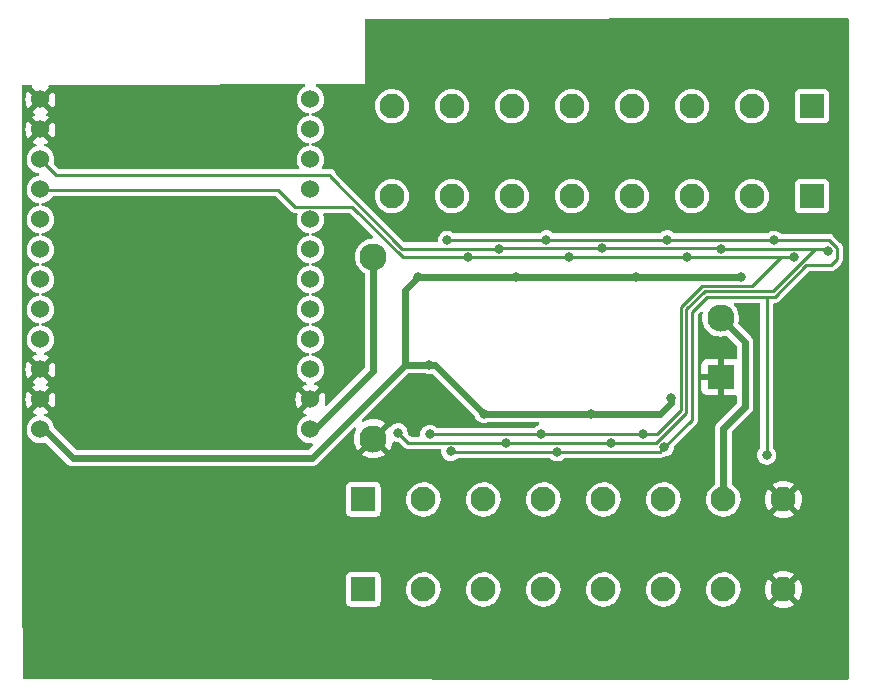
<source format=gbr>
%TF.GenerationSoftware,KiCad,Pcbnew,(6.0.10)*%
%TF.CreationDate,2022-12-26T22:40:19+13:00*%
%TF.ProjectId,esphome_shunt_monitor_ina226,65737068-6f6d-4655-9f73-68756e745f6d,rev?*%
%TF.SameCoordinates,Original*%
%TF.FileFunction,Copper,L1,Top*%
%TF.FilePolarity,Positive*%
%FSLAX46Y46*%
G04 Gerber Fmt 4.6, Leading zero omitted, Abs format (unit mm)*
G04 Created by KiCad (PCBNEW (6.0.10)) date 2022-12-26 22:40:19*
%MOMM*%
%LPD*%
G01*
G04 APERTURE LIST*
%TA.AperFunction,ComponentPad*%
%ADD10C,1.524000*%
%TD*%
%TA.AperFunction,ComponentPad*%
%ADD11R,2.100000X2.100000*%
%TD*%
%TA.AperFunction,ComponentPad*%
%ADD12C,2.100000*%
%TD*%
%TA.AperFunction,ComponentPad*%
%ADD13C,2.300000*%
%TD*%
%TA.AperFunction,ComponentPad*%
%ADD14R,2.300000X2.000000*%
%TD*%
%TA.AperFunction,ViaPad*%
%ADD15C,0.800000*%
%TD*%
%TA.AperFunction,Conductor*%
%ADD16C,0.250000*%
%TD*%
%TA.AperFunction,Conductor*%
%ADD17C,0.600000*%
%TD*%
G04 APERTURE END LIST*
D10*
%TO.P,TTGO1,1,5V*%
%TO.N,/5V*%
X90742900Y-93827600D03*
%TO.P,TTGO1,2,GND*%
%TO.N,GND*%
X90742900Y-91287600D03*
%TO.P,TTGO1,3,GPIO27*%
%TO.N,unconnected-(TTGO1-Pad3)*%
X90742900Y-88747600D03*
%TO.P,TTGO1,4,GPIO26*%
%TO.N,unconnected-(TTGO1-Pad4)*%
X90742900Y-86207600D03*
%TO.P,TTGO1,5,GPIO25*%
%TO.N,unconnected-(TTGO1-Pad5)*%
X90742900Y-83667600D03*
%TO.P,TTGO1,6,GPIO33*%
%TO.N,unconnected-(TTGO1-Pad6)*%
X90742900Y-81127600D03*
%TO.P,TTGO1,7,GPIO32*%
%TO.N,unconnected-(TTGO1-Pad7)*%
X90742900Y-78587600D03*
%TO.P,TTGO1,8,SVN*%
%TO.N,unconnected-(TTGO1-Pad8)*%
X90742900Y-76047600D03*
%TO.P,TTGO1,9,GPIO38*%
%TO.N,unconnected-(TTGO1-Pad9)*%
X90742900Y-73507600D03*
%TO.P,TTGO1,10,GPIO37*%
%TO.N,unconnected-(TTGO1-Pad10)*%
X90742900Y-70967600D03*
%TO.P,TTGO1,11,SVP*%
%TO.N,unconnected-(TTGO1-Pad11)*%
X90742900Y-68427600D03*
%TO.P,TTGO1,12,3.3V*%
%TO.N,unconnected-(TTGO1-Pad12)*%
X90742900Y-65887600D03*
%TO.P,TTGO1,13,GND*%
%TO.N,GND*%
X67882900Y-65887600D03*
%TO.P,TTGO1,14,GND*%
X67882900Y-68427600D03*
%TO.P,TTGO1,15,GPIO21*%
%TO.N,SDA*%
X67882900Y-70967600D03*
%TO.P,TTGO1,16,GPIO22*%
%TO.N,SCL*%
X67882900Y-73507600D03*
%TO.P,TTGO1,17,GPIO17*%
%TO.N,unconnected-(TTGO1-Pad17)*%
X67882900Y-76047600D03*
%TO.P,TTGO1,18,GPIO2*%
%TO.N,unconnected-(TTGO1-Pad18)*%
X67882900Y-78587600D03*
%TO.P,TTGO1,19,GPIO15*%
%TO.N,unconnected-(TTGO1-Pad19)*%
X67882900Y-81127600D03*
%TO.P,TTGO1,20,GPIO13*%
%TO.N,unconnected-(TTGO1-Pad20)*%
X67882900Y-83667600D03*
%TO.P,TTGO1,21,GPIO12*%
%TO.N,unconnected-(TTGO1-Pad21)*%
X67882900Y-86207600D03*
%TO.P,TTGO1,22,GND*%
%TO.N,GND*%
X67882900Y-88747600D03*
%TO.P,TTGO1,23,GND*%
X67882900Y-91287600D03*
%TO.P,TTGO1,24,3.3V*%
%TO.N,+3.3V*%
X67882900Y-93827600D03*
%TD*%
D11*
%TO.P,J11,1_A,1*%
%TO.N,/INA226-3/Vin+*%
X133219200Y-74079900D03*
D12*
%TO.P,J11,2_A,2*%
%TO.N,/INA226-3/Vin-*%
X128139200Y-74079900D03*
%TO.P,J11,3_A,3*%
%TO.N,/INA226-2/Vin+*%
X123059200Y-74079900D03*
%TO.P,J11,4_A,4*%
%TO.N,/INA226-2/Vin-*%
X117979200Y-74079900D03*
%TO.P,J11,5_A,5*%
%TO.N,/INA226-1/Vin+*%
X112899200Y-74079900D03*
%TO.P,J11,6_A,6*%
%TO.N,/INA226-1/Vin-*%
X107819200Y-74079900D03*
%TO.P,J11,7_A,7*%
%TO.N,/INA226-0/Vin+*%
X102739200Y-74079900D03*
%TO.P,J11,8_A,8*%
%TO.N,/INA226-0/Vin-*%
X97659200Y-74079900D03*
D11*
%TO.P,J11,1_B,1*%
%TO.N,/INA226-3/Vin+*%
X133219200Y-66459900D03*
D12*
%TO.P,J11,2_B,2*%
%TO.N,/INA226-3/Vin-*%
X128139200Y-66459900D03*
%TO.P,J11,3_B,3*%
%TO.N,/INA226-2/Vin+*%
X123059200Y-66459900D03*
%TO.P,J11,4_B,4*%
%TO.N,/INA226-2/Vin-*%
X117979200Y-66459900D03*
%TO.P,J11,5_B,5*%
%TO.N,/INA226-1/Vin+*%
X112899200Y-66459900D03*
%TO.P,J11,6_B,6*%
%TO.N,/INA226-1/Vin-*%
X107819200Y-66459900D03*
%TO.P,J11,7_B,7*%
%TO.N,/INA226-0/Vin+*%
X102739200Y-66459900D03*
%TO.P,J11,8_B,8*%
%TO.N,/INA226-0/Vin-*%
X97659200Y-66459900D03*
%TD*%
D11*
%TO.P,J1,1_A,1*%
%TO.N,/INA226-4/Vin+*%
X95228400Y-99757700D03*
D12*
%TO.P,J1,2_A,2*%
%TO.N,/INA226-4/Vin-*%
X100308400Y-99757700D03*
%TO.P,J1,3_A,3*%
%TO.N,/INA226-5/Vin+*%
X105388400Y-99757700D03*
%TO.P,J1,4_A,4*%
%TO.N,/INA226-5/Vin-*%
X110468400Y-99757700D03*
%TO.P,J1,5_A,5*%
%TO.N,/INA226-6/Vin+*%
X115548400Y-99757700D03*
%TO.P,J1,6_A,6*%
%TO.N,/INA226-6/Vin-*%
X120628400Y-99757700D03*
%TO.P,J1,7_A,7*%
%TO.N,/V+Input*%
X125708400Y-99757700D03*
%TO.P,J1,8_A,8*%
%TO.N,GND*%
X130788400Y-99757700D03*
D11*
%TO.P,J1,1_B,1*%
%TO.N,/INA226-4/Vin+*%
X95228400Y-107377700D03*
D12*
%TO.P,J1,2_B,2*%
%TO.N,/INA226-4/Vin-*%
X100308400Y-107377700D03*
%TO.P,J1,3_B,3*%
%TO.N,/INA226-5/Vin+*%
X105388400Y-107377700D03*
%TO.P,J1,4_B,4*%
%TO.N,/INA226-5/Vin-*%
X110468400Y-107377700D03*
%TO.P,J1,5_B,5*%
%TO.N,/INA226-6/Vin+*%
X115548400Y-107377700D03*
%TO.P,J1,6_B,6*%
%TO.N,/INA226-6/Vin-*%
X120628400Y-107377700D03*
%TO.P,J1,7_B,7*%
%TO.N,/V+Input*%
X125708400Y-107377700D03*
%TO.P,J1,8_B,8*%
%TO.N,GND*%
X130788400Y-107377700D03*
%TD*%
D13*
%TO.P,PS1,4,+Vout*%
%TO.N,/5V*%
X96076000Y-79208000D03*
%TO.P,PS1,3,-Vout*%
%TO.N,GND*%
X96076000Y-94608000D03*
%TO.P,PS1,2,AC/N*%
%TO.N,/V+Input*%
X125476000Y-84408000D03*
D14*
%TO.P,PS1,1,AC/L*%
%TO.N,GND*%
X125476000Y-89408000D03*
%TD*%
D15*
%TO.N,+3.3V*%
X100787200Y-88341200D03*
X121285000Y-91186000D03*
X114503200Y-92557600D03*
X105435400Y-92506800D03*
X127199811Y-80949800D03*
X118309811Y-80924400D03*
X108175211Y-80949800D03*
X99869411Y-80924400D03*
%TO.N,Vbus*%
X102346711Y-77799000D03*
X110728711Y-77761500D03*
X129993811Y-77799000D03*
X120951411Y-77761500D03*
X102616000Y-95683000D03*
X111607600Y-95732600D03*
X120721120Y-95321825D03*
X129362200Y-96012000D03*
%TO.N,SDA*%
X98171000Y-94107000D03*
X107340400Y-94958500D03*
X116179600Y-94996000D03*
X134565811Y-78740000D03*
X125523411Y-78523500D03*
X115414211Y-78486000D03*
X106711021Y-78523500D03*
%TO.N,SCL*%
X131670211Y-79248000D03*
X122653211Y-79248000D03*
X112620211Y-79248000D03*
X104111211Y-79248000D03*
X118872000Y-94234000D03*
X110236000Y-94234000D03*
X100838000Y-94234000D03*
%TD*%
D16*
%TO.N,Vbus*%
X129362200Y-96012000D02*
X129362200Y-82600800D01*
X124307600Y-82600800D02*
X129130200Y-82600800D01*
X123023200Y-83885200D02*
X124307600Y-82600800D01*
X123023200Y-93019745D02*
X123023200Y-83885200D01*
X120721120Y-95321825D02*
X123023200Y-93019745D01*
X134650116Y-77799000D02*
X129993811Y-77799000D01*
X135290811Y-78439695D02*
X134650116Y-77799000D01*
X134797800Y-79908400D02*
X135290811Y-79415389D01*
X132741796Y-79908400D02*
X134797800Y-79908400D01*
X135290811Y-79415389D02*
X135290811Y-78439695D01*
X130049396Y-82600800D02*
X132741796Y-79908400D01*
X129082800Y-82600800D02*
X130049396Y-82600800D01*
%TO.N,SDA*%
X124112996Y-82136400D02*
X129877400Y-82136400D01*
X122573200Y-83676196D02*
X124112996Y-82136400D01*
X122573200Y-92444440D02*
X122573200Y-83676196D01*
X129877400Y-82136400D02*
X133490300Y-78523500D01*
X120021640Y-94996000D02*
X122573200Y-92444440D01*
X116179600Y-94996000D02*
X120021640Y-94996000D01*
%TO.N,SCL*%
X122123200Y-92227400D02*
X120116600Y-94234000D01*
X122123200Y-83489800D02*
X122123200Y-92227400D01*
X123926600Y-81686400D02*
X122123200Y-83489800D01*
X120116600Y-94234000D02*
X118872000Y-94234000D01*
X130556000Y-79248000D02*
X128117600Y-81686400D01*
X128117600Y-81686400D02*
X123926600Y-81686400D01*
D17*
%TO.N,/V+Input*%
X125704600Y-99753900D02*
X125708400Y-99757700D01*
X125704600Y-93751400D02*
X125704600Y-99753900D01*
X127533400Y-91922600D02*
X125704600Y-93751400D01*
X127533400Y-86465400D02*
X127533400Y-91922600D01*
X125476000Y-84408000D02*
X127533400Y-86465400D01*
D16*
%TO.N,SDA*%
X69203700Y-72288400D02*
X67882900Y-70967600D01*
X92379800Y-72414004D02*
X92379800Y-72288400D01*
X98489296Y-78523500D02*
X92379800Y-72414004D01*
X106711021Y-78523500D02*
X98489296Y-78523500D01*
X92379800Y-72288400D02*
X69203700Y-72288400D01*
%TO.N,SCL*%
X67908300Y-73533000D02*
X67882900Y-73507600D01*
X88011000Y-73533000D02*
X67908300Y-73533000D01*
X89438600Y-74960600D02*
X88011000Y-73533000D01*
X94290000Y-74960600D02*
X89438600Y-74960600D01*
X98577400Y-79248000D02*
X94290000Y-74960600D01*
X104111211Y-79248000D02*
X98577400Y-79248000D01*
D17*
%TO.N,+3.3V*%
X98755200Y-82038611D02*
X99869411Y-80924400D01*
X98755200Y-88341200D02*
X98755200Y-82038611D01*
D16*
%TO.N,SDA*%
X133490300Y-78523500D02*
X134349311Y-78523500D01*
X125523411Y-78523500D02*
X133490300Y-78523500D01*
D17*
%TO.N,+3.3V*%
X70643500Y-96258000D02*
X90838400Y-96258000D01*
X90838400Y-96258000D02*
X98755200Y-88341200D01*
X68213100Y-93827600D02*
X70643500Y-96258000D01*
X67882900Y-93827600D02*
X68213100Y-93827600D01*
%TO.N,/5V*%
X96076000Y-88875500D02*
X96076000Y-79208000D01*
X90742900Y-93827600D02*
X91123900Y-93827600D01*
X91123900Y-93827600D02*
X96076000Y-88875500D01*
%TO.N,+3.3V*%
X121285000Y-91617800D02*
X121285000Y-91186000D01*
X120345200Y-92557600D02*
X121285000Y-91617800D01*
X114503200Y-92557600D02*
X120345200Y-92557600D01*
X100787200Y-88341200D02*
X101269800Y-88341200D01*
X98755200Y-88341200D02*
X100787200Y-88341200D01*
X114452400Y-92506800D02*
X114503200Y-92557600D01*
X105435400Y-92506800D02*
X114452400Y-92506800D01*
X101269800Y-88341200D02*
X105435400Y-92506800D01*
X127174411Y-80924400D02*
X127199811Y-80949800D01*
X118309811Y-80924400D02*
X127174411Y-80924400D01*
X118284411Y-80949800D02*
X118309811Y-80924400D01*
X108175211Y-80949800D02*
X118284411Y-80949800D01*
X108149811Y-80924400D02*
X108175211Y-80949800D01*
X99869411Y-80924400D02*
X108149811Y-80924400D01*
D16*
%TO.N,SDA*%
X106748521Y-78486000D02*
X115414211Y-78486000D01*
X106711021Y-78523500D02*
X106748521Y-78486000D01*
%TO.N,Vbus*%
X102384211Y-77761500D02*
X110728711Y-77761500D01*
X102346711Y-77799000D02*
X102384211Y-77761500D01*
X120951411Y-77761500D02*
X110728711Y-77761500D01*
X129956311Y-77761500D02*
X120951411Y-77761500D01*
X129993811Y-77799000D02*
X129956311Y-77761500D01*
X102665600Y-95732600D02*
X102616000Y-95683000D01*
X111607600Y-95732600D02*
X102665600Y-95732600D01*
X120721120Y-95321825D02*
X120310345Y-95732600D01*
X120310345Y-95732600D02*
X111607600Y-95732600D01*
%TO.N,SDA*%
X99022500Y-94958500D02*
X98171000Y-94107000D01*
X107340400Y-94958500D02*
X99022500Y-94958500D01*
X107377900Y-94996000D02*
X107340400Y-94958500D01*
X116179600Y-94996000D02*
X107377900Y-94996000D01*
X134349311Y-78523500D02*
X134565811Y-78740000D01*
X125485911Y-78486000D02*
X125523411Y-78523500D01*
X115414211Y-78486000D02*
X125485911Y-78486000D01*
%TO.N,SCL*%
X122653211Y-79248000D02*
X131670211Y-79248000D01*
X118239711Y-79248000D02*
X122653211Y-79248000D01*
X112620211Y-79248000D02*
X118239711Y-79248000D01*
X104111211Y-79248000D02*
X112620211Y-79248000D01*
X110236000Y-94234000D02*
X118872000Y-94234000D01*
X100838000Y-94234000D02*
X110236000Y-94234000D01*
%TD*%
%TA.AperFunction,Conductor*%
%TO.N,GND*%
G36*
X136290054Y-59023956D02*
G01*
X136335874Y-59076703D01*
X136347144Y-59128409D01*
X136333719Y-88743959D01*
X136321856Y-114912566D01*
X136302141Y-114979597D01*
X136249316Y-115025328D01*
X136197766Y-115036510D01*
X66494048Y-114985890D01*
X66427023Y-114966157D01*
X66381306Y-114913320D01*
X66370138Y-114861953D01*
X66365819Y-106301059D01*
X93777900Y-106301059D01*
X93777901Y-107378477D01*
X93777901Y-108459218D01*
X93792754Y-108553004D01*
X93850350Y-108666042D01*
X93940058Y-108755750D01*
X94053096Y-108813346D01*
X94082333Y-108817977D01*
X94142061Y-108827437D01*
X94142066Y-108827437D01*
X94146881Y-108828200D01*
X94151759Y-108828200D01*
X95229176Y-108828199D01*
X96309918Y-108828199D01*
X96382551Y-108816696D01*
X96394069Y-108814872D01*
X96394070Y-108814872D01*
X96403704Y-108813346D01*
X96516742Y-108755750D01*
X96606450Y-108666042D01*
X96664046Y-108553004D01*
X96668677Y-108523767D01*
X96678137Y-108464039D01*
X96678137Y-108464034D01*
X96678900Y-108459219D01*
X96678900Y-107377700D01*
X96678900Y-107342140D01*
X98853363Y-107342140D01*
X98853656Y-107347222D01*
X98853656Y-107347223D01*
X98855478Y-107378813D01*
X98867094Y-107580262D01*
X98919531Y-107812945D01*
X99009267Y-108033939D01*
X99011929Y-108038283D01*
X99131231Y-108232966D01*
X99131235Y-108232971D01*
X99133893Y-108237309D01*
X99137225Y-108241155D01*
X99137226Y-108241157D01*
X99175641Y-108285504D01*
X99290060Y-108417594D01*
X99293970Y-108420840D01*
X99293974Y-108420844D01*
X99441548Y-108543362D01*
X99473576Y-108569952D01*
X99679512Y-108690291D01*
X99684265Y-108692106D01*
X99684267Y-108692107D01*
X99765567Y-108723153D01*
X99902337Y-108775380D01*
X100022871Y-108799903D01*
X100131081Y-108821919D01*
X100131084Y-108821919D01*
X100136066Y-108822933D01*
X100291774Y-108828642D01*
X100369346Y-108831487D01*
X100369349Y-108831487D01*
X100374425Y-108831673D01*
X100611009Y-108801365D01*
X100615880Y-108799904D01*
X100615883Y-108799903D01*
X100763054Y-108755750D01*
X100839468Y-108732825D01*
X100885078Y-108710481D01*
X101049093Y-108630131D01*
X101049099Y-108630127D01*
X101053664Y-108627891D01*
X101131289Y-108572522D01*
X101243702Y-108492338D01*
X101247845Y-108489383D01*
X101416797Y-108321020D01*
X101555982Y-108127323D01*
X101661663Y-107913495D01*
X101731000Y-107685277D01*
X101762133Y-107448799D01*
X101763871Y-107377700D01*
X101760948Y-107342140D01*
X103933363Y-107342140D01*
X103933656Y-107347222D01*
X103933656Y-107347223D01*
X103935478Y-107378813D01*
X103947094Y-107580262D01*
X103999531Y-107812945D01*
X104089267Y-108033939D01*
X104091929Y-108038283D01*
X104211231Y-108232966D01*
X104211235Y-108232971D01*
X104213893Y-108237309D01*
X104217225Y-108241155D01*
X104217226Y-108241157D01*
X104255641Y-108285504D01*
X104370060Y-108417594D01*
X104373970Y-108420840D01*
X104373974Y-108420844D01*
X104521548Y-108543362D01*
X104553576Y-108569952D01*
X104759512Y-108690291D01*
X104764265Y-108692106D01*
X104764267Y-108692107D01*
X104845567Y-108723153D01*
X104982337Y-108775380D01*
X105102871Y-108799903D01*
X105211081Y-108821919D01*
X105211084Y-108821919D01*
X105216066Y-108822933D01*
X105371774Y-108828642D01*
X105449346Y-108831487D01*
X105449349Y-108831487D01*
X105454425Y-108831673D01*
X105691009Y-108801365D01*
X105695880Y-108799904D01*
X105695883Y-108799903D01*
X105843054Y-108755750D01*
X105919468Y-108732825D01*
X105965078Y-108710481D01*
X106129093Y-108630131D01*
X106129099Y-108630127D01*
X106133664Y-108627891D01*
X106211289Y-108572522D01*
X106323702Y-108492338D01*
X106327845Y-108489383D01*
X106496797Y-108321020D01*
X106635982Y-108127323D01*
X106741663Y-107913495D01*
X106811000Y-107685277D01*
X106842133Y-107448799D01*
X106843871Y-107377700D01*
X106840948Y-107342140D01*
X109013363Y-107342140D01*
X109013656Y-107347222D01*
X109013656Y-107347223D01*
X109015478Y-107378813D01*
X109027094Y-107580262D01*
X109079531Y-107812945D01*
X109169267Y-108033939D01*
X109171929Y-108038283D01*
X109291231Y-108232966D01*
X109291235Y-108232971D01*
X109293893Y-108237309D01*
X109297225Y-108241155D01*
X109297226Y-108241157D01*
X109335641Y-108285504D01*
X109450060Y-108417594D01*
X109453970Y-108420840D01*
X109453974Y-108420844D01*
X109601548Y-108543362D01*
X109633576Y-108569952D01*
X109839512Y-108690291D01*
X109844265Y-108692106D01*
X109844267Y-108692107D01*
X109925567Y-108723153D01*
X110062337Y-108775380D01*
X110182871Y-108799903D01*
X110291081Y-108821919D01*
X110291084Y-108821919D01*
X110296066Y-108822933D01*
X110451774Y-108828642D01*
X110529346Y-108831487D01*
X110529349Y-108831487D01*
X110534425Y-108831673D01*
X110771009Y-108801365D01*
X110775880Y-108799904D01*
X110775883Y-108799903D01*
X110923054Y-108755750D01*
X110999468Y-108732825D01*
X111045078Y-108710481D01*
X111209093Y-108630131D01*
X111209099Y-108630127D01*
X111213664Y-108627891D01*
X111291289Y-108572522D01*
X111403702Y-108492338D01*
X111407845Y-108489383D01*
X111576797Y-108321020D01*
X111715982Y-108127323D01*
X111821663Y-107913495D01*
X111891000Y-107685277D01*
X111922133Y-107448799D01*
X111923871Y-107377700D01*
X111920948Y-107342140D01*
X114093363Y-107342140D01*
X114093656Y-107347222D01*
X114093656Y-107347223D01*
X114095478Y-107378813D01*
X114107094Y-107580262D01*
X114159531Y-107812945D01*
X114249267Y-108033939D01*
X114251929Y-108038283D01*
X114371231Y-108232966D01*
X114371235Y-108232971D01*
X114373893Y-108237309D01*
X114377225Y-108241155D01*
X114377226Y-108241157D01*
X114415641Y-108285504D01*
X114530060Y-108417594D01*
X114533970Y-108420840D01*
X114533974Y-108420844D01*
X114681548Y-108543362D01*
X114713576Y-108569952D01*
X114919512Y-108690291D01*
X114924265Y-108692106D01*
X114924267Y-108692107D01*
X115005567Y-108723153D01*
X115142337Y-108775380D01*
X115262871Y-108799903D01*
X115371081Y-108821919D01*
X115371084Y-108821919D01*
X115376066Y-108822933D01*
X115531774Y-108828642D01*
X115609346Y-108831487D01*
X115609349Y-108831487D01*
X115614425Y-108831673D01*
X115851009Y-108801365D01*
X115855880Y-108799904D01*
X115855883Y-108799903D01*
X116003054Y-108755750D01*
X116079468Y-108732825D01*
X116125078Y-108710481D01*
X116289093Y-108630131D01*
X116289099Y-108630127D01*
X116293664Y-108627891D01*
X116371289Y-108572522D01*
X116483702Y-108492338D01*
X116487845Y-108489383D01*
X116656797Y-108321020D01*
X116795982Y-108127323D01*
X116901663Y-107913495D01*
X116971000Y-107685277D01*
X117002133Y-107448799D01*
X117003871Y-107377700D01*
X117000948Y-107342140D01*
X119173363Y-107342140D01*
X119173656Y-107347222D01*
X119173656Y-107347223D01*
X119175478Y-107378813D01*
X119187094Y-107580262D01*
X119239531Y-107812945D01*
X119329267Y-108033939D01*
X119331929Y-108038283D01*
X119451231Y-108232966D01*
X119451235Y-108232971D01*
X119453893Y-108237309D01*
X119457225Y-108241155D01*
X119457226Y-108241157D01*
X119495641Y-108285504D01*
X119610060Y-108417594D01*
X119613970Y-108420840D01*
X119613974Y-108420844D01*
X119761548Y-108543362D01*
X119793576Y-108569952D01*
X119999512Y-108690291D01*
X120004265Y-108692106D01*
X120004267Y-108692107D01*
X120085567Y-108723153D01*
X120222337Y-108775380D01*
X120342871Y-108799903D01*
X120451081Y-108821919D01*
X120451084Y-108821919D01*
X120456066Y-108822933D01*
X120611774Y-108828642D01*
X120689346Y-108831487D01*
X120689349Y-108831487D01*
X120694425Y-108831673D01*
X120931009Y-108801365D01*
X120935880Y-108799904D01*
X120935883Y-108799903D01*
X121083054Y-108755750D01*
X121159468Y-108732825D01*
X121205078Y-108710481D01*
X121369093Y-108630131D01*
X121369099Y-108630127D01*
X121373664Y-108627891D01*
X121451289Y-108572522D01*
X121563702Y-108492338D01*
X121567845Y-108489383D01*
X121736797Y-108321020D01*
X121875982Y-108127323D01*
X121981663Y-107913495D01*
X122051000Y-107685277D01*
X122082133Y-107448799D01*
X122083871Y-107377700D01*
X122080948Y-107342140D01*
X124253363Y-107342140D01*
X124253656Y-107347222D01*
X124253656Y-107347223D01*
X124255478Y-107378813D01*
X124267094Y-107580262D01*
X124319531Y-107812945D01*
X124409267Y-108033939D01*
X124411929Y-108038283D01*
X124531231Y-108232966D01*
X124531235Y-108232971D01*
X124533893Y-108237309D01*
X124537225Y-108241155D01*
X124537226Y-108241157D01*
X124575641Y-108285504D01*
X124690060Y-108417594D01*
X124693970Y-108420840D01*
X124693974Y-108420844D01*
X124841548Y-108543362D01*
X124873576Y-108569952D01*
X125079512Y-108690291D01*
X125084265Y-108692106D01*
X125084267Y-108692107D01*
X125165567Y-108723153D01*
X125302337Y-108775380D01*
X125422871Y-108799903D01*
X125531081Y-108821919D01*
X125531084Y-108821919D01*
X125536066Y-108822933D01*
X125691774Y-108828642D01*
X125769346Y-108831487D01*
X125769349Y-108831487D01*
X125774425Y-108831673D01*
X126011009Y-108801365D01*
X126015880Y-108799904D01*
X126015883Y-108799903D01*
X126163054Y-108755750D01*
X126239468Y-108732825D01*
X126285078Y-108710481D01*
X126419585Y-108644587D01*
X129880596Y-108644587D01*
X129886232Y-108652117D01*
X130074736Y-108767632D01*
X130083399Y-108772047D01*
X130300963Y-108862164D01*
X130310199Y-108865165D01*
X130539188Y-108920141D01*
X130548773Y-108921659D01*
X130783546Y-108940136D01*
X130793254Y-108940136D01*
X131028027Y-108921659D01*
X131037612Y-108920141D01*
X131266601Y-108865165D01*
X131275837Y-108862164D01*
X131493401Y-108772047D01*
X131502064Y-108767632D01*
X131686957Y-108654330D01*
X131696269Y-108644036D01*
X131692547Y-108635400D01*
X130801007Y-107743860D01*
X130787287Y-107736368D01*
X130785481Y-107736497D01*
X130778974Y-107740679D01*
X129887247Y-108632406D01*
X129880596Y-108644587D01*
X126419585Y-108644587D01*
X126449093Y-108630131D01*
X126449099Y-108630127D01*
X126453664Y-108627891D01*
X126531289Y-108572522D01*
X126643702Y-108492338D01*
X126647845Y-108489383D01*
X126816797Y-108321020D01*
X126955982Y-108127323D01*
X127061663Y-107913495D01*
X127131000Y-107685277D01*
X127162133Y-107448799D01*
X127163752Y-107382554D01*
X129225964Y-107382554D01*
X129244441Y-107617327D01*
X129245959Y-107626912D01*
X129300935Y-107855901D01*
X129303936Y-107865137D01*
X129394053Y-108082701D01*
X129398468Y-108091364D01*
X129511770Y-108276257D01*
X129522064Y-108285569D01*
X129530700Y-108281847D01*
X130422240Y-107390307D01*
X130428516Y-107378813D01*
X131147068Y-107378813D01*
X131147197Y-107380619D01*
X131151379Y-107387126D01*
X132043106Y-108278853D01*
X132055287Y-108285504D01*
X132062817Y-108279868D01*
X132178332Y-108091364D01*
X132182747Y-108082701D01*
X132272864Y-107865137D01*
X132275865Y-107855901D01*
X132330841Y-107626912D01*
X132332359Y-107617327D01*
X132350836Y-107382554D01*
X132350836Y-107372846D01*
X132332359Y-107138073D01*
X132330841Y-107128488D01*
X132275865Y-106899499D01*
X132272864Y-106890263D01*
X132182747Y-106672699D01*
X132178332Y-106664036D01*
X132065030Y-106479143D01*
X132054736Y-106469831D01*
X132046100Y-106473553D01*
X131154560Y-107365093D01*
X131147068Y-107378813D01*
X130428516Y-107378813D01*
X130429732Y-107376587D01*
X130429603Y-107374781D01*
X130425421Y-107368274D01*
X129533694Y-106476547D01*
X129521513Y-106469896D01*
X129513983Y-106475532D01*
X129398468Y-106664036D01*
X129394053Y-106672699D01*
X129303936Y-106890263D01*
X129300935Y-106899499D01*
X129245959Y-107128488D01*
X129244441Y-107138073D01*
X129225964Y-107372846D01*
X129225964Y-107382554D01*
X127163752Y-107382554D01*
X127163871Y-107377700D01*
X127160948Y-107342140D01*
X127144744Y-107145059D01*
X127144327Y-107139984D01*
X127086221Y-106908652D01*
X126991112Y-106689916D01*
X126861555Y-106489651D01*
X126701029Y-106313236D01*
X126697044Y-106310089D01*
X126697041Y-106310086D01*
X126517836Y-106168559D01*
X126513845Y-106165407D01*
X126415946Y-106111364D01*
X129880531Y-106111364D01*
X129884253Y-106120000D01*
X130775793Y-107011540D01*
X130789513Y-107019032D01*
X130791319Y-107018903D01*
X130797826Y-107014721D01*
X131689553Y-106122994D01*
X131696204Y-106110813D01*
X131690568Y-106103283D01*
X131502064Y-105987768D01*
X131493401Y-105983353D01*
X131275837Y-105893236D01*
X131266601Y-105890235D01*
X131037612Y-105835259D01*
X131028027Y-105833741D01*
X130793254Y-105815264D01*
X130783546Y-105815264D01*
X130548773Y-105833741D01*
X130539188Y-105835259D01*
X130310199Y-105890235D01*
X130300963Y-105893236D01*
X130083399Y-105983353D01*
X130074736Y-105987768D01*
X129889843Y-106101070D01*
X129880531Y-106111364D01*
X126415946Y-106111364D01*
X126363579Y-106082456D01*
X126309486Y-106052595D01*
X126309483Y-106052594D01*
X126305031Y-106050136D01*
X126080194Y-105970517D01*
X125911840Y-105940528D01*
X125850380Y-105929580D01*
X125850379Y-105929580D01*
X125845372Y-105928688D01*
X125755879Y-105927595D01*
X125611960Y-105925836D01*
X125611958Y-105925836D01*
X125606871Y-105925774D01*
X125601841Y-105926544D01*
X125601837Y-105926544D01*
X125471526Y-105946485D01*
X125371098Y-105961853D01*
X125366270Y-105963431D01*
X125366266Y-105963432D01*
X125269011Y-105995220D01*
X125144382Y-106035955D01*
X124932814Y-106146090D01*
X124928746Y-106149144D01*
X124928745Y-106149145D01*
X124746146Y-106286245D01*
X124746143Y-106286247D01*
X124742075Y-106289302D01*
X124577287Y-106461742D01*
X124574420Y-106465944D01*
X124574419Y-106465946D01*
X124445746Y-106654573D01*
X124442875Y-106658782D01*
X124342451Y-106875128D01*
X124341091Y-106880032D01*
X124302543Y-107019032D01*
X124278709Y-107104972D01*
X124253363Y-107342140D01*
X122080948Y-107342140D01*
X122064744Y-107145059D01*
X122064327Y-107139984D01*
X122006221Y-106908652D01*
X121911112Y-106689916D01*
X121781555Y-106489651D01*
X121621029Y-106313236D01*
X121617044Y-106310089D01*
X121617041Y-106310086D01*
X121437836Y-106168559D01*
X121433845Y-106165407D01*
X121283579Y-106082456D01*
X121229486Y-106052595D01*
X121229483Y-106052594D01*
X121225031Y-106050136D01*
X121000194Y-105970517D01*
X120831840Y-105940528D01*
X120770380Y-105929580D01*
X120770379Y-105929580D01*
X120765372Y-105928688D01*
X120675879Y-105927595D01*
X120531960Y-105925836D01*
X120531958Y-105925836D01*
X120526871Y-105925774D01*
X120521841Y-105926544D01*
X120521837Y-105926544D01*
X120391526Y-105946485D01*
X120291098Y-105961853D01*
X120286270Y-105963431D01*
X120286266Y-105963432D01*
X120189011Y-105995220D01*
X120064382Y-106035955D01*
X119852814Y-106146090D01*
X119848746Y-106149144D01*
X119848745Y-106149145D01*
X119666146Y-106286245D01*
X119666143Y-106286247D01*
X119662075Y-106289302D01*
X119497287Y-106461742D01*
X119494420Y-106465944D01*
X119494419Y-106465946D01*
X119365746Y-106654573D01*
X119362875Y-106658782D01*
X119262451Y-106875128D01*
X119261091Y-106880032D01*
X119222543Y-107019032D01*
X119198709Y-107104972D01*
X119173363Y-107342140D01*
X117000948Y-107342140D01*
X116984744Y-107145059D01*
X116984327Y-107139984D01*
X116926221Y-106908652D01*
X116831112Y-106689916D01*
X116701555Y-106489651D01*
X116541029Y-106313236D01*
X116537044Y-106310089D01*
X116537041Y-106310086D01*
X116357836Y-106168559D01*
X116353845Y-106165407D01*
X116203579Y-106082456D01*
X116149486Y-106052595D01*
X116149483Y-106052594D01*
X116145031Y-106050136D01*
X115920194Y-105970517D01*
X115751840Y-105940528D01*
X115690380Y-105929580D01*
X115690379Y-105929580D01*
X115685372Y-105928688D01*
X115595879Y-105927595D01*
X115451960Y-105925836D01*
X115451958Y-105925836D01*
X115446871Y-105925774D01*
X115441841Y-105926544D01*
X115441837Y-105926544D01*
X115311526Y-105946485D01*
X115211098Y-105961853D01*
X115206270Y-105963431D01*
X115206266Y-105963432D01*
X115109011Y-105995220D01*
X114984382Y-106035955D01*
X114772814Y-106146090D01*
X114768746Y-106149144D01*
X114768745Y-106149145D01*
X114586146Y-106286245D01*
X114586143Y-106286247D01*
X114582075Y-106289302D01*
X114417287Y-106461742D01*
X114414420Y-106465944D01*
X114414419Y-106465946D01*
X114285746Y-106654573D01*
X114282875Y-106658782D01*
X114182451Y-106875128D01*
X114181091Y-106880032D01*
X114142543Y-107019032D01*
X114118709Y-107104972D01*
X114093363Y-107342140D01*
X111920948Y-107342140D01*
X111904744Y-107145059D01*
X111904327Y-107139984D01*
X111846221Y-106908652D01*
X111751112Y-106689916D01*
X111621555Y-106489651D01*
X111461029Y-106313236D01*
X111457044Y-106310089D01*
X111457041Y-106310086D01*
X111277836Y-106168559D01*
X111273845Y-106165407D01*
X111123579Y-106082456D01*
X111069486Y-106052595D01*
X111069483Y-106052594D01*
X111065031Y-106050136D01*
X110840194Y-105970517D01*
X110671840Y-105940528D01*
X110610380Y-105929580D01*
X110610379Y-105929580D01*
X110605372Y-105928688D01*
X110515879Y-105927595D01*
X110371960Y-105925836D01*
X110371958Y-105925836D01*
X110366871Y-105925774D01*
X110361841Y-105926544D01*
X110361837Y-105926544D01*
X110231526Y-105946485D01*
X110131098Y-105961853D01*
X110126270Y-105963431D01*
X110126266Y-105963432D01*
X110029011Y-105995220D01*
X109904382Y-106035955D01*
X109692814Y-106146090D01*
X109688746Y-106149144D01*
X109688745Y-106149145D01*
X109506146Y-106286245D01*
X109506143Y-106286247D01*
X109502075Y-106289302D01*
X109337287Y-106461742D01*
X109334420Y-106465944D01*
X109334419Y-106465946D01*
X109205746Y-106654573D01*
X109202875Y-106658782D01*
X109102451Y-106875128D01*
X109101091Y-106880032D01*
X109062543Y-107019032D01*
X109038709Y-107104972D01*
X109013363Y-107342140D01*
X106840948Y-107342140D01*
X106824744Y-107145059D01*
X106824327Y-107139984D01*
X106766221Y-106908652D01*
X106671112Y-106689916D01*
X106541555Y-106489651D01*
X106381029Y-106313236D01*
X106377044Y-106310089D01*
X106377041Y-106310086D01*
X106197836Y-106168559D01*
X106193845Y-106165407D01*
X106043579Y-106082456D01*
X105989486Y-106052595D01*
X105989483Y-106052594D01*
X105985031Y-106050136D01*
X105760194Y-105970517D01*
X105591840Y-105940528D01*
X105530380Y-105929580D01*
X105530379Y-105929580D01*
X105525372Y-105928688D01*
X105435879Y-105927595D01*
X105291960Y-105925836D01*
X105291958Y-105925836D01*
X105286871Y-105925774D01*
X105281841Y-105926544D01*
X105281837Y-105926544D01*
X105151526Y-105946485D01*
X105051098Y-105961853D01*
X105046270Y-105963431D01*
X105046266Y-105963432D01*
X104949011Y-105995220D01*
X104824382Y-106035955D01*
X104612814Y-106146090D01*
X104608746Y-106149144D01*
X104608745Y-106149145D01*
X104426146Y-106286245D01*
X104426143Y-106286247D01*
X104422075Y-106289302D01*
X104257287Y-106461742D01*
X104254420Y-106465944D01*
X104254419Y-106465946D01*
X104125746Y-106654573D01*
X104122875Y-106658782D01*
X104022451Y-106875128D01*
X104021091Y-106880032D01*
X103982543Y-107019032D01*
X103958709Y-107104972D01*
X103933363Y-107342140D01*
X101760948Y-107342140D01*
X101744744Y-107145059D01*
X101744327Y-107139984D01*
X101686221Y-106908652D01*
X101591112Y-106689916D01*
X101461555Y-106489651D01*
X101301029Y-106313236D01*
X101297044Y-106310089D01*
X101297041Y-106310086D01*
X101117836Y-106168559D01*
X101113845Y-106165407D01*
X100963579Y-106082456D01*
X100909486Y-106052595D01*
X100909483Y-106052594D01*
X100905031Y-106050136D01*
X100680194Y-105970517D01*
X100511840Y-105940528D01*
X100450380Y-105929580D01*
X100450379Y-105929580D01*
X100445372Y-105928688D01*
X100355879Y-105927595D01*
X100211960Y-105925836D01*
X100211958Y-105925836D01*
X100206871Y-105925774D01*
X100201841Y-105926544D01*
X100201837Y-105926544D01*
X100071526Y-105946485D01*
X99971098Y-105961853D01*
X99966270Y-105963431D01*
X99966266Y-105963432D01*
X99869011Y-105995220D01*
X99744382Y-106035955D01*
X99532814Y-106146090D01*
X99528746Y-106149144D01*
X99528745Y-106149145D01*
X99346146Y-106286245D01*
X99346143Y-106286247D01*
X99342075Y-106289302D01*
X99177287Y-106461742D01*
X99174420Y-106465944D01*
X99174419Y-106465946D01*
X99045746Y-106654573D01*
X99042875Y-106658782D01*
X98942451Y-106875128D01*
X98941091Y-106880032D01*
X98902543Y-107019032D01*
X98878709Y-107104972D01*
X98853363Y-107342140D01*
X96678900Y-107342140D01*
X96678899Y-106301053D01*
X96678899Y-106296182D01*
X96664046Y-106202396D01*
X96606450Y-106089358D01*
X96516742Y-105999650D01*
X96403704Y-105942054D01*
X96374467Y-105937423D01*
X96314739Y-105927963D01*
X96314734Y-105927963D01*
X96309919Y-105927200D01*
X96305041Y-105927200D01*
X95227624Y-105927201D01*
X94146882Y-105927201D01*
X94074249Y-105938704D01*
X94062731Y-105940528D01*
X94062730Y-105940528D01*
X94053096Y-105942054D01*
X93940058Y-105999650D01*
X93850350Y-106089358D01*
X93792754Y-106202396D01*
X93791227Y-106212038D01*
X93778990Y-106289302D01*
X93777900Y-106296181D01*
X93777900Y-106301059D01*
X66365819Y-106301059D01*
X66361974Y-98681059D01*
X93777900Y-98681059D01*
X93777901Y-99758473D01*
X93777901Y-100839218D01*
X93792754Y-100933004D01*
X93850350Y-101046042D01*
X93940058Y-101135750D01*
X94053096Y-101193346D01*
X94082333Y-101197977D01*
X94142061Y-101207437D01*
X94142066Y-101207437D01*
X94146881Y-101208200D01*
X94151759Y-101208200D01*
X95229176Y-101208199D01*
X96309918Y-101208199D01*
X96382551Y-101196696D01*
X96394069Y-101194872D01*
X96394070Y-101194872D01*
X96403704Y-101193346D01*
X96516742Y-101135750D01*
X96606450Y-101046042D01*
X96664046Y-100933004D01*
X96668677Y-100903767D01*
X96678137Y-100844039D01*
X96678137Y-100844034D01*
X96678900Y-100839219D01*
X96678900Y-99757700D01*
X96678900Y-99722140D01*
X98853363Y-99722140D01*
X98853656Y-99727222D01*
X98853656Y-99727223D01*
X98855478Y-99758813D01*
X98867094Y-99960262D01*
X98919531Y-100192945D01*
X99009267Y-100413939D01*
X99011929Y-100418283D01*
X99131231Y-100612966D01*
X99131235Y-100612971D01*
X99133893Y-100617309D01*
X99137225Y-100621155D01*
X99137226Y-100621157D01*
X99175641Y-100665504D01*
X99290060Y-100797594D01*
X99293970Y-100800840D01*
X99293974Y-100800844D01*
X99441548Y-100923362D01*
X99473576Y-100949952D01*
X99679512Y-101070291D01*
X99684265Y-101072106D01*
X99684267Y-101072107D01*
X99765567Y-101103153D01*
X99902337Y-101155380D01*
X100022871Y-101179903D01*
X100131081Y-101201919D01*
X100131084Y-101201919D01*
X100136066Y-101202933D01*
X100291774Y-101208642D01*
X100369346Y-101211487D01*
X100369349Y-101211487D01*
X100374425Y-101211673D01*
X100611009Y-101181365D01*
X100615880Y-101179904D01*
X100615883Y-101179903D01*
X100763054Y-101135750D01*
X100839468Y-101112825D01*
X100885078Y-101090481D01*
X101049093Y-101010131D01*
X101049099Y-101010127D01*
X101053664Y-101007891D01*
X101131289Y-100952522D01*
X101243702Y-100872338D01*
X101247845Y-100869383D01*
X101416797Y-100701020D01*
X101555982Y-100507323D01*
X101661663Y-100293495D01*
X101731000Y-100065277D01*
X101762133Y-99828799D01*
X101763871Y-99757700D01*
X101760948Y-99722140D01*
X103933363Y-99722140D01*
X103933656Y-99727222D01*
X103933656Y-99727223D01*
X103935478Y-99758813D01*
X103947094Y-99960262D01*
X103999531Y-100192945D01*
X104089267Y-100413939D01*
X104091929Y-100418283D01*
X104211231Y-100612966D01*
X104211235Y-100612971D01*
X104213893Y-100617309D01*
X104217225Y-100621155D01*
X104217226Y-100621157D01*
X104255641Y-100665504D01*
X104370060Y-100797594D01*
X104373970Y-100800840D01*
X104373974Y-100800844D01*
X104521548Y-100923362D01*
X104553576Y-100949952D01*
X104759512Y-101070291D01*
X104764265Y-101072106D01*
X104764267Y-101072107D01*
X104845567Y-101103153D01*
X104982337Y-101155380D01*
X105102871Y-101179903D01*
X105211081Y-101201919D01*
X105211084Y-101201919D01*
X105216066Y-101202933D01*
X105371774Y-101208642D01*
X105449346Y-101211487D01*
X105449349Y-101211487D01*
X105454425Y-101211673D01*
X105691009Y-101181365D01*
X105695880Y-101179904D01*
X105695883Y-101179903D01*
X105843054Y-101135750D01*
X105919468Y-101112825D01*
X105965078Y-101090481D01*
X106129093Y-101010131D01*
X106129099Y-101010127D01*
X106133664Y-101007891D01*
X106211289Y-100952522D01*
X106323702Y-100872338D01*
X106327845Y-100869383D01*
X106496797Y-100701020D01*
X106635982Y-100507323D01*
X106741663Y-100293495D01*
X106811000Y-100065277D01*
X106842133Y-99828799D01*
X106843871Y-99757700D01*
X106840948Y-99722140D01*
X109013363Y-99722140D01*
X109013656Y-99727222D01*
X109013656Y-99727223D01*
X109015478Y-99758813D01*
X109027094Y-99960262D01*
X109079531Y-100192945D01*
X109169267Y-100413939D01*
X109171929Y-100418283D01*
X109291231Y-100612966D01*
X109291235Y-100612971D01*
X109293893Y-100617309D01*
X109297225Y-100621155D01*
X109297226Y-100621157D01*
X109335641Y-100665504D01*
X109450060Y-100797594D01*
X109453970Y-100800840D01*
X109453974Y-100800844D01*
X109601548Y-100923362D01*
X109633576Y-100949952D01*
X109839512Y-101070291D01*
X109844265Y-101072106D01*
X109844267Y-101072107D01*
X109925567Y-101103153D01*
X110062337Y-101155380D01*
X110182871Y-101179903D01*
X110291081Y-101201919D01*
X110291084Y-101201919D01*
X110296066Y-101202933D01*
X110451774Y-101208642D01*
X110529346Y-101211487D01*
X110529349Y-101211487D01*
X110534425Y-101211673D01*
X110771009Y-101181365D01*
X110775880Y-101179904D01*
X110775883Y-101179903D01*
X110923054Y-101135750D01*
X110999468Y-101112825D01*
X111045078Y-101090481D01*
X111209093Y-101010131D01*
X111209099Y-101010127D01*
X111213664Y-101007891D01*
X111291289Y-100952522D01*
X111403702Y-100872338D01*
X111407845Y-100869383D01*
X111576797Y-100701020D01*
X111715982Y-100507323D01*
X111821663Y-100293495D01*
X111891000Y-100065277D01*
X111922133Y-99828799D01*
X111923871Y-99757700D01*
X111920948Y-99722140D01*
X114093363Y-99722140D01*
X114093656Y-99727222D01*
X114093656Y-99727223D01*
X114095478Y-99758813D01*
X114107094Y-99960262D01*
X114159531Y-100192945D01*
X114249267Y-100413939D01*
X114251929Y-100418283D01*
X114371231Y-100612966D01*
X114371235Y-100612971D01*
X114373893Y-100617309D01*
X114377225Y-100621155D01*
X114377226Y-100621157D01*
X114415641Y-100665504D01*
X114530060Y-100797594D01*
X114533970Y-100800840D01*
X114533974Y-100800844D01*
X114681548Y-100923362D01*
X114713576Y-100949952D01*
X114919512Y-101070291D01*
X114924265Y-101072106D01*
X114924267Y-101072107D01*
X115005567Y-101103153D01*
X115142337Y-101155380D01*
X115262871Y-101179903D01*
X115371081Y-101201919D01*
X115371084Y-101201919D01*
X115376066Y-101202933D01*
X115531774Y-101208642D01*
X115609346Y-101211487D01*
X115609349Y-101211487D01*
X115614425Y-101211673D01*
X115851009Y-101181365D01*
X115855880Y-101179904D01*
X115855883Y-101179903D01*
X116003054Y-101135750D01*
X116079468Y-101112825D01*
X116125078Y-101090481D01*
X116289093Y-101010131D01*
X116289099Y-101010127D01*
X116293664Y-101007891D01*
X116371289Y-100952522D01*
X116483702Y-100872338D01*
X116487845Y-100869383D01*
X116656797Y-100701020D01*
X116795982Y-100507323D01*
X116901663Y-100293495D01*
X116971000Y-100065277D01*
X117002133Y-99828799D01*
X117003871Y-99757700D01*
X117000948Y-99722140D01*
X119173363Y-99722140D01*
X119173656Y-99727222D01*
X119173656Y-99727223D01*
X119175478Y-99758813D01*
X119187094Y-99960262D01*
X119239531Y-100192945D01*
X119329267Y-100413939D01*
X119331929Y-100418283D01*
X119451231Y-100612966D01*
X119451235Y-100612971D01*
X119453893Y-100617309D01*
X119457225Y-100621155D01*
X119457226Y-100621157D01*
X119495641Y-100665504D01*
X119610060Y-100797594D01*
X119613970Y-100800840D01*
X119613974Y-100800844D01*
X119761548Y-100923362D01*
X119793576Y-100949952D01*
X119999512Y-101070291D01*
X120004265Y-101072106D01*
X120004267Y-101072107D01*
X120085567Y-101103153D01*
X120222337Y-101155380D01*
X120342871Y-101179903D01*
X120451081Y-101201919D01*
X120451084Y-101201919D01*
X120456066Y-101202933D01*
X120611774Y-101208642D01*
X120689346Y-101211487D01*
X120689349Y-101211487D01*
X120694425Y-101211673D01*
X120931009Y-101181365D01*
X120935880Y-101179904D01*
X120935883Y-101179903D01*
X121083054Y-101135750D01*
X121159468Y-101112825D01*
X121205078Y-101090481D01*
X121369093Y-101010131D01*
X121369099Y-101010127D01*
X121373664Y-101007891D01*
X121451289Y-100952522D01*
X121563702Y-100872338D01*
X121567845Y-100869383D01*
X121736797Y-100701020D01*
X121875982Y-100507323D01*
X121981663Y-100293495D01*
X122051000Y-100065277D01*
X122082133Y-99828799D01*
X122083871Y-99757700D01*
X122080948Y-99722140D01*
X122064744Y-99525059D01*
X122064327Y-99519984D01*
X122006221Y-99288652D01*
X121911112Y-99069916D01*
X121781555Y-98869651D01*
X121621029Y-98693236D01*
X121617044Y-98690089D01*
X121617041Y-98690086D01*
X121437836Y-98548559D01*
X121433845Y-98545407D01*
X121283579Y-98462456D01*
X121229486Y-98432595D01*
X121229483Y-98432594D01*
X121225031Y-98430136D01*
X121000194Y-98350517D01*
X120831840Y-98320528D01*
X120770380Y-98309580D01*
X120770379Y-98309580D01*
X120765372Y-98308688D01*
X120675879Y-98307595D01*
X120531960Y-98305836D01*
X120531958Y-98305836D01*
X120526871Y-98305774D01*
X120521841Y-98306544D01*
X120521837Y-98306544D01*
X120391526Y-98326485D01*
X120291098Y-98341853D01*
X120286270Y-98343431D01*
X120286266Y-98343432D01*
X120189011Y-98375220D01*
X120064382Y-98415955D01*
X119852814Y-98526090D01*
X119848746Y-98529144D01*
X119848745Y-98529145D01*
X119666146Y-98666245D01*
X119666143Y-98666247D01*
X119662075Y-98669302D01*
X119497287Y-98841742D01*
X119494420Y-98845944D01*
X119494419Y-98845946D01*
X119365746Y-99034573D01*
X119362875Y-99038782D01*
X119262451Y-99255128D01*
X119261091Y-99260032D01*
X119222543Y-99399032D01*
X119198709Y-99484972D01*
X119173363Y-99722140D01*
X117000948Y-99722140D01*
X116984744Y-99525059D01*
X116984327Y-99519984D01*
X116926221Y-99288652D01*
X116831112Y-99069916D01*
X116701555Y-98869651D01*
X116541029Y-98693236D01*
X116537044Y-98690089D01*
X116537041Y-98690086D01*
X116357836Y-98548559D01*
X116353845Y-98545407D01*
X116203579Y-98462456D01*
X116149486Y-98432595D01*
X116149483Y-98432594D01*
X116145031Y-98430136D01*
X115920194Y-98350517D01*
X115751840Y-98320528D01*
X115690380Y-98309580D01*
X115690379Y-98309580D01*
X115685372Y-98308688D01*
X115595879Y-98307595D01*
X115451960Y-98305836D01*
X115451958Y-98305836D01*
X115446871Y-98305774D01*
X115441841Y-98306544D01*
X115441837Y-98306544D01*
X115311526Y-98326485D01*
X115211098Y-98341853D01*
X115206270Y-98343431D01*
X115206266Y-98343432D01*
X115109011Y-98375220D01*
X114984382Y-98415955D01*
X114772814Y-98526090D01*
X114768746Y-98529144D01*
X114768745Y-98529145D01*
X114586146Y-98666245D01*
X114586143Y-98666247D01*
X114582075Y-98669302D01*
X114417287Y-98841742D01*
X114414420Y-98845944D01*
X114414419Y-98845946D01*
X114285746Y-99034573D01*
X114282875Y-99038782D01*
X114182451Y-99255128D01*
X114181091Y-99260032D01*
X114142543Y-99399032D01*
X114118709Y-99484972D01*
X114093363Y-99722140D01*
X111920948Y-99722140D01*
X111904744Y-99525059D01*
X111904327Y-99519984D01*
X111846221Y-99288652D01*
X111751112Y-99069916D01*
X111621555Y-98869651D01*
X111461029Y-98693236D01*
X111457044Y-98690089D01*
X111457041Y-98690086D01*
X111277836Y-98548559D01*
X111273845Y-98545407D01*
X111123579Y-98462456D01*
X111069486Y-98432595D01*
X111069483Y-98432594D01*
X111065031Y-98430136D01*
X110840194Y-98350517D01*
X110671840Y-98320528D01*
X110610380Y-98309580D01*
X110610379Y-98309580D01*
X110605372Y-98308688D01*
X110515879Y-98307595D01*
X110371960Y-98305836D01*
X110371958Y-98305836D01*
X110366871Y-98305774D01*
X110361841Y-98306544D01*
X110361837Y-98306544D01*
X110231526Y-98326485D01*
X110131098Y-98341853D01*
X110126270Y-98343431D01*
X110126266Y-98343432D01*
X110029011Y-98375220D01*
X109904382Y-98415955D01*
X109692814Y-98526090D01*
X109688746Y-98529144D01*
X109688745Y-98529145D01*
X109506146Y-98666245D01*
X109506143Y-98666247D01*
X109502075Y-98669302D01*
X109337287Y-98841742D01*
X109334420Y-98845944D01*
X109334419Y-98845946D01*
X109205746Y-99034573D01*
X109202875Y-99038782D01*
X109102451Y-99255128D01*
X109101091Y-99260032D01*
X109062543Y-99399032D01*
X109038709Y-99484972D01*
X109013363Y-99722140D01*
X106840948Y-99722140D01*
X106824744Y-99525059D01*
X106824327Y-99519984D01*
X106766221Y-99288652D01*
X106671112Y-99069916D01*
X106541555Y-98869651D01*
X106381029Y-98693236D01*
X106377044Y-98690089D01*
X106377041Y-98690086D01*
X106197836Y-98548559D01*
X106193845Y-98545407D01*
X106043579Y-98462456D01*
X105989486Y-98432595D01*
X105989483Y-98432594D01*
X105985031Y-98430136D01*
X105760194Y-98350517D01*
X105591840Y-98320528D01*
X105530380Y-98309580D01*
X105530379Y-98309580D01*
X105525372Y-98308688D01*
X105435879Y-98307595D01*
X105291960Y-98305836D01*
X105291958Y-98305836D01*
X105286871Y-98305774D01*
X105281841Y-98306544D01*
X105281837Y-98306544D01*
X105151526Y-98326485D01*
X105051098Y-98341853D01*
X105046270Y-98343431D01*
X105046266Y-98343432D01*
X104949011Y-98375220D01*
X104824382Y-98415955D01*
X104612814Y-98526090D01*
X104608746Y-98529144D01*
X104608745Y-98529145D01*
X104426146Y-98666245D01*
X104426143Y-98666247D01*
X104422075Y-98669302D01*
X104257287Y-98841742D01*
X104254420Y-98845944D01*
X104254419Y-98845946D01*
X104125746Y-99034573D01*
X104122875Y-99038782D01*
X104022451Y-99255128D01*
X104021091Y-99260032D01*
X103982543Y-99399032D01*
X103958709Y-99484972D01*
X103933363Y-99722140D01*
X101760948Y-99722140D01*
X101744744Y-99525059D01*
X101744327Y-99519984D01*
X101686221Y-99288652D01*
X101591112Y-99069916D01*
X101461555Y-98869651D01*
X101301029Y-98693236D01*
X101297044Y-98690089D01*
X101297041Y-98690086D01*
X101117836Y-98548559D01*
X101113845Y-98545407D01*
X100963579Y-98462456D01*
X100909486Y-98432595D01*
X100909483Y-98432594D01*
X100905031Y-98430136D01*
X100680194Y-98350517D01*
X100511840Y-98320528D01*
X100450380Y-98309580D01*
X100450379Y-98309580D01*
X100445372Y-98308688D01*
X100355879Y-98307595D01*
X100211960Y-98305836D01*
X100211958Y-98305836D01*
X100206871Y-98305774D01*
X100201841Y-98306544D01*
X100201837Y-98306544D01*
X100071526Y-98326485D01*
X99971098Y-98341853D01*
X99966270Y-98343431D01*
X99966266Y-98343432D01*
X99869011Y-98375220D01*
X99744382Y-98415955D01*
X99532814Y-98526090D01*
X99528746Y-98529144D01*
X99528745Y-98529145D01*
X99346146Y-98666245D01*
X99346143Y-98666247D01*
X99342075Y-98669302D01*
X99177287Y-98841742D01*
X99174420Y-98845944D01*
X99174419Y-98845946D01*
X99045746Y-99034573D01*
X99042875Y-99038782D01*
X98942451Y-99255128D01*
X98941091Y-99260032D01*
X98902543Y-99399032D01*
X98878709Y-99484972D01*
X98853363Y-99722140D01*
X96678900Y-99722140D01*
X96678899Y-98681053D01*
X96678899Y-98676182D01*
X96664046Y-98582396D01*
X96606450Y-98469358D01*
X96516742Y-98379650D01*
X96403704Y-98322054D01*
X96374467Y-98317423D01*
X96314739Y-98307963D01*
X96314734Y-98307963D01*
X96309919Y-98307200D01*
X96305041Y-98307200D01*
X95227624Y-98307201D01*
X94146882Y-98307201D01*
X94074249Y-98318704D01*
X94062731Y-98320528D01*
X94062730Y-98320528D01*
X94053096Y-98322054D01*
X93940058Y-98379650D01*
X93850350Y-98469358D01*
X93792754Y-98582396D01*
X93791227Y-98592038D01*
X93778990Y-98669302D01*
X93777900Y-98676181D01*
X93777900Y-98681059D01*
X66361974Y-98681059D01*
X66358246Y-91292995D01*
X66608521Y-91292995D01*
X66626945Y-91503577D01*
X66628819Y-91514208D01*
X66683531Y-91718398D01*
X66687220Y-91728531D01*
X66776557Y-91920114D01*
X66781955Y-91929464D01*
X66815189Y-91976926D01*
X66825500Y-91985168D01*
X66838734Y-91978212D01*
X67516740Y-91300207D01*
X67523016Y-91288713D01*
X68241568Y-91288713D01*
X68241697Y-91290518D01*
X68245880Y-91297027D01*
X68927778Y-91978924D01*
X68939364Y-91985250D01*
X68951188Y-91976103D01*
X68983845Y-91929464D01*
X68989243Y-91920114D01*
X69078580Y-91728531D01*
X69082269Y-91718398D01*
X69136981Y-91514208D01*
X69138855Y-91503577D01*
X69157279Y-91292995D01*
X89468521Y-91292995D01*
X89486945Y-91503577D01*
X89488819Y-91514208D01*
X89543531Y-91718398D01*
X89547220Y-91728531D01*
X89636557Y-91920114D01*
X89641955Y-91929464D01*
X89675189Y-91976926D01*
X89685500Y-91985168D01*
X89698734Y-91978212D01*
X90376740Y-91300207D01*
X90384232Y-91286487D01*
X90384103Y-91284682D01*
X90379920Y-91278173D01*
X89698022Y-90596276D01*
X89686436Y-90589950D01*
X89674612Y-90599097D01*
X89641955Y-90645736D01*
X89636557Y-90655086D01*
X89547220Y-90846669D01*
X89543531Y-90856802D01*
X89488819Y-91060992D01*
X89486945Y-91071623D01*
X89468521Y-91282205D01*
X89468521Y-91292995D01*
X69157279Y-91292995D01*
X69157279Y-91282205D01*
X69138855Y-91071623D01*
X69136981Y-91060992D01*
X69082269Y-90856802D01*
X69078580Y-90846669D01*
X68989243Y-90655086D01*
X68983845Y-90645736D01*
X68950611Y-90598274D01*
X68940300Y-90590032D01*
X68927066Y-90596988D01*
X68249060Y-91274993D01*
X68241568Y-91288713D01*
X67523016Y-91288713D01*
X67524232Y-91286487D01*
X67524103Y-91284682D01*
X67519920Y-91278173D01*
X66838022Y-90596276D01*
X66826436Y-90589950D01*
X66814612Y-90599097D01*
X66781955Y-90645736D01*
X66776557Y-90655086D01*
X66687220Y-90846669D01*
X66683531Y-90856802D01*
X66628819Y-91060992D01*
X66626945Y-91071623D01*
X66608521Y-91282205D01*
X66608521Y-91292995D01*
X66358246Y-91292995D01*
X66357495Y-89804064D01*
X67185249Y-89804064D01*
X67194397Y-89815888D01*
X67241036Y-89848546D01*
X67250386Y-89853944D01*
X67360344Y-89905218D01*
X67412784Y-89951390D01*
X67431936Y-90018584D01*
X67411720Y-90085465D01*
X67360345Y-90129982D01*
X67250386Y-90181257D01*
X67241036Y-90186655D01*
X67193574Y-90219889D01*
X67185332Y-90230200D01*
X67192288Y-90243434D01*
X67870293Y-90921440D01*
X67884013Y-90928932D01*
X67885818Y-90928803D01*
X67892327Y-90924620D01*
X68574224Y-90242722D01*
X68580551Y-90231136D01*
X68571403Y-90219312D01*
X68524764Y-90186654D01*
X68515418Y-90181258D01*
X68405456Y-90129982D01*
X68353017Y-90083810D01*
X68333865Y-90016616D01*
X68354081Y-89949735D01*
X68405456Y-89905218D01*
X68515418Y-89853942D01*
X68524764Y-89848546D01*
X68572226Y-89815312D01*
X68580469Y-89805000D01*
X68573513Y-89791767D01*
X67895507Y-89113760D01*
X67881787Y-89106268D01*
X67879982Y-89106397D01*
X67873473Y-89110580D01*
X67191576Y-89792478D01*
X67185249Y-89804064D01*
X66357495Y-89804064D01*
X66356968Y-88760207D01*
X66356964Y-88752995D01*
X66608521Y-88752995D01*
X66626945Y-88963577D01*
X66628819Y-88974208D01*
X66683531Y-89178398D01*
X66687220Y-89188531D01*
X66776557Y-89380114D01*
X66781955Y-89389464D01*
X66815189Y-89436926D01*
X66825500Y-89445168D01*
X66838734Y-89438212D01*
X67516740Y-88760207D01*
X67523016Y-88748713D01*
X68241568Y-88748713D01*
X68241697Y-88750518D01*
X68245880Y-88757027D01*
X68927778Y-89438924D01*
X68939364Y-89445250D01*
X68951188Y-89436103D01*
X68983845Y-89389464D01*
X68989243Y-89380114D01*
X69078580Y-89188531D01*
X69082269Y-89178398D01*
X69136981Y-88974208D01*
X69138855Y-88963577D01*
X69157279Y-88752995D01*
X69157279Y-88742205D01*
X69138855Y-88531623D01*
X69136981Y-88520992D01*
X69082269Y-88316802D01*
X69078580Y-88306669D01*
X68989243Y-88115086D01*
X68983845Y-88105736D01*
X68950611Y-88058274D01*
X68940300Y-88050032D01*
X68927066Y-88056988D01*
X68249060Y-88734993D01*
X68241568Y-88748713D01*
X67523016Y-88748713D01*
X67524232Y-88746487D01*
X67524103Y-88744682D01*
X67519920Y-88738173D01*
X66838022Y-88056276D01*
X66826436Y-88049950D01*
X66814612Y-88059097D01*
X66781955Y-88105736D01*
X66776557Y-88115086D01*
X66687220Y-88306669D01*
X66683531Y-88316802D01*
X66628819Y-88520992D01*
X66626945Y-88531623D01*
X66608521Y-88742205D01*
X66608521Y-88752995D01*
X66356964Y-88752995D01*
X66346712Y-68432995D01*
X66608521Y-68432995D01*
X66626945Y-68643577D01*
X66628819Y-68654208D01*
X66683531Y-68858398D01*
X66687220Y-68868531D01*
X66776557Y-69060114D01*
X66781955Y-69069464D01*
X66815189Y-69116926D01*
X66825500Y-69125168D01*
X66838734Y-69118212D01*
X67516740Y-68440207D01*
X67523016Y-68428713D01*
X68241568Y-68428713D01*
X68241697Y-68430518D01*
X68245880Y-68437027D01*
X68927778Y-69118924D01*
X68939364Y-69125250D01*
X68951188Y-69116103D01*
X68983845Y-69069464D01*
X68989243Y-69060114D01*
X69078580Y-68868531D01*
X69082269Y-68858398D01*
X69136981Y-68654208D01*
X69138855Y-68643577D01*
X69157279Y-68432995D01*
X69157279Y-68422205D01*
X69138855Y-68211623D01*
X69136981Y-68200992D01*
X69082269Y-67996802D01*
X69078580Y-67986669D01*
X68989243Y-67795086D01*
X68983845Y-67785736D01*
X68950611Y-67738274D01*
X68940300Y-67730032D01*
X68927066Y-67736988D01*
X68249060Y-68414993D01*
X68241568Y-68428713D01*
X67523016Y-68428713D01*
X67524232Y-68426487D01*
X67524103Y-68424682D01*
X67519920Y-68418173D01*
X66838022Y-67736276D01*
X66826436Y-67729950D01*
X66814612Y-67739097D01*
X66781955Y-67785736D01*
X66776557Y-67795086D01*
X66687220Y-67986669D01*
X66683531Y-67996802D01*
X66628819Y-68200992D01*
X66626945Y-68211623D01*
X66608521Y-68422205D01*
X66608521Y-68432995D01*
X66346712Y-68432995D01*
X66345961Y-66944064D01*
X67185249Y-66944064D01*
X67194397Y-66955888D01*
X67241036Y-66988546D01*
X67250386Y-66993944D01*
X67360344Y-67045218D01*
X67412784Y-67091390D01*
X67431936Y-67158584D01*
X67411720Y-67225465D01*
X67360345Y-67269982D01*
X67250386Y-67321257D01*
X67241036Y-67326655D01*
X67193574Y-67359889D01*
X67185332Y-67370200D01*
X67192288Y-67383434D01*
X67870293Y-68061440D01*
X67884013Y-68068932D01*
X67885818Y-68068803D01*
X67892327Y-68064620D01*
X68574224Y-67382722D01*
X68580551Y-67371136D01*
X68571403Y-67359312D01*
X68524764Y-67326654D01*
X68515418Y-67321258D01*
X68405456Y-67269982D01*
X68353017Y-67223810D01*
X68333865Y-67156616D01*
X68354081Y-67089735D01*
X68405456Y-67045218D01*
X68515418Y-66993942D01*
X68524764Y-66988546D01*
X68572226Y-66955312D01*
X68580469Y-66945000D01*
X68573513Y-66931767D01*
X67895507Y-66253760D01*
X67881787Y-66246268D01*
X67879982Y-66246397D01*
X67873473Y-66250580D01*
X67191576Y-66932478D01*
X67185249Y-66944064D01*
X66345961Y-66944064D01*
X66345430Y-65892995D01*
X66608521Y-65892995D01*
X66626945Y-66103577D01*
X66628819Y-66114208D01*
X66683531Y-66318398D01*
X66687220Y-66328531D01*
X66776557Y-66520114D01*
X66781955Y-66529464D01*
X66815189Y-66576926D01*
X66825500Y-66585168D01*
X66838734Y-66578212D01*
X67516740Y-65900207D01*
X67523016Y-65888713D01*
X68241568Y-65888713D01*
X68241697Y-65890518D01*
X68245880Y-65897027D01*
X68927778Y-66578924D01*
X68939364Y-66585250D01*
X68951188Y-66576103D01*
X68983845Y-66529464D01*
X68989243Y-66520114D01*
X69078580Y-66328531D01*
X69082269Y-66318398D01*
X69136981Y-66114208D01*
X69138855Y-66103577D01*
X69157279Y-65892995D01*
X69157279Y-65882205D01*
X69138855Y-65671623D01*
X69136981Y-65660992D01*
X69082269Y-65456802D01*
X69078580Y-65446669D01*
X68989243Y-65255086D01*
X68983845Y-65245736D01*
X68950611Y-65198274D01*
X68940300Y-65190032D01*
X68927066Y-65196988D01*
X68249060Y-65874993D01*
X68241568Y-65888713D01*
X67523016Y-65888713D01*
X67524232Y-65886487D01*
X67524103Y-65884682D01*
X67519920Y-65878173D01*
X66838022Y-65196276D01*
X66826436Y-65189950D01*
X66814612Y-65199097D01*
X66781955Y-65245736D01*
X66776557Y-65255086D01*
X66687220Y-65446669D01*
X66683531Y-65456802D01*
X66628819Y-65660992D01*
X66626945Y-65671623D01*
X66608521Y-65882205D01*
X66608521Y-65892995D01*
X66345430Y-65892995D01*
X66344862Y-64766844D01*
X66364513Y-64699796D01*
X66417294Y-64654015D01*
X66468644Y-64642783D01*
X67077913Y-64641716D01*
X67144987Y-64661283D01*
X67190834Y-64714007D01*
X67200899Y-64783148D01*
X67185092Y-64819748D01*
X67184228Y-64828099D01*
X67192288Y-64843434D01*
X67870293Y-65521440D01*
X67884013Y-65528932D01*
X67885818Y-65528803D01*
X67892327Y-65524620D01*
X68574224Y-64842722D01*
X68581716Y-64829002D01*
X68581509Y-64826113D01*
X68561011Y-64773713D01*
X68574776Y-64705213D01*
X68623391Y-64655029D01*
X68684322Y-64638903D01*
X75779776Y-64626476D01*
X90180923Y-64601255D01*
X90247995Y-64620822D01*
X90293842Y-64673546D01*
X90303907Y-64742687D01*
X90274993Y-64806293D01*
X90239848Y-64833113D01*
X90240287Y-64833850D01*
X90061556Y-64940183D01*
X90061553Y-64940185D01*
X90056672Y-64943089D01*
X89896040Y-65083960D01*
X89892525Y-65088419D01*
X89892522Y-65088422D01*
X89767286Y-65247283D01*
X89767283Y-65247287D01*
X89763769Y-65251745D01*
X89664289Y-65440825D01*
X89662603Y-65446256D01*
X89662601Y-65446260D01*
X89602618Y-65639436D01*
X89600932Y-65644867D01*
X89575820Y-65857039D01*
X89576192Y-65862715D01*
X89576192Y-65862718D01*
X89582715Y-65962232D01*
X89589794Y-66070234D01*
X89642385Y-66277313D01*
X89644761Y-66282467D01*
X89661326Y-66318398D01*
X89731833Y-66471340D01*
X89855141Y-66645818D01*
X90008181Y-66794902D01*
X90185827Y-66913601D01*
X90382129Y-66997939D01*
X90484012Y-67020993D01*
X90557898Y-67037712D01*
X90618940Y-67071706D01*
X90651913Y-67133306D01*
X90646348Y-67202954D01*
X90604012Y-67258537D01*
X90551531Y-67280863D01*
X90503338Y-67289144D01*
X90446331Y-67298939D01*
X90446328Y-67298940D01*
X90440734Y-67299901D01*
X90240287Y-67373850D01*
X90235409Y-67376752D01*
X90235407Y-67376753D01*
X90061556Y-67480183D01*
X90061553Y-67480185D01*
X90056672Y-67483089D01*
X89896040Y-67623960D01*
X89892525Y-67628419D01*
X89892522Y-67628422D01*
X89767286Y-67787283D01*
X89767283Y-67787287D01*
X89763769Y-67791745D01*
X89664289Y-67980825D01*
X89662603Y-67986256D01*
X89662601Y-67986260D01*
X89636971Y-68068803D01*
X89600932Y-68184867D01*
X89575820Y-68397039D01*
X89576192Y-68402715D01*
X89576192Y-68402718D01*
X89578177Y-68432995D01*
X89589794Y-68610234D01*
X89642385Y-68817313D01*
X89644761Y-68822467D01*
X89661326Y-68858398D01*
X89731833Y-69011340D01*
X89855141Y-69185818D01*
X90008181Y-69334902D01*
X90185827Y-69453601D01*
X90382129Y-69537939D01*
X90484012Y-69560993D01*
X90557898Y-69577712D01*
X90618940Y-69611706D01*
X90651913Y-69673306D01*
X90646348Y-69742954D01*
X90604012Y-69798537D01*
X90551531Y-69820863D01*
X90516035Y-69826962D01*
X90446331Y-69838939D01*
X90446328Y-69838940D01*
X90440734Y-69839901D01*
X90240287Y-69913850D01*
X90235409Y-69916752D01*
X90235407Y-69916753D01*
X90061556Y-70020183D01*
X90061553Y-70020185D01*
X90056672Y-70023089D01*
X89896040Y-70163960D01*
X89892525Y-70168419D01*
X89892522Y-70168422D01*
X89767286Y-70327283D01*
X89767283Y-70327287D01*
X89763769Y-70331745D01*
X89664289Y-70520825D01*
X89662603Y-70526256D01*
X89662601Y-70526260D01*
X89655474Y-70549213D01*
X89600932Y-70724867D01*
X89575820Y-70937039D01*
X89576192Y-70942715D01*
X89576192Y-70942718D01*
X89581589Y-71025060D01*
X89589794Y-71150234D01*
X89642385Y-71357313D01*
X89731833Y-71551340D01*
X89735110Y-71555977D01*
X89735113Y-71555982D01*
X89743137Y-71567336D01*
X89765752Y-71633444D01*
X89749036Y-71701285D01*
X89698296Y-71749319D01*
X89641872Y-71762900D01*
X69472731Y-71762900D01*
X69405692Y-71743215D01*
X69385050Y-71726581D01*
X69042358Y-71383889D01*
X69008873Y-71322566D01*
X69012621Y-71256349D01*
X69018122Y-71240143D01*
X69048780Y-71028701D01*
X69050380Y-70967600D01*
X69030830Y-70754844D01*
X68972836Y-70549213D01*
X68970324Y-70544119D01*
X68970322Y-70544114D01*
X68924411Y-70451016D01*
X68878340Y-70357593D01*
X68750507Y-70186403D01*
X68746337Y-70182548D01*
X68746334Y-70182545D01*
X68597793Y-70045236D01*
X68597791Y-70045235D01*
X68593617Y-70041376D01*
X68412925Y-69927368D01*
X68269346Y-69870086D01*
X68214375Y-69826962D01*
X68191445Y-69760963D01*
X68207836Y-69693043D01*
X68258346Y-69644767D01*
X68283202Y-69635140D01*
X68313700Y-69626968D01*
X68323831Y-69623280D01*
X68515418Y-69533942D01*
X68524764Y-69528546D01*
X68572226Y-69495312D01*
X68580469Y-69485000D01*
X68573513Y-69471767D01*
X67895507Y-68793760D01*
X67881787Y-68786268D01*
X67879982Y-68786397D01*
X67873473Y-68790580D01*
X67191576Y-69472478D01*
X67185249Y-69484064D01*
X67194397Y-69495888D01*
X67241036Y-69528546D01*
X67250382Y-69533942D01*
X67441969Y-69623280D01*
X67452105Y-69626969D01*
X67483949Y-69635502D01*
X67543610Y-69671867D01*
X67574139Y-69734713D01*
X67565845Y-69804089D01*
X67521360Y-69857967D01*
X67494775Y-69871613D01*
X67380287Y-69913850D01*
X67375409Y-69916752D01*
X67375407Y-69916753D01*
X67201556Y-70020183D01*
X67201553Y-70020185D01*
X67196672Y-70023089D01*
X67036040Y-70163960D01*
X67032525Y-70168419D01*
X67032522Y-70168422D01*
X66907286Y-70327283D01*
X66907283Y-70327287D01*
X66903769Y-70331745D01*
X66804289Y-70520825D01*
X66802603Y-70526256D01*
X66802601Y-70526260D01*
X66795474Y-70549213D01*
X66740932Y-70724867D01*
X66715820Y-70937039D01*
X66716192Y-70942715D01*
X66716192Y-70942718D01*
X66721589Y-71025060D01*
X66729794Y-71150234D01*
X66782385Y-71357313D01*
X66871833Y-71551340D01*
X66995141Y-71725818D01*
X67148181Y-71874902D01*
X67152909Y-71878061D01*
X67152910Y-71878062D01*
X67197825Y-71908073D01*
X67325827Y-71993601D01*
X67522129Y-72077939D01*
X67594920Y-72094410D01*
X67697898Y-72117712D01*
X67758940Y-72151706D01*
X67791913Y-72213306D01*
X67786348Y-72282954D01*
X67744012Y-72338537D01*
X67691531Y-72360863D01*
X67643338Y-72369144D01*
X67586331Y-72378939D01*
X67586328Y-72378940D01*
X67580734Y-72379901D01*
X67380287Y-72453850D01*
X67375409Y-72456752D01*
X67375407Y-72456753D01*
X67201556Y-72560183D01*
X67201553Y-72560185D01*
X67196672Y-72563089D01*
X67036040Y-72703960D01*
X67032525Y-72708419D01*
X67032522Y-72708422D01*
X66907286Y-72867283D01*
X66907283Y-72867287D01*
X66903769Y-72871745D01*
X66804289Y-73060825D01*
X66802603Y-73066256D01*
X66802601Y-73066260D01*
X66742618Y-73259436D01*
X66740932Y-73264867D01*
X66715820Y-73477039D01*
X66716192Y-73482715D01*
X66716192Y-73482718D01*
X66722715Y-73582232D01*
X66729794Y-73690234D01*
X66782385Y-73897313D01*
X66871833Y-74091340D01*
X66995141Y-74265818D01*
X67148181Y-74414902D01*
X67152909Y-74418061D01*
X67152910Y-74418062D01*
X67197825Y-74448073D01*
X67325827Y-74533601D01*
X67522129Y-74617939D01*
X67624012Y-74640993D01*
X67697898Y-74657712D01*
X67758940Y-74691706D01*
X67791913Y-74753306D01*
X67786348Y-74822954D01*
X67744012Y-74878537D01*
X67691531Y-74900863D01*
X67643338Y-74909144D01*
X67586331Y-74918939D01*
X67586328Y-74918940D01*
X67580734Y-74919901D01*
X67380287Y-74993850D01*
X67375409Y-74996752D01*
X67375407Y-74996753D01*
X67201556Y-75100183D01*
X67201553Y-75100185D01*
X67196672Y-75103089D01*
X67036040Y-75243960D01*
X67032525Y-75248419D01*
X67032522Y-75248422D01*
X66907286Y-75407283D01*
X66907283Y-75407287D01*
X66903769Y-75411745D01*
X66804289Y-75600825D01*
X66802603Y-75606256D01*
X66802601Y-75606260D01*
X66789991Y-75646871D01*
X66740932Y-75804867D01*
X66715820Y-76017039D01*
X66716192Y-76022715D01*
X66716192Y-76022718D01*
X66721589Y-76105060D01*
X66729794Y-76230234D01*
X66782385Y-76437313D01*
X66871833Y-76631340D01*
X66995141Y-76805818D01*
X67148181Y-76954902D01*
X67152909Y-76958061D01*
X67152910Y-76958062D01*
X67181195Y-76976961D01*
X67325827Y-77073601D01*
X67522129Y-77157939D01*
X67602459Y-77176116D01*
X67697898Y-77197712D01*
X67758940Y-77231706D01*
X67791913Y-77293306D01*
X67786348Y-77362954D01*
X67744012Y-77418537D01*
X67691531Y-77440863D01*
X67653899Y-77447329D01*
X67586331Y-77458939D01*
X67586328Y-77458940D01*
X67580734Y-77459901D01*
X67380287Y-77533850D01*
X67375409Y-77536752D01*
X67375407Y-77536753D01*
X67201556Y-77640183D01*
X67201553Y-77640185D01*
X67196672Y-77643089D01*
X67192399Y-77646836D01*
X67192398Y-77646837D01*
X67144349Y-77688975D01*
X67036040Y-77783960D01*
X67032525Y-77788419D01*
X67032522Y-77788422D01*
X66907286Y-77947283D01*
X66907283Y-77947287D01*
X66903769Y-77951745D01*
X66804289Y-78140825D01*
X66802603Y-78146256D01*
X66802601Y-78146260D01*
X66742618Y-78339436D01*
X66740932Y-78344867D01*
X66740265Y-78350507D01*
X66740264Y-78350509D01*
X66722837Y-78497756D01*
X66715820Y-78557039D01*
X66716192Y-78562715D01*
X66716192Y-78562718D01*
X66721589Y-78645060D01*
X66729794Y-78770234D01*
X66782385Y-78977313D01*
X66784761Y-78982467D01*
X66846478Y-79116340D01*
X66871833Y-79171340D01*
X66995141Y-79345818D01*
X67148181Y-79494902D01*
X67325827Y-79613601D01*
X67522129Y-79697939D01*
X67569818Y-79708730D01*
X67697898Y-79737712D01*
X67758940Y-79771706D01*
X67791913Y-79833306D01*
X67786348Y-79902954D01*
X67744012Y-79958537D01*
X67691531Y-79980863D01*
X67658019Y-79986621D01*
X67586331Y-79998939D01*
X67586328Y-79998940D01*
X67580734Y-79999901D01*
X67380287Y-80073850D01*
X67375409Y-80076752D01*
X67375407Y-80076753D01*
X67201556Y-80180183D01*
X67201553Y-80180185D01*
X67196672Y-80183089D01*
X67192399Y-80186836D01*
X67192398Y-80186837D01*
X67172148Y-80204596D01*
X67036040Y-80323960D01*
X67032525Y-80328419D01*
X67032522Y-80328422D01*
X66907286Y-80487283D01*
X66907283Y-80487287D01*
X66903769Y-80491745D01*
X66804289Y-80680825D01*
X66802603Y-80686256D01*
X66802601Y-80686260D01*
X66751994Y-80849241D01*
X66740932Y-80884867D01*
X66740265Y-80890507D01*
X66740264Y-80890509D01*
X66730585Y-80972293D01*
X66715820Y-81097039D01*
X66716192Y-81102715D01*
X66716192Y-81102718D01*
X66721589Y-81185060D01*
X66729794Y-81310234D01*
X66782385Y-81517313D01*
X66784761Y-81522467D01*
X66865217Y-81696988D01*
X66871833Y-81711340D01*
X66995141Y-81885818D01*
X67148181Y-82034902D01*
X67152909Y-82038061D01*
X67152910Y-82038062D01*
X67184815Y-82059380D01*
X67325827Y-82153601D01*
X67522129Y-82237939D01*
X67624012Y-82260993D01*
X67697898Y-82277712D01*
X67758940Y-82311706D01*
X67791913Y-82373306D01*
X67786348Y-82442954D01*
X67744012Y-82498537D01*
X67691531Y-82520863D01*
X67643338Y-82529144D01*
X67586331Y-82538939D01*
X67586328Y-82538940D01*
X67580734Y-82539901D01*
X67380287Y-82613850D01*
X67375409Y-82616752D01*
X67375407Y-82616753D01*
X67201556Y-82720183D01*
X67201553Y-82720185D01*
X67196672Y-82723089D01*
X67036040Y-82863960D01*
X67032525Y-82868419D01*
X67032522Y-82868422D01*
X66907286Y-83027283D01*
X66907283Y-83027287D01*
X66903769Y-83031745D01*
X66804289Y-83220825D01*
X66802603Y-83226256D01*
X66802601Y-83226260D01*
X66746769Y-83406068D01*
X66740932Y-83424867D01*
X66740265Y-83430507D01*
X66740264Y-83430509D01*
X66730288Y-83514802D01*
X66715820Y-83637039D01*
X66716192Y-83642715D01*
X66716192Y-83642718D01*
X66719800Y-83697756D01*
X66729794Y-83850234D01*
X66782385Y-84057313D01*
X66871833Y-84251340D01*
X66995141Y-84425818D01*
X67148181Y-84574902D01*
X67325827Y-84693601D01*
X67522129Y-84777939D01*
X67624012Y-84800993D01*
X67697898Y-84817712D01*
X67758940Y-84851706D01*
X67791913Y-84913306D01*
X67786348Y-84982954D01*
X67744012Y-85038537D01*
X67691531Y-85060863D01*
X67643338Y-85069144D01*
X67586331Y-85078939D01*
X67586328Y-85078940D01*
X67580734Y-85079901D01*
X67380287Y-85153850D01*
X67375409Y-85156752D01*
X67375407Y-85156753D01*
X67201556Y-85260183D01*
X67201553Y-85260185D01*
X67196672Y-85263089D01*
X67036040Y-85403960D01*
X67032525Y-85408419D01*
X67032522Y-85408422D01*
X66907286Y-85567283D01*
X66907283Y-85567287D01*
X66903769Y-85571745D01*
X66804289Y-85760825D01*
X66802603Y-85766256D01*
X66802601Y-85766260D01*
X66742618Y-85959436D01*
X66740932Y-85964867D01*
X66740265Y-85970507D01*
X66740264Y-85970509D01*
X66724205Y-86106198D01*
X66715820Y-86177039D01*
X66716192Y-86182715D01*
X66716192Y-86182718D01*
X66727800Y-86359818D01*
X66729794Y-86390234D01*
X66782385Y-86597313D01*
X66871833Y-86791340D01*
X66995141Y-86965818D01*
X67148181Y-87114902D01*
X67325827Y-87233601D01*
X67496814Y-87307063D01*
X67550638Y-87351611D01*
X67571833Y-87418188D01*
X67553670Y-87485656D01*
X67501914Y-87532593D01*
X67479959Y-87540767D01*
X67452102Y-87548231D01*
X67441969Y-87551920D01*
X67250386Y-87641257D01*
X67241036Y-87646655D01*
X67193574Y-87679889D01*
X67185332Y-87690200D01*
X67192288Y-87703434D01*
X67870293Y-88381440D01*
X67884013Y-88388932D01*
X67885818Y-88388803D01*
X67892327Y-88384620D01*
X68574224Y-87702722D01*
X68580551Y-87691136D01*
X68571403Y-87679312D01*
X68524764Y-87646654D01*
X68515418Y-87641258D01*
X68323831Y-87551920D01*
X68313700Y-87548232D01*
X68281922Y-87539717D01*
X68222262Y-87503351D01*
X68191734Y-87440504D01*
X68200029Y-87371128D01*
X68244515Y-87317251D01*
X68274149Y-87302527D01*
X68357757Y-87274146D01*
X68544168Y-87169751D01*
X68708433Y-87033133D01*
X68764418Y-86965818D01*
X68841420Y-86873234D01*
X68841421Y-86873233D01*
X68845051Y-86868868D01*
X68949446Y-86682457D01*
X69018122Y-86480143D01*
X69026683Y-86421103D01*
X69048257Y-86272307D01*
X69048780Y-86268701D01*
X69050380Y-86207600D01*
X69030830Y-85994844D01*
X68972836Y-85789213D01*
X68970324Y-85784119D01*
X68970322Y-85784114D01*
X68910639Y-85663090D01*
X68878340Y-85597593D01*
X68750507Y-85426403D01*
X68746337Y-85422548D01*
X68746334Y-85422545D01*
X68597793Y-85285236D01*
X68597791Y-85285235D01*
X68593617Y-85281376D01*
X68412925Y-85167368D01*
X68214482Y-85088197D01*
X68208901Y-85087087D01*
X68208898Y-85087086D01*
X68133982Y-85072185D01*
X68067554Y-85058972D01*
X68005644Y-85026588D01*
X67971070Y-84965872D01*
X67974809Y-84896103D01*
X68015675Y-84839430D01*
X68073952Y-84814638D01*
X68094750Y-84811622D01*
X68155443Y-84802822D01*
X68259040Y-84767656D01*
X68352367Y-84735976D01*
X68352370Y-84735975D01*
X68357757Y-84734146D01*
X68505686Y-84651302D01*
X68539215Y-84632525D01*
X68539217Y-84632524D01*
X68544168Y-84629751D01*
X68708433Y-84493133D01*
X68764418Y-84425818D01*
X68841420Y-84333234D01*
X68841421Y-84333233D01*
X68845051Y-84328868D01*
X68949446Y-84142457D01*
X69018122Y-83940143D01*
X69019285Y-83932126D01*
X69048257Y-83732307D01*
X69048780Y-83728701D01*
X69050380Y-83667600D01*
X69030830Y-83454844D01*
X68972836Y-83249213D01*
X68970324Y-83244119D01*
X68970322Y-83244114D01*
X68921695Y-83145508D01*
X68878340Y-83057593D01*
X68750507Y-82886403D01*
X68746337Y-82882548D01*
X68746334Y-82882545D01*
X68597793Y-82745236D01*
X68597791Y-82745235D01*
X68593617Y-82741376D01*
X68412925Y-82627368D01*
X68214482Y-82548197D01*
X68208901Y-82547087D01*
X68208898Y-82547086D01*
X68133982Y-82532185D01*
X68067554Y-82518972D01*
X68005644Y-82486588D01*
X67971070Y-82425872D01*
X67974809Y-82356103D01*
X68015675Y-82299430D01*
X68073952Y-82274638D01*
X68094750Y-82271622D01*
X68155443Y-82262822D01*
X68259040Y-82227656D01*
X68352367Y-82195976D01*
X68352370Y-82195975D01*
X68357757Y-82194146D01*
X68544168Y-82089751D01*
X68708433Y-81953133D01*
X68764418Y-81885818D01*
X68841420Y-81793234D01*
X68841421Y-81793233D01*
X68845051Y-81788868D01*
X68864265Y-81754560D01*
X68917132Y-81660158D01*
X68949446Y-81602457D01*
X68959596Y-81572558D01*
X68994662Y-81469253D01*
X69018122Y-81400143D01*
X69048780Y-81188701D01*
X69050380Y-81127600D01*
X69030830Y-80914844D01*
X68972836Y-80709213D01*
X68970324Y-80704119D01*
X68970322Y-80704114D01*
X68916931Y-80595849D01*
X68878340Y-80517593D01*
X68750507Y-80346403D01*
X68746337Y-80342548D01*
X68746334Y-80342545D01*
X68597793Y-80205236D01*
X68597791Y-80205235D01*
X68593617Y-80201376D01*
X68584309Y-80195503D01*
X68417734Y-80090402D01*
X68417732Y-80090401D01*
X68412925Y-80087368D01*
X68214482Y-80008197D01*
X68208901Y-80007087D01*
X68208898Y-80007086D01*
X68118298Y-79989065D01*
X68067554Y-79978972D01*
X68005644Y-79946588D01*
X67971070Y-79885872D01*
X67974809Y-79816103D01*
X68015675Y-79759430D01*
X68073952Y-79734638D01*
X68094750Y-79731622D01*
X68155443Y-79722822D01*
X68270181Y-79683874D01*
X68352367Y-79655976D01*
X68352370Y-79655975D01*
X68357757Y-79654146D01*
X68469759Y-79591422D01*
X68539215Y-79552525D01*
X68539217Y-79552524D01*
X68544168Y-79549751D01*
X68563695Y-79533511D01*
X68704066Y-79416765D01*
X68708433Y-79413133D01*
X68741789Y-79373027D01*
X68841420Y-79253234D01*
X68841421Y-79253233D01*
X68845051Y-79248868D01*
X68888537Y-79171219D01*
X68946667Y-79067419D01*
X68949446Y-79062457D01*
X68960076Y-79031144D01*
X69016293Y-78865530D01*
X69018122Y-78860143D01*
X69048780Y-78648701D01*
X69050380Y-78587600D01*
X69030830Y-78374844D01*
X68972836Y-78169213D01*
X68970324Y-78164119D01*
X68970322Y-78164114D01*
X68903889Y-78029402D01*
X68878340Y-77977593D01*
X68750507Y-77806403D01*
X68746337Y-77802548D01*
X68746334Y-77802545D01*
X68597793Y-77665236D01*
X68597791Y-77665235D01*
X68593617Y-77661376D01*
X68560028Y-77640183D01*
X68417734Y-77550402D01*
X68417732Y-77550401D01*
X68412925Y-77547368D01*
X68214482Y-77468197D01*
X68208901Y-77467087D01*
X68208898Y-77467086D01*
X68109570Y-77447329D01*
X68067554Y-77438972D01*
X68005644Y-77406588D01*
X67971070Y-77345872D01*
X67974809Y-77276103D01*
X68015675Y-77219430D01*
X68073952Y-77194638D01*
X68094750Y-77191622D01*
X68155443Y-77182822D01*
X68259040Y-77147656D01*
X68352367Y-77115976D01*
X68352370Y-77115975D01*
X68357757Y-77114146D01*
X68503363Y-77032603D01*
X68539215Y-77012525D01*
X68539217Y-77012524D01*
X68544168Y-77009751D01*
X68583284Y-76977219D01*
X68704066Y-76876765D01*
X68708433Y-76873133D01*
X68764418Y-76805818D01*
X68841420Y-76713234D01*
X68841421Y-76713233D01*
X68845051Y-76708868D01*
X68949446Y-76522457D01*
X69018122Y-76320143D01*
X69048780Y-76108701D01*
X69050380Y-76047600D01*
X69030830Y-75834844D01*
X68972836Y-75629213D01*
X68970324Y-75624119D01*
X68970322Y-75624114D01*
X68911192Y-75504211D01*
X68878340Y-75437593D01*
X68750507Y-75266403D01*
X68746337Y-75262548D01*
X68746334Y-75262545D01*
X68597793Y-75125236D01*
X68597791Y-75125235D01*
X68593617Y-75121376D01*
X68412925Y-75007368D01*
X68214482Y-74928197D01*
X68208901Y-74927087D01*
X68208898Y-74927086D01*
X68133982Y-74912185D01*
X68067554Y-74898972D01*
X68005644Y-74866588D01*
X67971070Y-74805872D01*
X67974809Y-74736103D01*
X68015675Y-74679430D01*
X68073952Y-74654638D01*
X68094750Y-74651622D01*
X68155443Y-74642822D01*
X68259040Y-74607656D01*
X68352367Y-74575976D01*
X68352370Y-74575975D01*
X68357757Y-74574146D01*
X68544168Y-74469751D01*
X68637239Y-74392345D01*
X68704066Y-74336765D01*
X68708433Y-74333133D01*
X68764418Y-74265818D01*
X68841420Y-74173234D01*
X68841421Y-74173233D01*
X68845051Y-74168868D01*
X68871348Y-74121911D01*
X68921280Y-74073038D01*
X68979538Y-74058500D01*
X87741969Y-74058500D01*
X87809008Y-74078185D01*
X87829650Y-74094819D01*
X89056830Y-75321999D01*
X89060425Y-75325748D01*
X89100484Y-75369312D01*
X89107671Y-75373768D01*
X89107672Y-75373769D01*
X89135638Y-75391108D01*
X89145265Y-75397724D01*
X89178204Y-75422727D01*
X89186068Y-75425840D01*
X89186067Y-75425840D01*
X89191243Y-75427890D01*
X89210931Y-75437792D01*
X89222850Y-75445182D01*
X89230966Y-75447540D01*
X89262572Y-75456723D01*
X89273619Y-75460505D01*
X89312072Y-75475729D01*
X89320480Y-75476613D01*
X89320485Y-75476614D01*
X89326019Y-75477196D01*
X89347646Y-75481439D01*
X89354868Y-75483537D01*
X89361112Y-75485351D01*
X89368311Y-75485880D01*
X89369037Y-75485933D01*
X89369039Y-75485933D01*
X89371312Y-75486100D01*
X89404242Y-75486100D01*
X89417204Y-75486779D01*
X89455261Y-75490779D01*
X89463597Y-75489369D01*
X89463601Y-75489369D01*
X89472661Y-75487837D01*
X89493340Y-75486100D01*
X89531569Y-75486100D01*
X89598608Y-75505785D01*
X89644363Y-75558589D01*
X89654307Y-75627747D01*
X89649991Y-75646871D01*
X89600932Y-75804867D01*
X89575820Y-76017039D01*
X89576192Y-76022715D01*
X89576192Y-76022718D01*
X89581589Y-76105060D01*
X89589794Y-76230234D01*
X89642385Y-76437313D01*
X89731833Y-76631340D01*
X89855141Y-76805818D01*
X90008181Y-76954902D01*
X90012909Y-76958061D01*
X90012910Y-76958062D01*
X90041195Y-76976961D01*
X90185827Y-77073601D01*
X90382129Y-77157939D01*
X90462459Y-77176116D01*
X90557898Y-77197712D01*
X90618940Y-77231706D01*
X90651913Y-77293306D01*
X90646348Y-77362954D01*
X90604012Y-77418537D01*
X90551531Y-77440863D01*
X90513899Y-77447329D01*
X90446331Y-77458939D01*
X90446328Y-77458940D01*
X90440734Y-77459901D01*
X90240287Y-77533850D01*
X90235409Y-77536752D01*
X90235407Y-77536753D01*
X90061556Y-77640183D01*
X90061553Y-77640185D01*
X90056672Y-77643089D01*
X90052399Y-77646836D01*
X90052398Y-77646837D01*
X90004349Y-77688975D01*
X89896040Y-77783960D01*
X89892525Y-77788419D01*
X89892522Y-77788422D01*
X89767286Y-77947283D01*
X89767283Y-77947287D01*
X89763769Y-77951745D01*
X89664289Y-78140825D01*
X89662603Y-78146256D01*
X89662601Y-78146260D01*
X89602618Y-78339436D01*
X89600932Y-78344867D01*
X89600265Y-78350507D01*
X89600264Y-78350509D01*
X89582837Y-78497756D01*
X89575820Y-78557039D01*
X89576192Y-78562715D01*
X89576192Y-78562718D01*
X89581589Y-78645060D01*
X89589794Y-78770234D01*
X89642385Y-78977313D01*
X89644761Y-78982467D01*
X89706478Y-79116340D01*
X89731833Y-79171340D01*
X89855141Y-79345818D01*
X90008181Y-79494902D01*
X90185827Y-79613601D01*
X90382129Y-79697939D01*
X90429818Y-79708730D01*
X90557898Y-79737712D01*
X90618940Y-79771706D01*
X90651913Y-79833306D01*
X90646348Y-79902954D01*
X90604012Y-79958537D01*
X90551531Y-79980863D01*
X90518019Y-79986621D01*
X90446331Y-79998939D01*
X90446328Y-79998940D01*
X90440734Y-79999901D01*
X90240287Y-80073850D01*
X90235409Y-80076752D01*
X90235407Y-80076753D01*
X90061556Y-80180183D01*
X90061553Y-80180185D01*
X90056672Y-80183089D01*
X90052399Y-80186836D01*
X90052398Y-80186837D01*
X90032148Y-80204596D01*
X89896040Y-80323960D01*
X89892525Y-80328419D01*
X89892522Y-80328422D01*
X89767286Y-80487283D01*
X89767283Y-80487287D01*
X89763769Y-80491745D01*
X89664289Y-80680825D01*
X89662603Y-80686256D01*
X89662601Y-80686260D01*
X89611994Y-80849241D01*
X89600932Y-80884867D01*
X89600265Y-80890507D01*
X89600264Y-80890509D01*
X89590585Y-80972293D01*
X89575820Y-81097039D01*
X89576192Y-81102715D01*
X89576192Y-81102718D01*
X89581589Y-81185060D01*
X89589794Y-81310234D01*
X89642385Y-81517313D01*
X89644761Y-81522467D01*
X89725217Y-81696988D01*
X89731833Y-81711340D01*
X89855141Y-81885818D01*
X90008181Y-82034902D01*
X90012909Y-82038061D01*
X90012910Y-82038062D01*
X90044815Y-82059380D01*
X90185827Y-82153601D01*
X90382129Y-82237939D01*
X90484012Y-82260993D01*
X90557898Y-82277712D01*
X90618940Y-82311706D01*
X90651913Y-82373306D01*
X90646348Y-82442954D01*
X90604012Y-82498537D01*
X90551531Y-82520863D01*
X90503338Y-82529144D01*
X90446331Y-82538939D01*
X90446328Y-82538940D01*
X90440734Y-82539901D01*
X90240287Y-82613850D01*
X90235409Y-82616752D01*
X90235407Y-82616753D01*
X90061556Y-82720183D01*
X90061553Y-82720185D01*
X90056672Y-82723089D01*
X89896040Y-82863960D01*
X89892525Y-82868419D01*
X89892522Y-82868422D01*
X89767286Y-83027283D01*
X89767283Y-83027287D01*
X89763769Y-83031745D01*
X89664289Y-83220825D01*
X89662603Y-83226256D01*
X89662601Y-83226260D01*
X89606769Y-83406068D01*
X89600932Y-83424867D01*
X89600265Y-83430507D01*
X89600264Y-83430509D01*
X89590288Y-83514802D01*
X89575820Y-83637039D01*
X89576192Y-83642715D01*
X89576192Y-83642718D01*
X89579800Y-83697756D01*
X89589794Y-83850234D01*
X89642385Y-84057313D01*
X89731833Y-84251340D01*
X89855141Y-84425818D01*
X90008181Y-84574902D01*
X90185827Y-84693601D01*
X90382129Y-84777939D01*
X90484012Y-84800993D01*
X90557898Y-84817712D01*
X90618940Y-84851706D01*
X90651913Y-84913306D01*
X90646348Y-84982954D01*
X90604012Y-85038537D01*
X90551531Y-85060863D01*
X90503338Y-85069144D01*
X90446331Y-85078939D01*
X90446328Y-85078940D01*
X90440734Y-85079901D01*
X90240287Y-85153850D01*
X90235409Y-85156752D01*
X90235407Y-85156753D01*
X90061556Y-85260183D01*
X90061553Y-85260185D01*
X90056672Y-85263089D01*
X89896040Y-85403960D01*
X89892525Y-85408419D01*
X89892522Y-85408422D01*
X89767286Y-85567283D01*
X89767283Y-85567287D01*
X89763769Y-85571745D01*
X89664289Y-85760825D01*
X89662603Y-85766256D01*
X89662601Y-85766260D01*
X89602618Y-85959436D01*
X89600932Y-85964867D01*
X89600265Y-85970507D01*
X89600264Y-85970509D01*
X89584205Y-86106198D01*
X89575820Y-86177039D01*
X89576192Y-86182715D01*
X89576192Y-86182718D01*
X89587800Y-86359818D01*
X89589794Y-86390234D01*
X89642385Y-86597313D01*
X89731833Y-86791340D01*
X89855141Y-86965818D01*
X90008181Y-87114902D01*
X90185827Y-87233601D01*
X90382129Y-87317939D01*
X90484012Y-87340993D01*
X90557898Y-87357712D01*
X90618940Y-87391706D01*
X90651913Y-87453306D01*
X90646348Y-87522954D01*
X90604012Y-87578537D01*
X90551531Y-87600863D01*
X90503338Y-87609144D01*
X90446331Y-87618939D01*
X90446328Y-87618940D01*
X90440734Y-87619901D01*
X90240287Y-87693850D01*
X90235409Y-87696752D01*
X90235407Y-87696753D01*
X90061556Y-87800183D01*
X90061553Y-87800185D01*
X90056672Y-87803089D01*
X89896040Y-87943960D01*
X89892525Y-87948419D01*
X89892522Y-87948422D01*
X89767286Y-88107283D01*
X89767283Y-88107287D01*
X89763769Y-88111745D01*
X89664289Y-88300825D01*
X89662603Y-88306256D01*
X89662601Y-88306260D01*
X89636971Y-88388803D01*
X89600932Y-88504867D01*
X89600265Y-88510507D01*
X89600264Y-88510509D01*
X89589552Y-88601021D01*
X89575820Y-88717039D01*
X89576192Y-88722715D01*
X89576192Y-88722718D01*
X89584845Y-88854731D01*
X89589794Y-88930234D01*
X89642385Y-89137313D01*
X89644761Y-89142467D01*
X89661326Y-89178398D01*
X89731833Y-89331340D01*
X89855141Y-89505818D01*
X90008181Y-89654902D01*
X90012909Y-89658061D01*
X90012910Y-89658062D01*
X90021459Y-89663774D01*
X90185827Y-89773601D01*
X90356814Y-89847063D01*
X90410638Y-89891611D01*
X90431833Y-89958188D01*
X90413670Y-90025656D01*
X90361914Y-90072593D01*
X90339959Y-90080767D01*
X90312102Y-90088231D01*
X90301969Y-90091920D01*
X90110386Y-90181257D01*
X90101036Y-90186655D01*
X90053574Y-90219889D01*
X90045332Y-90230200D01*
X90052288Y-90243434D01*
X90730293Y-90921440D01*
X90744013Y-90928932D01*
X90745818Y-90928803D01*
X90752327Y-90924620D01*
X91434224Y-90242722D01*
X91440551Y-90231136D01*
X91431403Y-90219312D01*
X91384764Y-90186654D01*
X91375418Y-90181258D01*
X91183831Y-90091920D01*
X91173700Y-90088232D01*
X91141922Y-90079717D01*
X91082262Y-90043351D01*
X91051734Y-89980504D01*
X91060029Y-89911128D01*
X91104515Y-89857251D01*
X91134149Y-89842527D01*
X91217757Y-89814146D01*
X91404168Y-89709751D01*
X91444954Y-89675830D01*
X91564066Y-89576765D01*
X91568433Y-89573133D01*
X91624418Y-89505818D01*
X91701420Y-89413234D01*
X91701421Y-89413233D01*
X91705051Y-89408868D01*
X91809446Y-89222457D01*
X91820963Y-89188531D01*
X91844082Y-89120421D01*
X91878122Y-89020143D01*
X91884783Y-88974208D01*
X91908257Y-88812307D01*
X91908780Y-88808701D01*
X91910380Y-88747600D01*
X91890830Y-88534844D01*
X91832836Y-88329213D01*
X91830324Y-88324119D01*
X91830322Y-88324114D01*
X91784411Y-88231016D01*
X91738340Y-88137593D01*
X91610507Y-87966403D01*
X91606337Y-87962548D01*
X91606334Y-87962545D01*
X91457793Y-87825236D01*
X91457791Y-87825235D01*
X91453617Y-87821376D01*
X91388807Y-87780484D01*
X91277734Y-87710402D01*
X91277732Y-87710401D01*
X91272925Y-87707368D01*
X91074482Y-87628197D01*
X91068901Y-87627087D01*
X91068898Y-87627086D01*
X90983355Y-87610071D01*
X90927554Y-87598972D01*
X90865644Y-87566588D01*
X90831070Y-87505872D01*
X90834809Y-87436103D01*
X90875675Y-87379430D01*
X90933952Y-87354638D01*
X90954827Y-87351611D01*
X91015443Y-87342822D01*
X91134164Y-87302522D01*
X91212367Y-87275976D01*
X91212370Y-87275975D01*
X91217757Y-87274146D01*
X91404168Y-87169751D01*
X91568433Y-87033133D01*
X91624418Y-86965818D01*
X91701420Y-86873234D01*
X91701421Y-86873233D01*
X91705051Y-86868868D01*
X91809446Y-86682457D01*
X91878122Y-86480143D01*
X91886683Y-86421103D01*
X91908257Y-86272307D01*
X91908780Y-86268701D01*
X91910380Y-86207600D01*
X91890830Y-85994844D01*
X91832836Y-85789213D01*
X91830324Y-85784119D01*
X91830322Y-85784114D01*
X91770639Y-85663090D01*
X91738340Y-85597593D01*
X91610507Y-85426403D01*
X91606337Y-85422548D01*
X91606334Y-85422545D01*
X91457793Y-85285236D01*
X91457791Y-85285235D01*
X91453617Y-85281376D01*
X91272925Y-85167368D01*
X91074482Y-85088197D01*
X91068901Y-85087087D01*
X91068898Y-85087086D01*
X90993982Y-85072185D01*
X90927554Y-85058972D01*
X90865644Y-85026588D01*
X90831070Y-84965872D01*
X90834809Y-84896103D01*
X90875675Y-84839430D01*
X90933952Y-84814638D01*
X90954750Y-84811622D01*
X91015443Y-84802822D01*
X91119040Y-84767656D01*
X91212367Y-84735976D01*
X91212370Y-84735975D01*
X91217757Y-84734146D01*
X91365686Y-84651302D01*
X91399215Y-84632525D01*
X91399217Y-84632524D01*
X91404168Y-84629751D01*
X91568433Y-84493133D01*
X91624418Y-84425818D01*
X91701420Y-84333234D01*
X91701421Y-84333233D01*
X91705051Y-84328868D01*
X91809446Y-84142457D01*
X91878122Y-83940143D01*
X91879285Y-83932126D01*
X91908257Y-83732307D01*
X91908780Y-83728701D01*
X91910380Y-83667600D01*
X91890830Y-83454844D01*
X91832836Y-83249213D01*
X91830324Y-83244119D01*
X91830322Y-83244114D01*
X91781695Y-83145508D01*
X91738340Y-83057593D01*
X91610507Y-82886403D01*
X91606337Y-82882548D01*
X91606334Y-82882545D01*
X91457793Y-82745236D01*
X91457791Y-82745235D01*
X91453617Y-82741376D01*
X91272925Y-82627368D01*
X91074482Y-82548197D01*
X91068901Y-82547087D01*
X91068898Y-82547086D01*
X90993982Y-82532185D01*
X90927554Y-82518972D01*
X90865644Y-82486588D01*
X90831070Y-82425872D01*
X90834809Y-82356103D01*
X90875675Y-82299430D01*
X90933952Y-82274638D01*
X90954750Y-82271622D01*
X91015443Y-82262822D01*
X91119040Y-82227656D01*
X91212367Y-82195976D01*
X91212370Y-82195975D01*
X91217757Y-82194146D01*
X91404168Y-82089751D01*
X91568433Y-81953133D01*
X91624418Y-81885818D01*
X91701420Y-81793234D01*
X91701421Y-81793233D01*
X91705051Y-81788868D01*
X91724265Y-81754560D01*
X91777132Y-81660158D01*
X91809446Y-81602457D01*
X91819596Y-81572558D01*
X91854662Y-81469253D01*
X91878122Y-81400143D01*
X91908780Y-81188701D01*
X91910380Y-81127600D01*
X91890830Y-80914844D01*
X91832836Y-80709213D01*
X91830324Y-80704119D01*
X91830322Y-80704114D01*
X91776931Y-80595849D01*
X91738340Y-80517593D01*
X91610507Y-80346403D01*
X91606337Y-80342548D01*
X91606334Y-80342545D01*
X91457793Y-80205236D01*
X91457791Y-80205235D01*
X91453617Y-80201376D01*
X91444309Y-80195503D01*
X91277734Y-80090402D01*
X91277732Y-80090401D01*
X91272925Y-80087368D01*
X91074482Y-80008197D01*
X91068901Y-80007087D01*
X91068898Y-80007086D01*
X90978298Y-79989065D01*
X90927554Y-79978972D01*
X90865644Y-79946588D01*
X90831070Y-79885872D01*
X90834809Y-79816103D01*
X90875675Y-79759430D01*
X90933952Y-79734638D01*
X90954750Y-79731622D01*
X91015443Y-79722822D01*
X91130181Y-79683874D01*
X91212367Y-79655976D01*
X91212370Y-79655975D01*
X91217757Y-79654146D01*
X91329759Y-79591422D01*
X91399215Y-79552525D01*
X91399217Y-79552524D01*
X91404168Y-79549751D01*
X91423695Y-79533511D01*
X91564066Y-79416765D01*
X91568433Y-79413133D01*
X91601789Y-79373027D01*
X91701420Y-79253234D01*
X91701421Y-79253233D01*
X91705051Y-79248868D01*
X91748537Y-79171219D01*
X91806667Y-79067419D01*
X91809446Y-79062457D01*
X91820076Y-79031144D01*
X91876293Y-78865530D01*
X91878122Y-78860143D01*
X91908780Y-78648701D01*
X91910380Y-78587600D01*
X91890830Y-78374844D01*
X91832836Y-78169213D01*
X91830324Y-78164119D01*
X91830322Y-78164114D01*
X91763889Y-78029402D01*
X91738340Y-77977593D01*
X91610507Y-77806403D01*
X91606337Y-77802548D01*
X91606334Y-77802545D01*
X91457793Y-77665236D01*
X91457791Y-77665235D01*
X91453617Y-77661376D01*
X91420028Y-77640183D01*
X91277734Y-77550402D01*
X91277732Y-77550401D01*
X91272925Y-77547368D01*
X91074482Y-77468197D01*
X91068901Y-77467087D01*
X91068898Y-77467086D01*
X90969570Y-77447329D01*
X90927554Y-77438972D01*
X90865644Y-77406588D01*
X90831070Y-77345872D01*
X90834809Y-77276103D01*
X90875675Y-77219430D01*
X90933952Y-77194638D01*
X90954750Y-77191622D01*
X91015443Y-77182822D01*
X91119040Y-77147656D01*
X91212367Y-77115976D01*
X91212370Y-77115975D01*
X91217757Y-77114146D01*
X91363363Y-77032603D01*
X91399215Y-77012525D01*
X91399217Y-77012524D01*
X91404168Y-77009751D01*
X91443284Y-76977219D01*
X91564066Y-76876765D01*
X91568433Y-76873133D01*
X91624418Y-76805818D01*
X91701420Y-76713234D01*
X91701421Y-76713233D01*
X91705051Y-76708868D01*
X91809446Y-76522457D01*
X91878122Y-76320143D01*
X91908780Y-76108701D01*
X91910380Y-76047600D01*
X91890830Y-75834844D01*
X91836938Y-75643758D01*
X91837686Y-75573893D01*
X91876087Y-75515523D01*
X91939950Y-75487180D01*
X91956282Y-75486100D01*
X94020969Y-75486100D01*
X94088008Y-75505785D01*
X94108650Y-75522419D01*
X96036854Y-77450623D01*
X96070339Y-77511946D01*
X96065355Y-77581638D01*
X96023483Y-77637571D01*
X95958902Y-77661922D01*
X95904597Y-77666195D01*
X95837548Y-77671472D01*
X95837544Y-77671473D01*
X95832698Y-77671854D01*
X95724112Y-77697924D01*
X95600126Y-77727690D01*
X95600120Y-77727692D01*
X95595388Y-77728828D01*
X95590887Y-77730692D01*
X95590882Y-77730694D01*
X95451514Y-77788422D01*
X95369911Y-77822223D01*
X95161821Y-77949741D01*
X94976241Y-78108241D01*
X94817741Y-78293821D01*
X94815193Y-78297979D01*
X94758940Y-78389776D01*
X94690223Y-78501911D01*
X94596828Y-78727388D01*
X94539854Y-78964698D01*
X94539473Y-78969542D01*
X94539472Y-78969547D01*
X94527920Y-79116340D01*
X94520706Y-79208000D01*
X94521088Y-79212854D01*
X94539221Y-79443254D01*
X94539854Y-79451302D01*
X94555619Y-79516966D01*
X94595142Y-79681589D01*
X94596828Y-79688612D01*
X94598692Y-79693113D01*
X94598694Y-79693118D01*
X94640143Y-79793185D01*
X94690223Y-79914089D01*
X94692768Y-79918242D01*
X94692769Y-79918244D01*
X94748432Y-80009077D01*
X94817741Y-80122179D01*
X94976241Y-80307759D01*
X95161821Y-80466259D01*
X95165979Y-80468807D01*
X95316290Y-80560918D01*
X95363165Y-80612730D01*
X95375500Y-80666645D01*
X95375500Y-88533982D01*
X95355815Y-88601021D01*
X95339181Y-88621663D01*
X92159627Y-91801217D01*
X92098304Y-91834702D01*
X92028612Y-91829718D01*
X91972679Y-91787846D01*
X91948262Y-91722382D01*
X91952171Y-91681443D01*
X91996980Y-91514211D01*
X91998855Y-91503577D01*
X92017279Y-91292995D01*
X92017279Y-91282205D01*
X91998855Y-91071623D01*
X91996981Y-91060992D01*
X91942269Y-90856802D01*
X91938580Y-90846669D01*
X91849243Y-90655086D01*
X91843845Y-90645736D01*
X91810611Y-90598274D01*
X91800300Y-90590032D01*
X91787066Y-90596988D01*
X91096453Y-91287600D01*
X90742900Y-91641153D01*
X90051576Y-92332478D01*
X90045250Y-92344064D01*
X90054398Y-92355889D01*
X90101036Y-92388546D01*
X90110382Y-92393942D01*
X90301969Y-92483280D01*
X90312105Y-92486969D01*
X90343949Y-92495502D01*
X90403610Y-92531867D01*
X90434139Y-92594713D01*
X90425845Y-92664089D01*
X90381360Y-92717967D01*
X90354775Y-92731613D01*
X90240287Y-92773850D01*
X90235409Y-92776752D01*
X90235407Y-92776753D01*
X90061556Y-92880183D01*
X90061553Y-92880185D01*
X90056672Y-92883089D01*
X89896040Y-93023960D01*
X89892525Y-93028419D01*
X89892522Y-93028422D01*
X89767286Y-93187283D01*
X89767283Y-93187287D01*
X89763769Y-93191745D01*
X89664289Y-93380825D01*
X89662603Y-93386256D01*
X89662601Y-93386260D01*
X89614744Y-93540384D01*
X89600932Y-93584867D01*
X89600265Y-93590507D01*
X89600264Y-93590509D01*
X89578342Y-93775733D01*
X89575820Y-93797039D01*
X89576192Y-93802715D01*
X89576192Y-93802718D01*
X89584890Y-93935419D01*
X89589794Y-94010234D01*
X89642385Y-94217313D01*
X89731833Y-94411340D01*
X89855141Y-94585818D01*
X90008181Y-94734902D01*
X90185827Y-94853601D01*
X90382129Y-94937939D01*
X90484021Y-94960995D01*
X90584966Y-94983837D01*
X90584968Y-94983837D01*
X90590513Y-94985092D01*
X90767872Y-94992060D01*
X90798324Y-94993257D01*
X90798325Y-94993257D01*
X90804001Y-94993480D01*
X90807847Y-94992922D01*
X90875258Y-95008940D01*
X90923711Y-95059280D01*
X90937257Y-95127824D01*
X90911594Y-95192810D01*
X90901449Y-95204295D01*
X90738540Y-95367203D01*
X90584562Y-95521181D01*
X90523239Y-95554666D01*
X90496881Y-95557500D01*
X70985019Y-95557500D01*
X70917980Y-95537815D01*
X70897338Y-95521181D01*
X69066468Y-93690311D01*
X69032226Y-93625229D01*
X69031350Y-93620502D01*
X69030830Y-93614844D01*
X69027788Y-93604056D01*
X68986562Y-93457882D01*
X68972836Y-93409213D01*
X68970324Y-93404119D01*
X68970322Y-93404114D01*
X68913276Y-93288436D01*
X68878340Y-93217593D01*
X68750507Y-93046403D01*
X68746337Y-93042548D01*
X68746334Y-93042545D01*
X68597793Y-92905236D01*
X68597791Y-92905235D01*
X68593617Y-92901376D01*
X68412925Y-92787368D01*
X68269346Y-92730086D01*
X68214375Y-92686962D01*
X68191445Y-92620963D01*
X68207836Y-92553043D01*
X68258346Y-92504767D01*
X68283202Y-92495140D01*
X68313700Y-92486968D01*
X68323831Y-92483280D01*
X68515418Y-92393942D01*
X68524764Y-92388546D01*
X68572226Y-92355312D01*
X68580469Y-92345000D01*
X68573513Y-92331767D01*
X67895507Y-91653760D01*
X67881787Y-91646268D01*
X67879982Y-91646397D01*
X67873473Y-91650580D01*
X67191576Y-92332478D01*
X67185249Y-92344064D01*
X67194397Y-92355888D01*
X67241036Y-92388546D01*
X67250382Y-92393942D01*
X67441969Y-92483280D01*
X67452105Y-92486969D01*
X67483949Y-92495502D01*
X67543610Y-92531867D01*
X67574139Y-92594713D01*
X67565845Y-92664089D01*
X67521360Y-92717967D01*
X67494775Y-92731613D01*
X67380287Y-92773850D01*
X67375409Y-92776752D01*
X67375407Y-92776753D01*
X67201556Y-92880183D01*
X67201553Y-92880185D01*
X67196672Y-92883089D01*
X67036040Y-93023960D01*
X67032525Y-93028419D01*
X67032522Y-93028422D01*
X66907286Y-93187283D01*
X66907283Y-93187287D01*
X66903769Y-93191745D01*
X66804289Y-93380825D01*
X66802603Y-93386256D01*
X66802601Y-93386260D01*
X66754744Y-93540384D01*
X66740932Y-93584867D01*
X66740265Y-93590507D01*
X66740264Y-93590509D01*
X66718342Y-93775733D01*
X66715820Y-93797039D01*
X66716192Y-93802715D01*
X66716192Y-93802718D01*
X66724890Y-93935419D01*
X66729794Y-94010234D01*
X66782385Y-94217313D01*
X66871833Y-94411340D01*
X66995141Y-94585818D01*
X67148181Y-94734902D01*
X67325827Y-94853601D01*
X67522129Y-94937939D01*
X67624021Y-94960995D01*
X67724966Y-94983837D01*
X67724968Y-94983837D01*
X67730513Y-94985092D01*
X67863424Y-94990314D01*
X67938321Y-94993257D01*
X67938323Y-94993257D01*
X67944001Y-94993480D01*
X67949621Y-94992665D01*
X67949624Y-94992665D01*
X68149822Y-94963637D01*
X68155443Y-94962822D01*
X68160823Y-94960996D01*
X68160826Y-94960995D01*
X68233402Y-94936359D01*
X68303211Y-94933450D01*
X68360941Y-94966097D01*
X69245329Y-95850486D01*
X70127969Y-96733126D01*
X70133729Y-96739292D01*
X70171331Y-96782396D01*
X70223021Y-96818724D01*
X70228223Y-96822588D01*
X70272071Y-96856970D01*
X70272078Y-96856974D01*
X70277957Y-96861584D01*
X70284772Y-96864661D01*
X70286739Y-96865852D01*
X70301877Y-96874487D01*
X70303931Y-96875588D01*
X70310047Y-96879887D01*
X70317013Y-96882603D01*
X70368912Y-96902838D01*
X70374889Y-96905350D01*
X70432484Y-96931355D01*
X70439839Y-96932718D01*
X70442049Y-96933411D01*
X70458787Y-96938179D01*
X70461040Y-96938758D01*
X70468013Y-96941476D01*
X70475429Y-96942452D01*
X70475432Y-96942453D01*
X70530645Y-96949721D01*
X70537059Y-96950737D01*
X70591832Y-96960889D01*
X70591841Y-96960890D01*
X70599192Y-96962252D01*
X70660696Y-96958706D01*
X70667833Y-96958500D01*
X90809822Y-96958500D01*
X90818256Y-96958787D01*
X90875330Y-96962678D01*
X90905597Y-96957395D01*
X90937559Y-96951817D01*
X90943982Y-96950868D01*
X90999299Y-96944174D01*
X91006720Y-96943276D01*
X91013712Y-96940634D01*
X91015948Y-96940085D01*
X91032790Y-96935477D01*
X91034992Y-96934812D01*
X91042354Y-96933527D01*
X91100206Y-96908132D01*
X91106208Y-96905683D01*
X91158334Y-96885986D01*
X91158335Y-96885986D01*
X91165323Y-96883345D01*
X91171480Y-96879114D01*
X91173505Y-96878055D01*
X91188767Y-96869560D01*
X91190753Y-96868386D01*
X91197602Y-96865379D01*
X91203532Y-96860829D01*
X91203535Y-96860827D01*
X91247738Y-96826908D01*
X91252990Y-96823093D01*
X91298887Y-96791549D01*
X91298890Y-96791546D01*
X91305051Y-96787312D01*
X91346049Y-96741297D01*
X91350951Y-96736105D01*
X92139470Y-95947586D01*
X95096014Y-95947586D01*
X95101246Y-95955065D01*
X95102596Y-95956046D01*
X95316797Y-96087308D01*
X95325461Y-96091723D01*
X95557565Y-96187864D01*
X95566801Y-96190865D01*
X95811096Y-96249515D01*
X95820682Y-96251033D01*
X96071146Y-96270745D01*
X96080854Y-96270745D01*
X96331318Y-96251033D01*
X96340904Y-96249515D01*
X96585199Y-96190865D01*
X96594435Y-96187864D01*
X96826539Y-96091723D01*
X96835203Y-96087308D01*
X97049285Y-95956119D01*
X97056058Y-95945743D01*
X97050147Y-95935700D01*
X96088607Y-94974160D01*
X96074887Y-94966668D01*
X96073081Y-94966797D01*
X96066574Y-94970979D01*
X95103288Y-95934265D01*
X95096014Y-95947586D01*
X92139470Y-95947586D01*
X94423151Y-93663905D01*
X94484474Y-93630420D01*
X94554166Y-93635404D01*
X94610099Y-93677276D01*
X94634516Y-93742740D01*
X94616560Y-93816375D01*
X94596690Y-93848801D01*
X94592277Y-93857461D01*
X94496136Y-94089565D01*
X94493135Y-94098801D01*
X94434485Y-94343096D01*
X94432967Y-94352682D01*
X94413255Y-94603146D01*
X94413255Y-94612854D01*
X94432967Y-94863318D01*
X94434485Y-94872904D01*
X94493135Y-95117199D01*
X94496136Y-95126435D01*
X94592277Y-95358539D01*
X94596692Y-95367203D01*
X94727881Y-95581285D01*
X94738257Y-95588058D01*
X94748300Y-95582147D01*
X97048712Y-93281735D01*
X97055986Y-93268414D01*
X97050754Y-93260935D01*
X97049404Y-93259954D01*
X96835203Y-93128692D01*
X96826539Y-93124277D01*
X96594435Y-93028136D01*
X96585199Y-93025135D01*
X96340904Y-92966485D01*
X96331318Y-92964967D01*
X96080854Y-92945255D01*
X96071146Y-92945255D01*
X95820682Y-92964967D01*
X95811096Y-92966485D01*
X95566801Y-93025135D01*
X95557565Y-93028136D01*
X95325461Y-93124277D01*
X95316803Y-93128688D01*
X95284378Y-93148559D01*
X95216932Y-93166804D01*
X95150329Y-93145688D01*
X95105716Y-93091917D01*
X95097255Y-93022561D01*
X95131906Y-92955151D01*
X99009038Y-89078019D01*
X99070361Y-89044534D01*
X99096719Y-89041700D01*
X100359466Y-89041700D01*
X100415373Y-89055019D01*
X100418194Y-89056444D01*
X100423989Y-89060236D01*
X100592316Y-89122836D01*
X100770330Y-89146588D01*
X100777231Y-89145960D01*
X100777233Y-89145960D01*
X100942281Y-89130940D01*
X100942282Y-89130940D01*
X100949181Y-89130312D01*
X100955767Y-89128172D01*
X100955777Y-89128170D01*
X100966788Y-89124592D01*
X101036629Y-89122597D01*
X101092786Y-89154842D01*
X102911500Y-90973557D01*
X104644262Y-92706319D01*
X104674242Y-92754860D01*
X104704126Y-92844696D01*
X104707719Y-92850629D01*
X104707720Y-92850631D01*
X104789510Y-92985682D01*
X104797159Y-92998312D01*
X104921914Y-93127499D01*
X104927708Y-93131290D01*
X104927711Y-93131293D01*
X104950602Y-93146272D01*
X105072189Y-93225836D01*
X105078684Y-93228251D01*
X105078685Y-93228252D01*
X105098161Y-93235495D01*
X105240516Y-93288436D01*
X105418530Y-93312188D01*
X105425431Y-93311560D01*
X105425433Y-93311560D01*
X105536471Y-93301455D01*
X105597381Y-93295912D01*
X105768182Y-93240415D01*
X105794395Y-93224789D01*
X105857888Y-93207300D01*
X110018773Y-93207300D01*
X110085812Y-93226985D01*
X110131567Y-93279789D01*
X110141511Y-93348947D01*
X110112486Y-93412503D01*
X110058734Y-93448685D01*
X110056455Y-93449461D01*
X109893007Y-93505103D01*
X109887105Y-93508734D01*
X109754182Y-93590509D01*
X109740045Y-93599206D01*
X109665525Y-93672181D01*
X109664592Y-93673095D01*
X109602922Y-93705936D01*
X109577834Y-93708500D01*
X101495982Y-93708500D01*
X101428943Y-93688815D01*
X101407996Y-93671875D01*
X101371778Y-93635404D01*
X101342770Y-93606193D01*
X101191136Y-93509963D01*
X101171217Y-93502870D01*
X101028479Y-93452043D01*
X101028475Y-93452042D01*
X101021951Y-93449719D01*
X100843624Y-93428455D01*
X100836735Y-93429179D01*
X100836732Y-93429179D01*
X100671913Y-93446502D01*
X100671911Y-93446502D01*
X100665017Y-93447227D01*
X100658456Y-93449461D01*
X100658454Y-93449461D01*
X100582024Y-93475480D01*
X100495007Y-93505103D01*
X100489105Y-93508734D01*
X100356182Y-93590509D01*
X100342045Y-93599206D01*
X100213732Y-93724859D01*
X100183243Y-93772169D01*
X100128276Y-93857461D01*
X100116446Y-93875817D01*
X100055022Y-94044578D01*
X100032514Y-94222753D01*
X100033191Y-94229655D01*
X100039784Y-94296900D01*
X100026735Y-94365540D01*
X99978648Y-94416230D01*
X99916376Y-94433000D01*
X99291532Y-94433000D01*
X99224493Y-94413315D01*
X99203851Y-94396681D01*
X99012744Y-94205574D01*
X98979259Y-94144251D01*
X98976437Y-94116161D01*
X98976511Y-94110898D01*
X98976511Y-94110891D01*
X98976565Y-94107000D01*
X98956546Y-93928528D01*
X98897485Y-93758927D01*
X98802316Y-93606625D01*
X98701500Y-93505103D01*
X98680653Y-93484110D01*
X98680652Y-93484109D01*
X98675770Y-93479193D01*
X98524136Y-93382963D01*
X98503989Y-93375789D01*
X98361479Y-93325043D01*
X98361475Y-93325042D01*
X98354951Y-93322719D01*
X98176624Y-93301455D01*
X98169735Y-93302179D01*
X98169732Y-93302179D01*
X98004913Y-93319502D01*
X98004911Y-93319502D01*
X97998017Y-93320227D01*
X97991456Y-93322461D01*
X97991454Y-93322461D01*
X97926510Y-93344570D01*
X97828007Y-93378103D01*
X97822105Y-93381734D01*
X97689517Y-93463303D01*
X97675045Y-93472206D01*
X97546732Y-93597859D01*
X97544632Y-93595715D01*
X97497958Y-93627676D01*
X97428118Y-93629719D01*
X97423715Y-93627767D01*
X97414156Y-93627699D01*
X97403700Y-93633853D01*
X96442160Y-94595393D01*
X96434668Y-94609113D01*
X96434797Y-94610919D01*
X96438979Y-94617426D01*
X97402265Y-95580712D01*
X97415586Y-95587986D01*
X97423065Y-95582754D01*
X97424046Y-95581404D01*
X97555308Y-95367203D01*
X97559723Y-95358539D01*
X97655864Y-95126435D01*
X97658865Y-95117199D01*
X97702582Y-94935101D01*
X97737372Y-94874509D01*
X97799399Y-94842345D01*
X97866378Y-94847825D01*
X97976116Y-94888636D01*
X98154130Y-94912388D01*
X98161031Y-94911760D01*
X98161032Y-94911760D01*
X98163246Y-94911558D01*
X98168776Y-94911055D01*
X98237322Y-94924582D01*
X98267695Y-94946864D01*
X98640730Y-95319899D01*
X98644325Y-95323648D01*
X98684384Y-95367212D01*
X98691569Y-95371667D01*
X98719532Y-95389005D01*
X98729148Y-95395612D01*
X98762104Y-95420628D01*
X98775144Y-95425791D01*
X98794830Y-95435691D01*
X98806750Y-95443082D01*
X98814865Y-95445439D01*
X98814866Y-95445440D01*
X98826775Y-95448899D01*
X98846466Y-95454620D01*
X98857517Y-95458404D01*
X98888110Y-95470517D01*
X98888112Y-95470517D01*
X98895973Y-95473630D01*
X98904378Y-95474513D01*
X98904381Y-95474514D01*
X98909913Y-95475095D01*
X98931554Y-95479341D01*
X98938772Y-95481438D01*
X98945012Y-95483251D01*
X98951487Y-95483726D01*
X98951490Y-95483727D01*
X98952937Y-95483833D01*
X98952939Y-95483833D01*
X98955212Y-95484000D01*
X98988133Y-95484000D01*
X99001095Y-95484679D01*
X99039162Y-95488680D01*
X99052838Y-95486367D01*
X99056563Y-95485737D01*
X99077242Y-95484000D01*
X101693582Y-95484000D01*
X101760621Y-95503685D01*
X101806376Y-95556489D01*
X101816604Y-95623540D01*
X101811383Y-95664870D01*
X101810514Y-95671753D01*
X101811191Y-95678655D01*
X101825303Y-95822578D01*
X101828039Y-95850486D01*
X101884726Y-96020896D01*
X101888319Y-96026829D01*
X101888320Y-96026831D01*
X101974168Y-96168583D01*
X101977759Y-96174512D01*
X102102514Y-96303699D01*
X102108308Y-96307490D01*
X102108311Y-96307493D01*
X102178311Y-96353299D01*
X102252789Y-96402036D01*
X102421116Y-96464636D01*
X102599130Y-96488388D01*
X102606031Y-96487760D01*
X102606033Y-96487760D01*
X102713744Y-96477958D01*
X102777981Y-96472112D01*
X102948782Y-96416615D01*
X103103044Y-96324657D01*
X103137019Y-96292303D01*
X103199142Y-96260326D01*
X103222532Y-96258100D01*
X110949546Y-96258100D01*
X111016585Y-96277785D01*
X111038744Y-96295962D01*
X111094114Y-96353299D01*
X111099908Y-96357090D01*
X111099911Y-96357093D01*
X111168592Y-96402036D01*
X111244389Y-96451636D01*
X111250884Y-96454051D01*
X111250885Y-96454052D01*
X111301136Y-96472740D01*
X111412716Y-96514236D01*
X111590730Y-96537988D01*
X111597631Y-96537360D01*
X111597633Y-96537360D01*
X111744065Y-96524034D01*
X111769581Y-96521712D01*
X111940382Y-96466215D01*
X112094644Y-96374257D01*
X112113994Y-96355831D01*
X112180704Y-96292303D01*
X112242827Y-96260326D01*
X112266217Y-96258100D01*
X120295947Y-96258100D01*
X120301139Y-96258209D01*
X120351816Y-96260333D01*
X120360264Y-96260687D01*
X120368496Y-96258756D01*
X120368498Y-96258756D01*
X120400529Y-96251243D01*
X120412012Y-96249114D01*
X120428250Y-96246890D01*
X120444620Y-96244648D01*
X120444622Y-96244647D01*
X120452991Y-96243501D01*
X120460743Y-96240146D01*
X120460748Y-96240145D01*
X120465857Y-96237934D01*
X120486785Y-96231013D01*
X120492205Y-96229742D01*
X120492212Y-96229739D01*
X120500438Y-96227810D01*
X120507842Y-96223740D01*
X120507849Y-96223737D01*
X120536691Y-96207881D01*
X120547181Y-96202742D01*
X120577370Y-96189678D01*
X120577374Y-96189676D01*
X120585128Y-96186320D01*
X120591693Y-96181004D01*
X120591703Y-96180998D01*
X120596030Y-96177494D01*
X120614314Y-96165207D01*
X120620910Y-96161580D01*
X120620912Y-96161578D01*
X120626608Y-96158447D01*
X120631528Y-96154200D01*
X120636863Y-96150492D01*
X120638168Y-96152370D01*
X120692242Y-96127808D01*
X120703600Y-96127126D01*
X120704250Y-96127213D01*
X120708310Y-96126844D01*
X120708319Y-96126843D01*
X120832212Y-96115568D01*
X120883101Y-96110937D01*
X121053902Y-96055440D01*
X121208164Y-95963482D01*
X121217003Y-95955065D01*
X121333200Y-95844412D01*
X121333202Y-95844410D01*
X121338219Y-95839632D01*
X121437603Y-95690047D01*
X121441931Y-95678655D01*
X121478918Y-95581285D01*
X121501377Y-95522161D01*
X121522527Y-95371667D01*
X121525829Y-95348175D01*
X121525829Y-95348174D01*
X121526371Y-95344318D01*
X121526685Y-95321825D01*
X121526250Y-95317945D01*
X121526226Y-95317459D01*
X121542610Y-95249538D01*
X121562397Y-95223717D01*
X123384599Y-93401515D01*
X123388348Y-93397920D01*
X123425688Y-93363584D01*
X123431912Y-93357861D01*
X123453708Y-93322708D01*
X123460321Y-93313086D01*
X123480216Y-93286875D01*
X123480216Y-93286874D01*
X123485328Y-93280140D01*
X123490489Y-93267106D01*
X123500392Y-93247415D01*
X123503326Y-93242684D01*
X123503330Y-93242676D01*
X123507782Y-93235495D01*
X123519321Y-93195778D01*
X123523104Y-93184728D01*
X123538330Y-93146272D01*
X123539795Y-93132332D01*
X123544041Y-93110691D01*
X123546138Y-93103473D01*
X123547951Y-93097233D01*
X123548700Y-93087033D01*
X123548700Y-93054112D01*
X123549379Y-93041150D01*
X123552496Y-93011492D01*
X123553380Y-93003083D01*
X123550437Y-92985682D01*
X123548700Y-92965003D01*
X123548700Y-90452726D01*
X123818001Y-90452726D01*
X123818364Y-90459431D01*
X123823908Y-90510477D01*
X123827478Y-90525488D01*
X123872727Y-90646190D01*
X123881126Y-90661532D01*
X123957798Y-90763835D01*
X123970165Y-90776202D01*
X124072468Y-90852874D01*
X124087810Y-90861273D01*
X124208515Y-90906524D01*
X124223518Y-90910091D01*
X124274573Y-90915637D01*
X124281271Y-90916000D01*
X125208170Y-90916000D01*
X125223169Y-90911596D01*
X125224356Y-90910226D01*
X125226000Y-90902668D01*
X125226000Y-89675830D01*
X125221596Y-89660831D01*
X125220226Y-89659644D01*
X125212668Y-89658000D01*
X123835831Y-89658000D01*
X123820832Y-89662404D01*
X123819645Y-89663774D01*
X123818001Y-89671332D01*
X123818001Y-90452726D01*
X123548700Y-90452726D01*
X123548700Y-89140170D01*
X123818000Y-89140170D01*
X123822404Y-89155169D01*
X123823774Y-89156356D01*
X123831332Y-89158000D01*
X125208170Y-89158000D01*
X125223169Y-89153596D01*
X125224356Y-89152226D01*
X125226000Y-89144668D01*
X125226000Y-87917831D01*
X125221596Y-87902832D01*
X125220226Y-87901645D01*
X125212668Y-87900001D01*
X124281274Y-87900001D01*
X124274569Y-87900364D01*
X124223523Y-87905908D01*
X124208512Y-87909478D01*
X124087810Y-87954727D01*
X124072468Y-87963126D01*
X123970165Y-88039798D01*
X123957798Y-88052165D01*
X123881126Y-88154468D01*
X123872727Y-88169810D01*
X123827476Y-88290515D01*
X123823909Y-88305518D01*
X123818363Y-88356573D01*
X123818000Y-88363271D01*
X123818000Y-89140170D01*
X123548700Y-89140170D01*
X123548700Y-84154231D01*
X123568385Y-84087192D01*
X123585019Y-84066550D01*
X123772070Y-83879499D01*
X123833393Y-83846014D01*
X123903085Y-83850998D01*
X123959018Y-83892870D01*
X123983435Y-83958334D01*
X123980325Y-83996126D01*
X123939854Y-84164698D01*
X123939473Y-84169542D01*
X123939472Y-84169547D01*
X123926934Y-84328868D01*
X123920706Y-84408000D01*
X123939854Y-84651302D01*
X123960183Y-84735976D01*
X123995425Y-84882767D01*
X123996828Y-84888612D01*
X123998692Y-84893113D01*
X123998694Y-84893118D01*
X124028830Y-84965872D01*
X124090223Y-85114089D01*
X124092768Y-85118242D01*
X124092769Y-85118244D01*
X124183827Y-85266837D01*
X124217741Y-85322179D01*
X124376241Y-85507759D01*
X124561821Y-85666259D01*
X124769911Y-85793777D01*
X124774414Y-85795642D01*
X124990882Y-85885306D01*
X124990887Y-85885308D01*
X124995388Y-85887172D01*
X125000120Y-85888308D01*
X125000126Y-85888310D01*
X125124112Y-85918076D01*
X125232698Y-85944146D01*
X125237542Y-85944527D01*
X125237547Y-85944528D01*
X125471146Y-85962912D01*
X125476000Y-85963294D01*
X125480854Y-85962912D01*
X125714453Y-85944528D01*
X125714458Y-85944527D01*
X125719302Y-85944146D01*
X125895462Y-85901853D01*
X125965244Y-85905344D01*
X126012090Y-85934746D01*
X126796581Y-86719238D01*
X126830066Y-86780561D01*
X126832900Y-86806919D01*
X126832900Y-87779052D01*
X126813215Y-87846091D01*
X126760411Y-87891846D01*
X126695507Y-87902327D01*
X126677424Y-87900362D01*
X126670729Y-87900000D01*
X125743830Y-87900000D01*
X125728831Y-87904404D01*
X125727644Y-87905774D01*
X125726000Y-87913332D01*
X125726000Y-90898169D01*
X125730404Y-90913168D01*
X125731774Y-90914355D01*
X125739332Y-90915999D01*
X126670726Y-90915999D01*
X126677428Y-90915636D01*
X126695510Y-90913672D01*
X126764283Y-90926002D01*
X126815472Y-90973557D01*
X126832900Y-91036947D01*
X126832900Y-91581082D01*
X126813215Y-91648121D01*
X126796581Y-91668763D01*
X125982063Y-92483280D01*
X125229474Y-93235869D01*
X125223308Y-93241629D01*
X125180204Y-93279231D01*
X125144110Y-93330589D01*
X125143884Y-93330910D01*
X125140012Y-93336123D01*
X125105630Y-93379971D01*
X125105626Y-93379978D01*
X125101016Y-93385857D01*
X125097939Y-93392672D01*
X125096748Y-93394639D01*
X125088113Y-93409777D01*
X125087012Y-93411831D01*
X125082713Y-93417947D01*
X125079997Y-93424913D01*
X125059762Y-93476812D01*
X125057250Y-93482789D01*
X125031245Y-93540384D01*
X125029882Y-93547739D01*
X125029189Y-93549949D01*
X125024421Y-93566687D01*
X125023842Y-93568940D01*
X125021124Y-93575913D01*
X125020148Y-93583329D01*
X125020147Y-93583332D01*
X125012879Y-93638545D01*
X125011863Y-93644959D01*
X125001711Y-93699732D01*
X125001710Y-93699741D01*
X125000348Y-93707092D01*
X125001708Y-93730683D01*
X125003894Y-93768596D01*
X125004100Y-93775733D01*
X125004100Y-98413736D01*
X124984415Y-98480775D01*
X124941150Y-98520264D01*
X124941632Y-98521030D01*
X124937371Y-98523713D01*
X124937359Y-98523724D01*
X124932814Y-98526090D01*
X124928746Y-98529144D01*
X124928745Y-98529145D01*
X124746146Y-98666245D01*
X124746143Y-98666247D01*
X124742075Y-98669302D01*
X124577287Y-98841742D01*
X124574420Y-98845944D01*
X124574419Y-98845946D01*
X124445746Y-99034573D01*
X124442875Y-99038782D01*
X124342451Y-99255128D01*
X124341091Y-99260032D01*
X124302543Y-99399032D01*
X124278709Y-99484972D01*
X124253363Y-99722140D01*
X124253656Y-99727222D01*
X124253656Y-99727223D01*
X124255478Y-99758813D01*
X124267094Y-99960262D01*
X124319531Y-100192945D01*
X124409267Y-100413939D01*
X124411929Y-100418283D01*
X124531231Y-100612966D01*
X124531235Y-100612971D01*
X124533893Y-100617309D01*
X124537225Y-100621155D01*
X124537226Y-100621157D01*
X124575641Y-100665504D01*
X124690060Y-100797594D01*
X124693970Y-100800840D01*
X124693974Y-100800844D01*
X124841548Y-100923362D01*
X124873576Y-100949952D01*
X125079512Y-101070291D01*
X125084265Y-101072106D01*
X125084267Y-101072107D01*
X125165567Y-101103153D01*
X125302337Y-101155380D01*
X125422871Y-101179903D01*
X125531081Y-101201919D01*
X125531084Y-101201919D01*
X125536066Y-101202933D01*
X125691774Y-101208642D01*
X125769346Y-101211487D01*
X125769349Y-101211487D01*
X125774425Y-101211673D01*
X126011009Y-101181365D01*
X126015880Y-101179904D01*
X126015883Y-101179903D01*
X126163054Y-101135750D01*
X126239468Y-101112825D01*
X126285078Y-101090481D01*
X126419585Y-101024587D01*
X129880596Y-101024587D01*
X129886232Y-101032117D01*
X130074736Y-101147632D01*
X130083399Y-101152047D01*
X130300963Y-101242164D01*
X130310199Y-101245165D01*
X130539188Y-101300141D01*
X130548773Y-101301659D01*
X130783546Y-101320136D01*
X130793254Y-101320136D01*
X131028027Y-101301659D01*
X131037612Y-101300141D01*
X131266601Y-101245165D01*
X131275837Y-101242164D01*
X131493401Y-101152047D01*
X131502064Y-101147632D01*
X131686957Y-101034330D01*
X131696269Y-101024036D01*
X131692547Y-101015400D01*
X130801007Y-100123860D01*
X130787287Y-100116368D01*
X130785481Y-100116497D01*
X130778974Y-100120679D01*
X129887247Y-101012406D01*
X129880596Y-101024587D01*
X126419585Y-101024587D01*
X126449093Y-101010131D01*
X126449099Y-101010127D01*
X126453664Y-101007891D01*
X126531289Y-100952522D01*
X126643702Y-100872338D01*
X126647845Y-100869383D01*
X126816797Y-100701020D01*
X126955982Y-100507323D01*
X127061663Y-100293495D01*
X127131000Y-100065277D01*
X127162133Y-99828799D01*
X127163752Y-99762554D01*
X129225964Y-99762554D01*
X129244441Y-99997327D01*
X129245959Y-100006912D01*
X129300935Y-100235901D01*
X129303936Y-100245137D01*
X129394053Y-100462701D01*
X129398468Y-100471364D01*
X129511770Y-100656257D01*
X129522064Y-100665569D01*
X129530700Y-100661847D01*
X130422240Y-99770307D01*
X130428516Y-99758813D01*
X131147068Y-99758813D01*
X131147197Y-99760619D01*
X131151379Y-99767126D01*
X132043106Y-100658853D01*
X132055287Y-100665504D01*
X132062817Y-100659868D01*
X132178332Y-100471364D01*
X132182747Y-100462701D01*
X132272864Y-100245137D01*
X132275865Y-100235901D01*
X132330841Y-100006912D01*
X132332359Y-99997327D01*
X132350836Y-99762554D01*
X132350836Y-99752846D01*
X132332359Y-99518073D01*
X132330841Y-99508488D01*
X132275865Y-99279499D01*
X132272864Y-99270263D01*
X132182747Y-99052699D01*
X132178332Y-99044036D01*
X132065030Y-98859143D01*
X132054736Y-98849831D01*
X132046100Y-98853553D01*
X131154560Y-99745093D01*
X131147068Y-99758813D01*
X130428516Y-99758813D01*
X130429732Y-99756587D01*
X130429603Y-99754781D01*
X130425421Y-99748274D01*
X129533694Y-98856547D01*
X129521513Y-98849896D01*
X129513983Y-98855532D01*
X129398468Y-99044036D01*
X129394053Y-99052699D01*
X129303936Y-99270263D01*
X129300935Y-99279499D01*
X129245959Y-99508488D01*
X129244441Y-99518073D01*
X129225964Y-99752846D01*
X129225964Y-99762554D01*
X127163752Y-99762554D01*
X127163871Y-99757700D01*
X127160948Y-99722140D01*
X127144744Y-99525059D01*
X127144327Y-99519984D01*
X127086221Y-99288652D01*
X126991112Y-99069916D01*
X126861555Y-98869651D01*
X126701029Y-98693236D01*
X126697044Y-98690089D01*
X126697041Y-98690086D01*
X126517836Y-98548559D01*
X126513845Y-98545407D01*
X126469173Y-98520747D01*
X126440059Y-98491364D01*
X129880531Y-98491364D01*
X129884253Y-98500000D01*
X130775793Y-99391540D01*
X130789513Y-99399032D01*
X130791319Y-99398903D01*
X130797826Y-99394721D01*
X131689553Y-98502994D01*
X131696204Y-98490813D01*
X131690568Y-98483283D01*
X131502064Y-98367768D01*
X131493401Y-98363353D01*
X131275837Y-98273236D01*
X131266601Y-98270235D01*
X131037612Y-98215259D01*
X131028027Y-98213741D01*
X130793254Y-98195264D01*
X130783546Y-98195264D01*
X130548773Y-98213741D01*
X130539188Y-98215259D01*
X130310199Y-98270235D01*
X130300963Y-98273236D01*
X130083399Y-98363353D01*
X130074736Y-98367768D01*
X129889843Y-98481070D01*
X129880531Y-98491364D01*
X126440059Y-98491364D01*
X126419996Y-98471115D01*
X126405100Y-98412189D01*
X126405100Y-94092918D01*
X126424785Y-94025879D01*
X126441419Y-94005237D01*
X127209794Y-93236863D01*
X128008526Y-92438131D01*
X128014693Y-92432370D01*
X128052162Y-92399684D01*
X128052163Y-92399683D01*
X128057796Y-92394769D01*
X128094124Y-92343079D01*
X128097988Y-92337877D01*
X128132370Y-92294029D01*
X128132374Y-92294022D01*
X128136984Y-92288143D01*
X128140061Y-92281328D01*
X128141252Y-92279361D01*
X128149887Y-92264223D01*
X128150988Y-92262169D01*
X128155287Y-92256053D01*
X128178238Y-92197188D01*
X128180752Y-92191207D01*
X128206755Y-92133616D01*
X128208118Y-92126261D01*
X128208811Y-92124051D01*
X128213579Y-92107313D01*
X128214158Y-92105060D01*
X128216876Y-92098087D01*
X128225121Y-92035455D01*
X128226137Y-92029041D01*
X128236289Y-91974268D01*
X128236290Y-91974259D01*
X128237652Y-91966908D01*
X128234106Y-91905404D01*
X128233900Y-91898267D01*
X128233900Y-86493978D01*
X128234187Y-86485544D01*
X128237569Y-86435929D01*
X128238078Y-86428470D01*
X128227217Y-86366241D01*
X128226268Y-86359818D01*
X128219574Y-86304501D01*
X128218676Y-86297080D01*
X128216034Y-86290088D01*
X128215485Y-86287852D01*
X128210877Y-86271010D01*
X128210212Y-86268808D01*
X128208927Y-86261446D01*
X128183532Y-86203594D01*
X128181083Y-86197592D01*
X128161386Y-86145466D01*
X128161386Y-86145465D01*
X128158745Y-86138477D01*
X128154514Y-86132320D01*
X128153455Y-86130295D01*
X128144960Y-86115033D01*
X128143786Y-86113047D01*
X128140779Y-86106198D01*
X128136229Y-86100268D01*
X128136227Y-86100265D01*
X128102308Y-86056062D01*
X128098493Y-86050810D01*
X128066949Y-86004913D01*
X128066946Y-86004910D01*
X128062712Y-85998749D01*
X128016697Y-85957751D01*
X128011505Y-85952849D01*
X127002746Y-84944090D01*
X126969261Y-84882767D01*
X126969853Y-84827461D01*
X126975573Y-84803637D01*
X127012146Y-84651302D01*
X127031294Y-84408000D01*
X127025066Y-84328868D01*
X127012528Y-84169547D01*
X127012527Y-84169542D01*
X127012146Y-84164698D01*
X126985044Y-84051812D01*
X126956310Y-83932126D01*
X126956308Y-83932120D01*
X126955172Y-83927388D01*
X126940875Y-83892870D01*
X126872874Y-83728701D01*
X126861777Y-83701911D01*
X126825504Y-83642718D01*
X126736807Y-83497979D01*
X126734259Y-83493821D01*
X126595051Y-83330829D01*
X126566482Y-83267070D01*
X126576919Y-83197984D01*
X126623050Y-83145508D01*
X126689343Y-83126300D01*
X128712700Y-83126300D01*
X128779739Y-83145985D01*
X128825494Y-83198789D01*
X128836700Y-83250300D01*
X128836700Y-95354014D01*
X128817015Y-95421053D01*
X128799459Y-95442608D01*
X128737932Y-95502859D01*
X128640646Y-95653817D01*
X128579222Y-95822578D01*
X128578353Y-95829459D01*
X128562362Y-95956046D01*
X128556714Y-96000753D01*
X128574239Y-96179486D01*
X128630926Y-96349896D01*
X128634519Y-96355829D01*
X128634520Y-96355831D01*
X128720368Y-96497583D01*
X128723959Y-96503512D01*
X128848714Y-96632699D01*
X128854508Y-96636490D01*
X128854511Y-96636493D01*
X128950413Y-96699249D01*
X128998989Y-96731036D01*
X129005484Y-96733451D01*
X129005485Y-96733452D01*
X129021191Y-96739293D01*
X129167316Y-96793636D01*
X129345330Y-96817388D01*
X129352231Y-96816760D01*
X129352233Y-96816760D01*
X129459944Y-96806958D01*
X129524181Y-96801112D01*
X129694982Y-96745615D01*
X129849244Y-96653657D01*
X129876486Y-96627715D01*
X129974280Y-96534587D01*
X129974282Y-96534585D01*
X129979299Y-96529807D01*
X130054504Y-96416615D01*
X130074845Y-96385999D01*
X130074846Y-96385997D01*
X130078683Y-96380222D01*
X130082766Y-96369475D01*
X130124090Y-96260687D01*
X130142457Y-96212336D01*
X130167451Y-96034493D01*
X130167765Y-96012000D01*
X130147746Y-95833528D01*
X130088685Y-95663927D01*
X129993516Y-95511625D01*
X129938527Y-95456251D01*
X129923713Y-95441333D01*
X129890443Y-95379893D01*
X129887700Y-95353958D01*
X129887700Y-83250300D01*
X129907385Y-83183261D01*
X129960189Y-83137506D01*
X130011700Y-83126300D01*
X130034998Y-83126300D01*
X130040190Y-83126409D01*
X130090867Y-83128533D01*
X130099315Y-83128887D01*
X130107547Y-83126956D01*
X130107549Y-83126956D01*
X130139580Y-83119443D01*
X130151063Y-83117314D01*
X130167301Y-83115090D01*
X130183671Y-83112848D01*
X130183673Y-83112847D01*
X130192042Y-83111701D01*
X130199794Y-83108346D01*
X130199799Y-83108345D01*
X130204908Y-83106134D01*
X130225836Y-83099213D01*
X130231256Y-83097942D01*
X130231263Y-83097939D01*
X130239489Y-83096010D01*
X130246893Y-83091940D01*
X130246900Y-83091937D01*
X130275742Y-83076081D01*
X130286232Y-83070942D01*
X130316421Y-83057878D01*
X130316425Y-83057876D01*
X130324179Y-83054520D01*
X130330744Y-83049204D01*
X130330754Y-83049198D01*
X130335081Y-83045694D01*
X130353365Y-83033407D01*
X130359961Y-83029780D01*
X130359963Y-83029778D01*
X130365659Y-83026647D01*
X130373401Y-83019964D01*
X130396686Y-82996679D01*
X130406332Y-82987994D01*
X130429500Y-82969233D01*
X130436071Y-82963912D01*
X130440966Y-82957024D01*
X130440968Y-82957022D01*
X130446296Y-82949524D01*
X130459691Y-82933674D01*
X132923146Y-80470219D01*
X132984469Y-80436734D01*
X133010827Y-80433900D01*
X134783402Y-80433900D01*
X134788594Y-80434009D01*
X134839271Y-80436133D01*
X134847719Y-80436487D01*
X134855951Y-80434556D01*
X134855953Y-80434556D01*
X134887984Y-80427043D01*
X134899467Y-80424914D01*
X134915705Y-80422690D01*
X134932075Y-80420448D01*
X134932077Y-80420447D01*
X134940446Y-80419301D01*
X134948198Y-80415946D01*
X134948203Y-80415945D01*
X134953312Y-80413734D01*
X134974240Y-80406813D01*
X134979660Y-80405542D01*
X134979667Y-80405539D01*
X134987893Y-80403610D01*
X134995297Y-80399540D01*
X134995304Y-80399537D01*
X135024146Y-80383681D01*
X135034636Y-80378542D01*
X135064825Y-80365478D01*
X135064829Y-80365476D01*
X135072583Y-80362120D01*
X135079148Y-80356804D01*
X135079158Y-80356798D01*
X135083485Y-80353294D01*
X135101769Y-80341007D01*
X135108365Y-80337380D01*
X135108367Y-80337378D01*
X135114063Y-80334247D01*
X135121805Y-80327564D01*
X135145090Y-80304279D01*
X135154736Y-80295594D01*
X135177904Y-80276833D01*
X135184475Y-80271512D01*
X135189370Y-80264624D01*
X135189372Y-80264622D01*
X135194700Y-80257124D01*
X135208095Y-80241274D01*
X135652210Y-79797159D01*
X135655959Y-79793564D01*
X135674223Y-79776769D01*
X135699523Y-79753505D01*
X135721319Y-79718352D01*
X135727932Y-79708730D01*
X135747827Y-79682519D01*
X135747827Y-79682518D01*
X135752939Y-79675784D01*
X135758100Y-79662750D01*
X135768003Y-79643059D01*
X135770937Y-79638328D01*
X135770941Y-79638320D01*
X135775393Y-79631139D01*
X135786932Y-79591422D01*
X135790715Y-79580372D01*
X135805941Y-79541916D01*
X135807406Y-79527976D01*
X135811652Y-79506335D01*
X135813749Y-79499117D01*
X135815562Y-79492877D01*
X135816311Y-79482677D01*
X135816311Y-79449756D01*
X135816990Y-79436794D01*
X135820107Y-79407136D01*
X135820991Y-79398727D01*
X135818048Y-79381326D01*
X135816311Y-79360647D01*
X135816311Y-78454093D01*
X135816420Y-78448901D01*
X135818544Y-78398224D01*
X135818898Y-78389776D01*
X135816724Y-78380504D01*
X135809454Y-78349511D01*
X135807324Y-78338021D01*
X135802859Y-78305420D01*
X135802858Y-78305418D01*
X135801712Y-78297049D01*
X135798357Y-78289297D01*
X135798356Y-78289292D01*
X135796145Y-78284183D01*
X135789224Y-78263255D01*
X135787953Y-78257838D01*
X135787952Y-78257836D01*
X135786021Y-78249602D01*
X135766090Y-78213347D01*
X135760955Y-78202866D01*
X135747889Y-78172671D01*
X135747888Y-78172669D01*
X135744531Y-78164912D01*
X135735711Y-78154020D01*
X135723419Y-78135727D01*
X135719791Y-78129129D01*
X135719788Y-78129125D01*
X135716659Y-78123433D01*
X135709976Y-78115690D01*
X135686686Y-78092400D01*
X135678001Y-78082754D01*
X135659244Y-78059591D01*
X135653923Y-78053020D01*
X135647032Y-78048123D01*
X135647028Y-78048119D01*
X135639538Y-78042796D01*
X135623688Y-78029402D01*
X135031885Y-77437600D01*
X135028290Y-77433851D01*
X135014208Y-77418537D01*
X134988232Y-77390288D01*
X134953084Y-77368495D01*
X134943468Y-77361888D01*
X134910512Y-77336872D01*
X134897472Y-77331709D01*
X134877786Y-77321809D01*
X134865866Y-77314418D01*
X134826142Y-77302877D01*
X134815106Y-77299099D01*
X134776644Y-77283871D01*
X134768245Y-77282988D01*
X134768236Y-77282986D01*
X134762697Y-77282404D01*
X134741070Y-77278161D01*
X134733848Y-77276063D01*
X134733847Y-77276063D01*
X134727604Y-77274249D01*
X134720405Y-77273720D01*
X134719679Y-77273667D01*
X134719677Y-77273667D01*
X134717404Y-77273500D01*
X134684473Y-77273500D01*
X134671511Y-77272821D01*
X134670566Y-77272722D01*
X134633454Y-77268821D01*
X134625118Y-77270231D01*
X134625114Y-77270231D01*
X134616054Y-77271763D01*
X134595375Y-77273500D01*
X130651793Y-77273500D01*
X130584754Y-77253815D01*
X130563807Y-77236875D01*
X130532244Y-77205092D01*
X130498581Y-77171193D01*
X130346947Y-77074963D01*
X130252068Y-77041178D01*
X130184290Y-77017043D01*
X130184286Y-77017042D01*
X130177762Y-77014719D01*
X129999435Y-76993455D01*
X129992546Y-76994179D01*
X129992543Y-76994179D01*
X129827724Y-77011502D01*
X129827722Y-77011502D01*
X129820828Y-77012227D01*
X129814267Y-77014461D01*
X129814265Y-77014461D01*
X129735785Y-77041178D01*
X129650818Y-77070103D01*
X129644916Y-77073734D01*
X129564717Y-77123073D01*
X129497856Y-77164206D01*
X129460698Y-77200594D01*
X129399027Y-77233436D01*
X129373939Y-77236000D01*
X121609393Y-77236000D01*
X121542354Y-77216315D01*
X121521407Y-77199375D01*
X121482874Y-77160573D01*
X121456181Y-77133693D01*
X121304547Y-77037463D01*
X121247201Y-77017043D01*
X121141890Y-76979543D01*
X121141886Y-76979542D01*
X121135362Y-76977219D01*
X120957035Y-76955955D01*
X120950146Y-76956679D01*
X120950143Y-76956679D01*
X120785324Y-76974002D01*
X120785322Y-76974002D01*
X120778428Y-76974727D01*
X120771867Y-76976961D01*
X120771865Y-76976961D01*
X120721288Y-76994179D01*
X120608418Y-77032603D01*
X120455456Y-77126706D01*
X120380004Y-77200594D01*
X120380003Y-77200595D01*
X120318333Y-77233436D01*
X120293245Y-77236000D01*
X111386693Y-77236000D01*
X111319654Y-77216315D01*
X111298707Y-77199375D01*
X111260174Y-77160573D01*
X111233481Y-77133693D01*
X111081847Y-77037463D01*
X111024501Y-77017043D01*
X110919190Y-76979543D01*
X110919186Y-76979542D01*
X110912662Y-76977219D01*
X110734335Y-76955955D01*
X110727446Y-76956679D01*
X110727443Y-76956679D01*
X110562624Y-76974002D01*
X110562622Y-76974002D01*
X110555728Y-76974727D01*
X110549167Y-76976961D01*
X110549165Y-76976961D01*
X110498588Y-76994179D01*
X110385718Y-77032603D01*
X110232756Y-77126706D01*
X110157304Y-77200594D01*
X110157303Y-77200595D01*
X110095633Y-77233436D01*
X110070545Y-77236000D01*
X102967454Y-77236000D01*
X102900415Y-77216315D01*
X102879467Y-77199375D01*
X102856364Y-77176110D01*
X102856363Y-77176109D01*
X102851481Y-77171193D01*
X102699847Y-77074963D01*
X102604968Y-77041178D01*
X102537190Y-77017043D01*
X102537186Y-77017042D01*
X102530662Y-77014719D01*
X102352335Y-76993455D01*
X102345446Y-76994179D01*
X102345443Y-76994179D01*
X102180624Y-77011502D01*
X102180622Y-77011502D01*
X102173728Y-77012227D01*
X102167167Y-77014461D01*
X102167165Y-77014461D01*
X102088685Y-77041178D01*
X102003718Y-77070103D01*
X101997816Y-77073734D01*
X101917617Y-77123073D01*
X101850756Y-77164206D01*
X101722443Y-77289859D01*
X101695472Y-77331710D01*
X101639516Y-77418537D01*
X101625157Y-77440817D01*
X101614424Y-77470307D01*
X101586376Y-77547368D01*
X101563733Y-77609578D01*
X101541225Y-77787753D01*
X101545497Y-77831324D01*
X101548495Y-77861900D01*
X101535446Y-77930540D01*
X101487359Y-77981230D01*
X101425087Y-77998000D01*
X98758327Y-77998000D01*
X98691288Y-77978315D01*
X98670646Y-77961681D01*
X94753305Y-74044340D01*
X96204163Y-74044340D01*
X96204456Y-74049422D01*
X96204456Y-74049423D01*
X96214489Y-74223419D01*
X96217894Y-74282462D01*
X96270331Y-74515145D01*
X96360067Y-74736139D01*
X96362729Y-74740483D01*
X96482031Y-74935166D01*
X96482035Y-74935171D01*
X96484693Y-74939509D01*
X96488025Y-74943355D01*
X96488026Y-74943357D01*
X96626390Y-75103089D01*
X96640860Y-75119794D01*
X96644770Y-75123040D01*
X96644774Y-75123044D01*
X96790419Y-75243960D01*
X96824376Y-75272152D01*
X96969625Y-75357028D01*
X96979990Y-75363085D01*
X97030312Y-75392491D01*
X97035065Y-75394306D01*
X97035067Y-75394307D01*
X97044021Y-75397726D01*
X97253137Y-75477580D01*
X97373671Y-75502103D01*
X97481881Y-75524119D01*
X97481884Y-75524119D01*
X97486866Y-75525133D01*
X97642574Y-75530842D01*
X97720146Y-75533687D01*
X97720149Y-75533687D01*
X97725225Y-75533873D01*
X97961809Y-75503565D01*
X97966680Y-75502104D01*
X97966683Y-75502103D01*
X98113854Y-75457950D01*
X98190268Y-75435025D01*
X98246896Y-75407283D01*
X98399893Y-75332331D01*
X98399899Y-75332327D01*
X98404464Y-75330091D01*
X98482089Y-75274722D01*
X98594502Y-75194538D01*
X98598645Y-75191583D01*
X98767597Y-75023220D01*
X98906782Y-74829523D01*
X99012463Y-74615695D01*
X99081800Y-74387477D01*
X99110006Y-74173234D01*
X99112502Y-74154274D01*
X99112502Y-74154271D01*
X99112933Y-74150999D01*
X99114671Y-74079900D01*
X99111748Y-74044340D01*
X101284163Y-74044340D01*
X101284456Y-74049422D01*
X101284456Y-74049423D01*
X101294489Y-74223419D01*
X101297894Y-74282462D01*
X101350331Y-74515145D01*
X101440067Y-74736139D01*
X101442729Y-74740483D01*
X101562031Y-74935166D01*
X101562035Y-74935171D01*
X101564693Y-74939509D01*
X101568025Y-74943355D01*
X101568026Y-74943357D01*
X101706390Y-75103089D01*
X101720860Y-75119794D01*
X101724770Y-75123040D01*
X101724774Y-75123044D01*
X101870419Y-75243960D01*
X101904376Y-75272152D01*
X102049625Y-75357028D01*
X102059990Y-75363085D01*
X102110312Y-75392491D01*
X102115065Y-75394306D01*
X102115067Y-75394307D01*
X102124021Y-75397726D01*
X102333137Y-75477580D01*
X102453671Y-75502103D01*
X102561881Y-75524119D01*
X102561884Y-75524119D01*
X102566866Y-75525133D01*
X102722574Y-75530842D01*
X102800146Y-75533687D01*
X102800149Y-75533687D01*
X102805225Y-75533873D01*
X103041809Y-75503565D01*
X103046680Y-75502104D01*
X103046683Y-75502103D01*
X103193854Y-75457950D01*
X103270268Y-75435025D01*
X103326896Y-75407283D01*
X103479893Y-75332331D01*
X103479899Y-75332327D01*
X103484464Y-75330091D01*
X103562089Y-75274722D01*
X103674502Y-75194538D01*
X103678645Y-75191583D01*
X103847597Y-75023220D01*
X103986782Y-74829523D01*
X104092463Y-74615695D01*
X104161800Y-74387477D01*
X104190006Y-74173234D01*
X104192502Y-74154274D01*
X104192502Y-74154271D01*
X104192933Y-74150999D01*
X104194671Y-74079900D01*
X104191748Y-74044340D01*
X106364163Y-74044340D01*
X106364456Y-74049422D01*
X106364456Y-74049423D01*
X106374489Y-74223419D01*
X106377894Y-74282462D01*
X106430331Y-74515145D01*
X106520067Y-74736139D01*
X106522729Y-74740483D01*
X106642031Y-74935166D01*
X106642035Y-74935171D01*
X106644693Y-74939509D01*
X106648025Y-74943355D01*
X106648026Y-74943357D01*
X106786390Y-75103089D01*
X106800860Y-75119794D01*
X106804770Y-75123040D01*
X106804774Y-75123044D01*
X106950419Y-75243960D01*
X106984376Y-75272152D01*
X107129625Y-75357028D01*
X107139990Y-75363085D01*
X107190312Y-75392491D01*
X107195065Y-75394306D01*
X107195067Y-75394307D01*
X107204021Y-75397726D01*
X107413137Y-75477580D01*
X107533671Y-75502103D01*
X107641881Y-75524119D01*
X107641884Y-75524119D01*
X107646866Y-75525133D01*
X107802574Y-75530842D01*
X107880146Y-75533687D01*
X107880149Y-75533687D01*
X107885225Y-75533873D01*
X108121809Y-75503565D01*
X108126680Y-75502104D01*
X108126683Y-75502103D01*
X108273854Y-75457950D01*
X108350268Y-75435025D01*
X108406896Y-75407283D01*
X108559893Y-75332331D01*
X108559899Y-75332327D01*
X108564464Y-75330091D01*
X108642089Y-75274722D01*
X108754502Y-75194538D01*
X108758645Y-75191583D01*
X108927597Y-75023220D01*
X109066782Y-74829523D01*
X109172463Y-74615695D01*
X109241800Y-74387477D01*
X109270006Y-74173234D01*
X109272502Y-74154274D01*
X109272502Y-74154271D01*
X109272933Y-74150999D01*
X109274671Y-74079900D01*
X109271748Y-74044340D01*
X111444163Y-74044340D01*
X111444456Y-74049422D01*
X111444456Y-74049423D01*
X111454489Y-74223419D01*
X111457894Y-74282462D01*
X111510331Y-74515145D01*
X111600067Y-74736139D01*
X111602729Y-74740483D01*
X111722031Y-74935166D01*
X111722035Y-74935171D01*
X111724693Y-74939509D01*
X111728025Y-74943355D01*
X111728026Y-74943357D01*
X111866390Y-75103089D01*
X111880860Y-75119794D01*
X111884770Y-75123040D01*
X111884774Y-75123044D01*
X112030419Y-75243960D01*
X112064376Y-75272152D01*
X112209625Y-75357028D01*
X112219990Y-75363085D01*
X112270312Y-75392491D01*
X112275065Y-75394306D01*
X112275067Y-75394307D01*
X112284021Y-75397726D01*
X112493137Y-75477580D01*
X112613671Y-75502103D01*
X112721881Y-75524119D01*
X112721884Y-75524119D01*
X112726866Y-75525133D01*
X112882574Y-75530842D01*
X112960146Y-75533687D01*
X112960149Y-75533687D01*
X112965225Y-75533873D01*
X113201809Y-75503565D01*
X113206680Y-75502104D01*
X113206683Y-75502103D01*
X113353854Y-75457950D01*
X113430268Y-75435025D01*
X113486896Y-75407283D01*
X113639893Y-75332331D01*
X113639899Y-75332327D01*
X113644464Y-75330091D01*
X113722089Y-75274722D01*
X113834502Y-75194538D01*
X113838645Y-75191583D01*
X114007597Y-75023220D01*
X114146782Y-74829523D01*
X114252463Y-74615695D01*
X114321800Y-74387477D01*
X114350006Y-74173234D01*
X114352502Y-74154274D01*
X114352502Y-74154271D01*
X114352933Y-74150999D01*
X114354671Y-74079900D01*
X114351748Y-74044340D01*
X116524163Y-74044340D01*
X116524456Y-74049422D01*
X116524456Y-74049423D01*
X116534489Y-74223419D01*
X116537894Y-74282462D01*
X116590331Y-74515145D01*
X116680067Y-74736139D01*
X116682729Y-74740483D01*
X116802031Y-74935166D01*
X116802035Y-74935171D01*
X116804693Y-74939509D01*
X116808025Y-74943355D01*
X116808026Y-74943357D01*
X116946390Y-75103089D01*
X116960860Y-75119794D01*
X116964770Y-75123040D01*
X116964774Y-75123044D01*
X117110419Y-75243960D01*
X117144376Y-75272152D01*
X117289625Y-75357028D01*
X117299990Y-75363085D01*
X117350312Y-75392491D01*
X117355065Y-75394306D01*
X117355067Y-75394307D01*
X117364021Y-75397726D01*
X117573137Y-75477580D01*
X117693671Y-75502103D01*
X117801881Y-75524119D01*
X117801884Y-75524119D01*
X117806866Y-75525133D01*
X117962574Y-75530842D01*
X118040146Y-75533687D01*
X118040149Y-75533687D01*
X118045225Y-75533873D01*
X118281809Y-75503565D01*
X118286680Y-75502104D01*
X118286683Y-75502103D01*
X118433854Y-75457950D01*
X118510268Y-75435025D01*
X118566896Y-75407283D01*
X118719893Y-75332331D01*
X118719899Y-75332327D01*
X118724464Y-75330091D01*
X118802089Y-75274722D01*
X118914502Y-75194538D01*
X118918645Y-75191583D01*
X119087597Y-75023220D01*
X119226782Y-74829523D01*
X119332463Y-74615695D01*
X119401800Y-74387477D01*
X119430006Y-74173234D01*
X119432502Y-74154274D01*
X119432502Y-74154271D01*
X119432933Y-74150999D01*
X119434671Y-74079900D01*
X119431748Y-74044340D01*
X121604163Y-74044340D01*
X121604456Y-74049422D01*
X121604456Y-74049423D01*
X121614489Y-74223419D01*
X121617894Y-74282462D01*
X121670331Y-74515145D01*
X121760067Y-74736139D01*
X121762729Y-74740483D01*
X121882031Y-74935166D01*
X121882035Y-74935171D01*
X121884693Y-74939509D01*
X121888025Y-74943355D01*
X121888026Y-74943357D01*
X122026390Y-75103089D01*
X122040860Y-75119794D01*
X122044770Y-75123040D01*
X122044774Y-75123044D01*
X122190419Y-75243960D01*
X122224376Y-75272152D01*
X122369625Y-75357028D01*
X122379990Y-75363085D01*
X122430312Y-75392491D01*
X122435065Y-75394306D01*
X122435067Y-75394307D01*
X122444021Y-75397726D01*
X122653137Y-75477580D01*
X122773671Y-75502103D01*
X122881881Y-75524119D01*
X122881884Y-75524119D01*
X122886866Y-75525133D01*
X123042574Y-75530842D01*
X123120146Y-75533687D01*
X123120149Y-75533687D01*
X123125225Y-75533873D01*
X123361809Y-75503565D01*
X123366680Y-75502104D01*
X123366683Y-75502103D01*
X123513854Y-75457950D01*
X123590268Y-75435025D01*
X123646896Y-75407283D01*
X123799893Y-75332331D01*
X123799899Y-75332327D01*
X123804464Y-75330091D01*
X123882089Y-75274722D01*
X123994502Y-75194538D01*
X123998645Y-75191583D01*
X124167597Y-75023220D01*
X124306782Y-74829523D01*
X124412463Y-74615695D01*
X124481800Y-74387477D01*
X124510006Y-74173234D01*
X124512502Y-74154274D01*
X124512502Y-74154271D01*
X124512933Y-74150999D01*
X124514671Y-74079900D01*
X124511748Y-74044340D01*
X126684163Y-74044340D01*
X126684456Y-74049422D01*
X126684456Y-74049423D01*
X126694489Y-74223419D01*
X126697894Y-74282462D01*
X126750331Y-74515145D01*
X126840067Y-74736139D01*
X126842729Y-74740483D01*
X126962031Y-74935166D01*
X126962035Y-74935171D01*
X126964693Y-74939509D01*
X126968025Y-74943355D01*
X126968026Y-74943357D01*
X127106390Y-75103089D01*
X127120860Y-75119794D01*
X127124770Y-75123040D01*
X127124774Y-75123044D01*
X127270419Y-75243960D01*
X127304376Y-75272152D01*
X127449625Y-75357028D01*
X127459990Y-75363085D01*
X127510312Y-75392491D01*
X127515065Y-75394306D01*
X127515067Y-75394307D01*
X127524021Y-75397726D01*
X127733137Y-75477580D01*
X127853671Y-75502103D01*
X127961881Y-75524119D01*
X127961884Y-75524119D01*
X127966866Y-75525133D01*
X128122574Y-75530842D01*
X128200146Y-75533687D01*
X128200149Y-75533687D01*
X128205225Y-75533873D01*
X128441809Y-75503565D01*
X128446680Y-75502104D01*
X128446683Y-75502103D01*
X128593854Y-75457950D01*
X128670268Y-75435025D01*
X128726896Y-75407283D01*
X128879893Y-75332331D01*
X128879899Y-75332327D01*
X128884464Y-75330091D01*
X128962089Y-75274722D01*
X129074502Y-75194538D01*
X129078645Y-75191583D01*
X129247597Y-75023220D01*
X129386782Y-74829523D01*
X129492463Y-74615695D01*
X129561800Y-74387477D01*
X129590006Y-74173234D01*
X129592502Y-74154274D01*
X129592502Y-74154271D01*
X129592933Y-74150999D01*
X129594671Y-74079900D01*
X129591748Y-74044340D01*
X129575544Y-73847259D01*
X129575127Y-73842184D01*
X129517021Y-73610852D01*
X129421912Y-73392116D01*
X129358984Y-73294844D01*
X129295117Y-73196120D01*
X129295115Y-73196118D01*
X129292355Y-73191851D01*
X129131829Y-73015436D01*
X129127844Y-73012289D01*
X129127841Y-73012286D01*
X129116411Y-73003259D01*
X131768700Y-73003259D01*
X131768701Y-74080674D01*
X131768701Y-75161418D01*
X131783554Y-75255204D01*
X131841150Y-75368242D01*
X131930858Y-75457950D01*
X132043896Y-75515546D01*
X132073133Y-75520177D01*
X132132861Y-75529637D01*
X132132866Y-75529637D01*
X132137681Y-75530400D01*
X132142559Y-75530400D01*
X133219976Y-75530399D01*
X134300718Y-75530399D01*
X134373351Y-75518896D01*
X134384869Y-75517072D01*
X134384870Y-75517072D01*
X134394504Y-75515546D01*
X134507542Y-75457950D01*
X134597250Y-75368242D01*
X134654846Y-75255204D01*
X134659477Y-75225967D01*
X134668937Y-75166239D01*
X134668937Y-75166234D01*
X134669700Y-75161419D01*
X134669700Y-74079900D01*
X134669699Y-73003253D01*
X134669699Y-72998382D01*
X134654846Y-72904596D01*
X134597250Y-72791558D01*
X134507542Y-72701850D01*
X134394504Y-72644254D01*
X134365267Y-72639623D01*
X134305539Y-72630163D01*
X134305534Y-72630163D01*
X134300719Y-72629400D01*
X134295841Y-72629400D01*
X133218424Y-72629401D01*
X132137682Y-72629401D01*
X132065049Y-72640904D01*
X132053531Y-72642728D01*
X132053530Y-72642728D01*
X132043896Y-72644254D01*
X131930858Y-72701850D01*
X131841150Y-72791558D01*
X131783554Y-72904596D01*
X131782027Y-72914238D01*
X131769593Y-72992744D01*
X131768700Y-72998381D01*
X131768700Y-73003259D01*
X129116411Y-73003259D01*
X128950024Y-72871855D01*
X128944645Y-72867607D01*
X128806882Y-72791558D01*
X128740286Y-72754795D01*
X128740283Y-72754794D01*
X128735831Y-72752336D01*
X128510994Y-72672717D01*
X128342640Y-72642728D01*
X128281180Y-72631780D01*
X128281179Y-72631780D01*
X128276172Y-72630888D01*
X128186679Y-72629795D01*
X128042760Y-72628036D01*
X128042758Y-72628036D01*
X128037671Y-72627974D01*
X128032641Y-72628744D01*
X128032637Y-72628744D01*
X127902326Y-72648685D01*
X127801898Y-72664053D01*
X127797070Y-72665631D01*
X127797066Y-72665632D01*
X127699811Y-72697420D01*
X127575182Y-72738155D01*
X127363614Y-72848290D01*
X127359546Y-72851344D01*
X127359545Y-72851345D01*
X127176946Y-72988445D01*
X127176943Y-72988447D01*
X127172875Y-72991502D01*
X127169361Y-72995179D01*
X127169360Y-72995180D01*
X127118485Y-73048418D01*
X127008087Y-73163942D01*
X127005220Y-73168144D01*
X127005219Y-73168146D01*
X126922525Y-73289371D01*
X126873675Y-73360982D01*
X126773251Y-73577328D01*
X126709509Y-73807172D01*
X126684163Y-74044340D01*
X124511748Y-74044340D01*
X124495544Y-73847259D01*
X124495127Y-73842184D01*
X124437021Y-73610852D01*
X124341912Y-73392116D01*
X124278984Y-73294844D01*
X124215117Y-73196120D01*
X124215115Y-73196118D01*
X124212355Y-73191851D01*
X124051829Y-73015436D01*
X124047844Y-73012289D01*
X124047841Y-73012286D01*
X123870024Y-72871855D01*
X123864645Y-72867607D01*
X123726882Y-72791558D01*
X123660286Y-72754795D01*
X123660283Y-72754794D01*
X123655831Y-72752336D01*
X123430994Y-72672717D01*
X123262640Y-72642728D01*
X123201180Y-72631780D01*
X123201179Y-72631780D01*
X123196172Y-72630888D01*
X123106679Y-72629795D01*
X122962760Y-72628036D01*
X122962758Y-72628036D01*
X122957671Y-72627974D01*
X122952641Y-72628744D01*
X122952637Y-72628744D01*
X122822326Y-72648685D01*
X122721898Y-72664053D01*
X122717070Y-72665631D01*
X122717066Y-72665632D01*
X122619811Y-72697420D01*
X122495182Y-72738155D01*
X122283614Y-72848290D01*
X122279546Y-72851344D01*
X122279545Y-72851345D01*
X122096946Y-72988445D01*
X122096943Y-72988447D01*
X122092875Y-72991502D01*
X122089361Y-72995179D01*
X122089360Y-72995180D01*
X122038485Y-73048418D01*
X121928087Y-73163942D01*
X121925220Y-73168144D01*
X121925219Y-73168146D01*
X121842525Y-73289371D01*
X121793675Y-73360982D01*
X121693251Y-73577328D01*
X121629509Y-73807172D01*
X121604163Y-74044340D01*
X119431748Y-74044340D01*
X119415544Y-73847259D01*
X119415127Y-73842184D01*
X119357021Y-73610852D01*
X119261912Y-73392116D01*
X119198984Y-73294844D01*
X119135117Y-73196120D01*
X119135115Y-73196118D01*
X119132355Y-73191851D01*
X118971829Y-73015436D01*
X118967844Y-73012289D01*
X118967841Y-73012286D01*
X118790024Y-72871855D01*
X118784645Y-72867607D01*
X118646882Y-72791558D01*
X118580286Y-72754795D01*
X118580283Y-72754794D01*
X118575831Y-72752336D01*
X118350994Y-72672717D01*
X118182640Y-72642728D01*
X118121180Y-72631780D01*
X118121179Y-72631780D01*
X118116172Y-72630888D01*
X118026679Y-72629795D01*
X117882760Y-72628036D01*
X117882758Y-72628036D01*
X117877671Y-72627974D01*
X117872641Y-72628744D01*
X117872637Y-72628744D01*
X117742326Y-72648685D01*
X117641898Y-72664053D01*
X117637070Y-72665631D01*
X117637066Y-72665632D01*
X117539811Y-72697420D01*
X117415182Y-72738155D01*
X117203614Y-72848290D01*
X117199546Y-72851344D01*
X117199545Y-72851345D01*
X117016946Y-72988445D01*
X117016943Y-72988447D01*
X117012875Y-72991502D01*
X117009361Y-72995179D01*
X117009360Y-72995180D01*
X116958485Y-73048418D01*
X116848087Y-73163942D01*
X116845220Y-73168144D01*
X116845219Y-73168146D01*
X116762525Y-73289371D01*
X116713675Y-73360982D01*
X116613251Y-73577328D01*
X116549509Y-73807172D01*
X116524163Y-74044340D01*
X114351748Y-74044340D01*
X114335544Y-73847259D01*
X114335127Y-73842184D01*
X114277021Y-73610852D01*
X114181912Y-73392116D01*
X114118984Y-73294844D01*
X114055117Y-73196120D01*
X114055115Y-73196118D01*
X114052355Y-73191851D01*
X113891829Y-73015436D01*
X113887844Y-73012289D01*
X113887841Y-73012286D01*
X113710024Y-72871855D01*
X113704645Y-72867607D01*
X113566882Y-72791558D01*
X113500286Y-72754795D01*
X113500283Y-72754794D01*
X113495831Y-72752336D01*
X113270994Y-72672717D01*
X113102640Y-72642728D01*
X113041180Y-72631780D01*
X113041179Y-72631780D01*
X113036172Y-72630888D01*
X112946679Y-72629795D01*
X112802760Y-72628036D01*
X112802758Y-72628036D01*
X112797671Y-72627974D01*
X112792641Y-72628744D01*
X112792637Y-72628744D01*
X112662326Y-72648685D01*
X112561898Y-72664053D01*
X112557070Y-72665631D01*
X112557066Y-72665632D01*
X112459811Y-72697420D01*
X112335182Y-72738155D01*
X112123614Y-72848290D01*
X112119546Y-72851344D01*
X112119545Y-72851345D01*
X111936946Y-72988445D01*
X111936943Y-72988447D01*
X111932875Y-72991502D01*
X111929361Y-72995179D01*
X111929360Y-72995180D01*
X111878485Y-73048418D01*
X111768087Y-73163942D01*
X111765220Y-73168144D01*
X111765219Y-73168146D01*
X111682525Y-73289371D01*
X111633675Y-73360982D01*
X111533251Y-73577328D01*
X111469509Y-73807172D01*
X111444163Y-74044340D01*
X109271748Y-74044340D01*
X109255544Y-73847259D01*
X109255127Y-73842184D01*
X109197021Y-73610852D01*
X109101912Y-73392116D01*
X109038984Y-73294844D01*
X108975117Y-73196120D01*
X108975115Y-73196118D01*
X108972355Y-73191851D01*
X108811829Y-73015436D01*
X108807844Y-73012289D01*
X108807841Y-73012286D01*
X108630024Y-72871855D01*
X108624645Y-72867607D01*
X108486882Y-72791558D01*
X108420286Y-72754795D01*
X108420283Y-72754794D01*
X108415831Y-72752336D01*
X108190994Y-72672717D01*
X108022640Y-72642728D01*
X107961180Y-72631780D01*
X107961179Y-72631780D01*
X107956172Y-72630888D01*
X107866679Y-72629795D01*
X107722760Y-72628036D01*
X107722758Y-72628036D01*
X107717671Y-72627974D01*
X107712641Y-72628744D01*
X107712637Y-72628744D01*
X107582326Y-72648685D01*
X107481898Y-72664053D01*
X107477070Y-72665631D01*
X107477066Y-72665632D01*
X107379811Y-72697420D01*
X107255182Y-72738155D01*
X107043614Y-72848290D01*
X107039546Y-72851344D01*
X107039545Y-72851345D01*
X106856946Y-72988445D01*
X106856943Y-72988447D01*
X106852875Y-72991502D01*
X106849361Y-72995179D01*
X106849360Y-72995180D01*
X106798485Y-73048418D01*
X106688087Y-73163942D01*
X106685220Y-73168144D01*
X106685219Y-73168146D01*
X106602525Y-73289371D01*
X106553675Y-73360982D01*
X106453251Y-73577328D01*
X106389509Y-73807172D01*
X106364163Y-74044340D01*
X104191748Y-74044340D01*
X104175544Y-73847259D01*
X104175127Y-73842184D01*
X104117021Y-73610852D01*
X104021912Y-73392116D01*
X103958984Y-73294844D01*
X103895117Y-73196120D01*
X103895115Y-73196118D01*
X103892355Y-73191851D01*
X103731829Y-73015436D01*
X103727844Y-73012289D01*
X103727841Y-73012286D01*
X103550024Y-72871855D01*
X103544645Y-72867607D01*
X103406882Y-72791558D01*
X103340286Y-72754795D01*
X103340283Y-72754794D01*
X103335831Y-72752336D01*
X103110994Y-72672717D01*
X102942640Y-72642728D01*
X102881180Y-72631780D01*
X102881179Y-72631780D01*
X102876172Y-72630888D01*
X102786679Y-72629795D01*
X102642760Y-72628036D01*
X102642758Y-72628036D01*
X102637671Y-72627974D01*
X102632641Y-72628744D01*
X102632637Y-72628744D01*
X102502326Y-72648685D01*
X102401898Y-72664053D01*
X102397070Y-72665631D01*
X102397066Y-72665632D01*
X102299811Y-72697420D01*
X102175182Y-72738155D01*
X101963614Y-72848290D01*
X101959546Y-72851344D01*
X101959545Y-72851345D01*
X101776946Y-72988445D01*
X101776943Y-72988447D01*
X101772875Y-72991502D01*
X101769361Y-72995179D01*
X101769360Y-72995180D01*
X101718485Y-73048418D01*
X101608087Y-73163942D01*
X101605220Y-73168144D01*
X101605219Y-73168146D01*
X101522525Y-73289371D01*
X101473675Y-73360982D01*
X101373251Y-73577328D01*
X101309509Y-73807172D01*
X101284163Y-74044340D01*
X99111748Y-74044340D01*
X99095544Y-73847259D01*
X99095127Y-73842184D01*
X99037021Y-73610852D01*
X98941912Y-73392116D01*
X98878984Y-73294844D01*
X98815117Y-73196120D01*
X98815115Y-73196118D01*
X98812355Y-73191851D01*
X98651829Y-73015436D01*
X98647844Y-73012289D01*
X98647841Y-73012286D01*
X98470024Y-72871855D01*
X98464645Y-72867607D01*
X98326882Y-72791558D01*
X98260286Y-72754795D01*
X98260283Y-72754794D01*
X98255831Y-72752336D01*
X98030994Y-72672717D01*
X97862640Y-72642728D01*
X97801180Y-72631780D01*
X97801179Y-72631780D01*
X97796172Y-72630888D01*
X97706679Y-72629795D01*
X97562760Y-72628036D01*
X97562758Y-72628036D01*
X97557671Y-72627974D01*
X97552641Y-72628744D01*
X97552637Y-72628744D01*
X97422326Y-72648685D01*
X97321898Y-72664053D01*
X97317070Y-72665631D01*
X97317066Y-72665632D01*
X97219811Y-72697420D01*
X97095182Y-72738155D01*
X96883614Y-72848290D01*
X96879546Y-72851344D01*
X96879545Y-72851345D01*
X96696946Y-72988445D01*
X96696943Y-72988447D01*
X96692875Y-72991502D01*
X96689361Y-72995179D01*
X96689360Y-72995180D01*
X96638485Y-73048418D01*
X96528087Y-73163942D01*
X96525220Y-73168144D01*
X96525219Y-73168146D01*
X96442525Y-73289371D01*
X96393675Y-73360982D01*
X96293251Y-73577328D01*
X96229509Y-73807172D01*
X96204163Y-74044340D01*
X94753305Y-74044340D01*
X92925921Y-72216956D01*
X92895805Y-72161803D01*
X92894122Y-72162273D01*
X92891848Y-72154129D01*
X92890701Y-72145754D01*
X92887344Y-72137997D01*
X92885124Y-72130045D01*
X92882407Y-72122243D01*
X92880736Y-72113956D01*
X92857320Y-72067998D01*
X92854004Y-72060952D01*
X92836878Y-72021377D01*
X92833520Y-72013617D01*
X92828199Y-72007045D01*
X92823924Y-71999987D01*
X92819211Y-71993206D01*
X92815371Y-71985670D01*
X92780458Y-71947703D01*
X92775370Y-71941808D01*
X92748231Y-71908294D01*
X92742912Y-71901725D01*
X92736023Y-71896829D01*
X92729997Y-71891170D01*
X92723634Y-71885906D01*
X92717916Y-71879688D01*
X92710735Y-71875236D01*
X92710732Y-71875233D01*
X92674084Y-71852510D01*
X92667597Y-71848200D01*
X92632444Y-71823219D01*
X92632441Y-71823218D01*
X92625551Y-71818321D01*
X92617596Y-71815457D01*
X92610277Y-71811631D01*
X92602736Y-71808273D01*
X92595550Y-71803818D01*
X92546019Y-71789428D01*
X92538616Y-71787022D01*
X92498040Y-71772414D01*
X92490085Y-71769550D01*
X92481654Y-71768931D01*
X92473384Y-71767173D01*
X92473431Y-71766950D01*
X92469974Y-71766328D01*
X92469923Y-71766613D01*
X92463532Y-71765463D01*
X92457288Y-71763649D01*
X92450089Y-71763120D01*
X92449363Y-71763067D01*
X92449361Y-71763067D01*
X92447088Y-71762900D01*
X92404069Y-71762900D01*
X92394988Y-71762567D01*
X92346493Y-71759006D01*
X92338213Y-71760676D01*
X92335152Y-71760868D01*
X92314802Y-71762900D01*
X91841554Y-71762900D01*
X91774515Y-71743215D01*
X91728760Y-71690411D01*
X91718816Y-71621253D01*
X91733365Y-71578311D01*
X91806663Y-71447428D01*
X91806666Y-71447420D01*
X91809446Y-71442457D01*
X91878122Y-71240143D01*
X91908780Y-71028701D01*
X91910380Y-70967600D01*
X91890830Y-70754844D01*
X91832836Y-70549213D01*
X91830324Y-70544119D01*
X91830322Y-70544114D01*
X91784411Y-70451016D01*
X91738340Y-70357593D01*
X91610507Y-70186403D01*
X91606337Y-70182548D01*
X91606334Y-70182545D01*
X91457793Y-70045236D01*
X91457791Y-70045235D01*
X91453617Y-70041376D01*
X91272925Y-69927368D01*
X91074482Y-69848197D01*
X91068901Y-69847087D01*
X91068898Y-69847086D01*
X90967725Y-69826962D01*
X90927554Y-69818972D01*
X90865644Y-69786588D01*
X90831070Y-69725872D01*
X90834809Y-69656103D01*
X90875675Y-69599430D01*
X90933952Y-69574638D01*
X90954750Y-69571622D01*
X91015443Y-69562822D01*
X91119040Y-69527656D01*
X91212367Y-69495976D01*
X91212370Y-69495975D01*
X91217757Y-69494146D01*
X91404168Y-69389751D01*
X91568433Y-69253133D01*
X91624418Y-69185818D01*
X91701420Y-69093234D01*
X91701421Y-69093233D01*
X91705051Y-69088868D01*
X91809446Y-68902457D01*
X91820963Y-68868531D01*
X91876293Y-68705530D01*
X91878122Y-68700143D01*
X91884783Y-68654208D01*
X91908257Y-68492307D01*
X91908780Y-68488701D01*
X91910380Y-68427600D01*
X91890830Y-68214844D01*
X91832836Y-68009213D01*
X91830324Y-68004119D01*
X91830322Y-68004114D01*
X91771192Y-67884211D01*
X91738340Y-67817593D01*
X91610507Y-67646403D01*
X91606337Y-67642548D01*
X91606334Y-67642545D01*
X91457793Y-67505236D01*
X91457791Y-67505235D01*
X91453617Y-67501376D01*
X91272925Y-67387368D01*
X91074482Y-67308197D01*
X91068901Y-67307087D01*
X91068898Y-67307086D01*
X90993982Y-67292185D01*
X90927554Y-67278972D01*
X90865644Y-67246588D01*
X90831070Y-67185872D01*
X90834809Y-67116103D01*
X90875675Y-67059430D01*
X90933952Y-67034638D01*
X90954750Y-67031622D01*
X91015443Y-67022822D01*
X91119040Y-66987656D01*
X91212367Y-66955976D01*
X91212370Y-66955975D01*
X91217757Y-66954146D01*
X91404168Y-66849751D01*
X91497239Y-66772345D01*
X91564066Y-66716765D01*
X91568433Y-66713133D01*
X91624418Y-66645818D01*
X91701420Y-66553234D01*
X91701421Y-66553233D01*
X91705051Y-66548868D01*
X91774790Y-66424340D01*
X96204163Y-66424340D01*
X96204456Y-66429422D01*
X96204456Y-66429423D01*
X96212914Y-66576103D01*
X96217894Y-66662462D01*
X96270331Y-66895145D01*
X96272244Y-66899856D01*
X96350018Y-67091390D01*
X96360067Y-67116139D01*
X96362729Y-67120483D01*
X96482031Y-67315166D01*
X96482035Y-67315171D01*
X96484693Y-67319509D01*
X96488025Y-67323355D01*
X96488026Y-67323357D01*
X96626390Y-67483089D01*
X96640860Y-67499794D01*
X96644770Y-67503040D01*
X96644774Y-67503044D01*
X96790419Y-67623960D01*
X96824376Y-67652152D01*
X97030312Y-67772491D01*
X97035065Y-67774306D01*
X97035067Y-67774307D01*
X97064997Y-67785736D01*
X97253137Y-67857580D01*
X97373671Y-67882103D01*
X97481881Y-67904119D01*
X97481884Y-67904119D01*
X97486866Y-67905133D01*
X97642574Y-67910842D01*
X97720146Y-67913687D01*
X97720149Y-67913687D01*
X97725225Y-67913873D01*
X97961809Y-67883565D01*
X97966680Y-67882104D01*
X97966683Y-67882103D01*
X98113854Y-67837950D01*
X98190268Y-67815025D01*
X98250054Y-67785736D01*
X98399893Y-67712331D01*
X98399899Y-67712327D01*
X98404464Y-67710091D01*
X98482089Y-67654722D01*
X98594502Y-67574538D01*
X98598645Y-67571583D01*
X98767597Y-67403220D01*
X98906782Y-67209523D01*
X99012463Y-66995695D01*
X99081800Y-66767477D01*
X99105791Y-66585250D01*
X99112502Y-66534274D01*
X99112502Y-66534271D01*
X99112933Y-66530999D01*
X99114671Y-66459900D01*
X99111748Y-66424340D01*
X101284163Y-66424340D01*
X101284456Y-66429422D01*
X101284456Y-66429423D01*
X101292914Y-66576103D01*
X101297894Y-66662462D01*
X101350331Y-66895145D01*
X101352244Y-66899856D01*
X101430018Y-67091390D01*
X101440067Y-67116139D01*
X101442729Y-67120483D01*
X101562031Y-67315166D01*
X101562035Y-67315171D01*
X101564693Y-67319509D01*
X101568025Y-67323355D01*
X101568026Y-67323357D01*
X101706390Y-67483089D01*
X101720860Y-67499794D01*
X101724770Y-67503040D01*
X101724774Y-67503044D01*
X101870419Y-67623960D01*
X101904376Y-67652152D01*
X102110312Y-67772491D01*
X102115065Y-67774306D01*
X102115067Y-67774307D01*
X102144997Y-67785736D01*
X102333137Y-67857580D01*
X102453671Y-67882103D01*
X102561881Y-67904119D01*
X102561884Y-67904119D01*
X102566866Y-67905133D01*
X102722574Y-67910842D01*
X102800146Y-67913687D01*
X102800149Y-67913687D01*
X102805225Y-67913873D01*
X103041809Y-67883565D01*
X103046680Y-67882104D01*
X103046683Y-67882103D01*
X103193854Y-67837950D01*
X103270268Y-67815025D01*
X103330054Y-67785736D01*
X103479893Y-67712331D01*
X103479899Y-67712327D01*
X103484464Y-67710091D01*
X103562089Y-67654722D01*
X103674502Y-67574538D01*
X103678645Y-67571583D01*
X103847597Y-67403220D01*
X103986782Y-67209523D01*
X104092463Y-66995695D01*
X104161800Y-66767477D01*
X104185791Y-66585250D01*
X104192502Y-66534274D01*
X104192502Y-66534271D01*
X104192933Y-66530999D01*
X104194671Y-66459900D01*
X104191748Y-66424340D01*
X106364163Y-66424340D01*
X106364456Y-66429422D01*
X106364456Y-66429423D01*
X106372914Y-66576103D01*
X106377894Y-66662462D01*
X106430331Y-66895145D01*
X106432244Y-66899856D01*
X106510018Y-67091390D01*
X106520067Y-67116139D01*
X106522729Y-67120483D01*
X106642031Y-67315166D01*
X106642035Y-67315171D01*
X106644693Y-67319509D01*
X106648025Y-67323355D01*
X106648026Y-67323357D01*
X106786390Y-67483089D01*
X106800860Y-67499794D01*
X106804770Y-67503040D01*
X106804774Y-67503044D01*
X106950419Y-67623960D01*
X106984376Y-67652152D01*
X107190312Y-67772491D01*
X107195065Y-67774306D01*
X107195067Y-67774307D01*
X107224997Y-67785736D01*
X107413137Y-67857580D01*
X107533671Y-67882103D01*
X107641881Y-67904119D01*
X107641884Y-67904119D01*
X107646866Y-67905133D01*
X107802574Y-67910842D01*
X107880146Y-67913687D01*
X107880149Y-67913687D01*
X107885225Y-67913873D01*
X108121809Y-67883565D01*
X108126680Y-67882104D01*
X108126683Y-67882103D01*
X108273854Y-67837950D01*
X108350268Y-67815025D01*
X108410054Y-67785736D01*
X108559893Y-67712331D01*
X108559899Y-67712327D01*
X108564464Y-67710091D01*
X108642089Y-67654722D01*
X108754502Y-67574538D01*
X108758645Y-67571583D01*
X108927597Y-67403220D01*
X109066782Y-67209523D01*
X109172463Y-66995695D01*
X109241800Y-66767477D01*
X109265791Y-66585250D01*
X109272502Y-66534274D01*
X109272502Y-66534271D01*
X109272933Y-66530999D01*
X109274671Y-66459900D01*
X109271748Y-66424340D01*
X111444163Y-66424340D01*
X111444456Y-66429422D01*
X111444456Y-66429423D01*
X111452914Y-66576103D01*
X111457894Y-66662462D01*
X111510331Y-66895145D01*
X111512244Y-66899856D01*
X111590018Y-67091390D01*
X111600067Y-67116139D01*
X111602729Y-67120483D01*
X111722031Y-67315166D01*
X111722035Y-67315171D01*
X111724693Y-67319509D01*
X111728025Y-67323355D01*
X111728026Y-67323357D01*
X111866390Y-67483089D01*
X111880860Y-67499794D01*
X111884770Y-67503040D01*
X111884774Y-67503044D01*
X112030419Y-67623960D01*
X112064376Y-67652152D01*
X112270312Y-67772491D01*
X112275065Y-67774306D01*
X112275067Y-67774307D01*
X112304997Y-67785736D01*
X112493137Y-67857580D01*
X112613671Y-67882103D01*
X112721881Y-67904119D01*
X112721884Y-67904119D01*
X112726866Y-67905133D01*
X112882574Y-67910842D01*
X112960146Y-67913687D01*
X112960149Y-67913687D01*
X112965225Y-67913873D01*
X113201809Y-67883565D01*
X113206680Y-67882104D01*
X113206683Y-67882103D01*
X113353854Y-67837950D01*
X113430268Y-67815025D01*
X113490054Y-67785736D01*
X113639893Y-67712331D01*
X113639899Y-67712327D01*
X113644464Y-67710091D01*
X113722089Y-67654722D01*
X113834502Y-67574538D01*
X113838645Y-67571583D01*
X114007597Y-67403220D01*
X114146782Y-67209523D01*
X114252463Y-66995695D01*
X114321800Y-66767477D01*
X114345791Y-66585250D01*
X114352502Y-66534274D01*
X114352502Y-66534271D01*
X114352933Y-66530999D01*
X114354671Y-66459900D01*
X114351748Y-66424340D01*
X116524163Y-66424340D01*
X116524456Y-66429422D01*
X116524456Y-66429423D01*
X116532914Y-66576103D01*
X116537894Y-66662462D01*
X116590331Y-66895145D01*
X116592244Y-66899856D01*
X116670018Y-67091390D01*
X116680067Y-67116139D01*
X116682729Y-67120483D01*
X116802031Y-67315166D01*
X116802035Y-67315171D01*
X116804693Y-67319509D01*
X116808025Y-67323355D01*
X116808026Y-67323357D01*
X116946390Y-67483089D01*
X116960860Y-67499794D01*
X116964770Y-67503040D01*
X116964774Y-67503044D01*
X117110419Y-67623960D01*
X117144376Y-67652152D01*
X117350312Y-67772491D01*
X117355065Y-67774306D01*
X117355067Y-67774307D01*
X117384997Y-67785736D01*
X117573137Y-67857580D01*
X117693671Y-67882103D01*
X117801881Y-67904119D01*
X117801884Y-67904119D01*
X117806866Y-67905133D01*
X117962574Y-67910842D01*
X118040146Y-67913687D01*
X118040149Y-67913687D01*
X118045225Y-67913873D01*
X118281809Y-67883565D01*
X118286680Y-67882104D01*
X118286683Y-67882103D01*
X118433854Y-67837950D01*
X118510268Y-67815025D01*
X118570054Y-67785736D01*
X118719893Y-67712331D01*
X118719899Y-67712327D01*
X118724464Y-67710091D01*
X118802089Y-67654722D01*
X118914502Y-67574538D01*
X118918645Y-67571583D01*
X119087597Y-67403220D01*
X119226782Y-67209523D01*
X119332463Y-66995695D01*
X119401800Y-66767477D01*
X119425791Y-66585250D01*
X119432502Y-66534274D01*
X119432502Y-66534271D01*
X119432933Y-66530999D01*
X119434671Y-66459900D01*
X119431748Y-66424340D01*
X121604163Y-66424340D01*
X121604456Y-66429422D01*
X121604456Y-66429423D01*
X121612914Y-66576103D01*
X121617894Y-66662462D01*
X121670331Y-66895145D01*
X121672244Y-66899856D01*
X121750018Y-67091390D01*
X121760067Y-67116139D01*
X121762729Y-67120483D01*
X121882031Y-67315166D01*
X121882035Y-67315171D01*
X121884693Y-67319509D01*
X121888025Y-67323355D01*
X121888026Y-67323357D01*
X122026390Y-67483089D01*
X122040860Y-67499794D01*
X122044770Y-67503040D01*
X122044774Y-67503044D01*
X122190419Y-67623960D01*
X122224376Y-67652152D01*
X122430312Y-67772491D01*
X122435065Y-67774306D01*
X122435067Y-67774307D01*
X122464997Y-67785736D01*
X122653137Y-67857580D01*
X122773671Y-67882103D01*
X122881881Y-67904119D01*
X122881884Y-67904119D01*
X122886866Y-67905133D01*
X123042574Y-67910842D01*
X123120146Y-67913687D01*
X123120149Y-67913687D01*
X123125225Y-67913873D01*
X123361809Y-67883565D01*
X123366680Y-67882104D01*
X123366683Y-67882103D01*
X123513854Y-67837950D01*
X123590268Y-67815025D01*
X123650054Y-67785736D01*
X123799893Y-67712331D01*
X123799899Y-67712327D01*
X123804464Y-67710091D01*
X123882089Y-67654722D01*
X123994502Y-67574538D01*
X123998645Y-67571583D01*
X124167597Y-67403220D01*
X124306782Y-67209523D01*
X124412463Y-66995695D01*
X124481800Y-66767477D01*
X124505791Y-66585250D01*
X124512502Y-66534274D01*
X124512502Y-66534271D01*
X124512933Y-66530999D01*
X124514671Y-66459900D01*
X124511748Y-66424340D01*
X126684163Y-66424340D01*
X126684456Y-66429422D01*
X126684456Y-66429423D01*
X126692914Y-66576103D01*
X126697894Y-66662462D01*
X126750331Y-66895145D01*
X126752244Y-66899856D01*
X126830018Y-67091390D01*
X126840067Y-67116139D01*
X126842729Y-67120483D01*
X126962031Y-67315166D01*
X126962035Y-67315171D01*
X126964693Y-67319509D01*
X126968025Y-67323355D01*
X126968026Y-67323357D01*
X127106390Y-67483089D01*
X127120860Y-67499794D01*
X127124770Y-67503040D01*
X127124774Y-67503044D01*
X127270419Y-67623960D01*
X127304376Y-67652152D01*
X127510312Y-67772491D01*
X127515065Y-67774306D01*
X127515067Y-67774307D01*
X127544997Y-67785736D01*
X127733137Y-67857580D01*
X127853671Y-67882103D01*
X127961881Y-67904119D01*
X127961884Y-67904119D01*
X127966866Y-67905133D01*
X128122574Y-67910842D01*
X128200146Y-67913687D01*
X128200149Y-67913687D01*
X128205225Y-67913873D01*
X128441809Y-67883565D01*
X128446680Y-67882104D01*
X128446683Y-67882103D01*
X128593854Y-67837950D01*
X128670268Y-67815025D01*
X128730054Y-67785736D01*
X128879893Y-67712331D01*
X128879899Y-67712327D01*
X128884464Y-67710091D01*
X128962089Y-67654722D01*
X129074502Y-67574538D01*
X129078645Y-67571583D01*
X129247597Y-67403220D01*
X129386782Y-67209523D01*
X129492463Y-66995695D01*
X129561800Y-66767477D01*
X129585791Y-66585250D01*
X129592502Y-66534274D01*
X129592502Y-66534271D01*
X129592933Y-66530999D01*
X129594671Y-66459900D01*
X129591748Y-66424340D01*
X129577723Y-66253760D01*
X129575127Y-66222184D01*
X129517021Y-65990852D01*
X129421912Y-65772116D01*
X129356900Y-65671623D01*
X129295117Y-65576120D01*
X129295115Y-65576118D01*
X129292355Y-65571851D01*
X129131829Y-65395436D01*
X129127844Y-65392289D01*
X129127841Y-65392286D01*
X129116411Y-65383259D01*
X131768700Y-65383259D01*
X131768701Y-66460677D01*
X131768701Y-67541418D01*
X131783554Y-67635204D01*
X131841150Y-67748242D01*
X131930858Y-67837950D01*
X132043896Y-67895546D01*
X132073133Y-67900177D01*
X132132861Y-67909637D01*
X132132866Y-67909637D01*
X132137681Y-67910400D01*
X132142559Y-67910400D01*
X133219976Y-67910399D01*
X134300718Y-67910399D01*
X134373351Y-67898896D01*
X134384869Y-67897072D01*
X134384870Y-67897072D01*
X134394504Y-67895546D01*
X134507542Y-67837950D01*
X134597250Y-67748242D01*
X134654846Y-67635204D01*
X134659477Y-67605967D01*
X134668937Y-67546239D01*
X134668937Y-67546234D01*
X134669700Y-67541419D01*
X134669700Y-66459900D01*
X134669699Y-65383253D01*
X134669699Y-65378382D01*
X134654846Y-65284596D01*
X134597250Y-65171558D01*
X134507542Y-65081850D01*
X134394504Y-65024254D01*
X134365267Y-65019623D01*
X134305539Y-65010163D01*
X134305534Y-65010163D01*
X134300719Y-65009400D01*
X134295841Y-65009400D01*
X133218424Y-65009401D01*
X132137682Y-65009401D01*
X132065049Y-65020904D01*
X132053531Y-65022728D01*
X132053530Y-65022728D01*
X132043896Y-65024254D01*
X131930858Y-65081850D01*
X131841150Y-65171558D01*
X131783554Y-65284596D01*
X131782027Y-65294238D01*
X131769790Y-65371502D01*
X131768700Y-65378381D01*
X131768700Y-65383259D01*
X129116411Y-65383259D01*
X128954115Y-65255086D01*
X128944645Y-65247607D01*
X128794379Y-65164656D01*
X128740286Y-65134795D01*
X128740283Y-65134794D01*
X128735831Y-65132336D01*
X128510994Y-65052717D01*
X128342640Y-65022728D01*
X128281180Y-65011780D01*
X128281179Y-65011780D01*
X128276172Y-65010888D01*
X128186679Y-65009795D01*
X128042760Y-65008036D01*
X128042758Y-65008036D01*
X128037671Y-65007974D01*
X128032641Y-65008744D01*
X128032637Y-65008744D01*
X127902326Y-65028685D01*
X127801898Y-65044053D01*
X127797070Y-65045631D01*
X127797066Y-65045632D01*
X127778119Y-65051825D01*
X127575182Y-65118155D01*
X127363614Y-65228290D01*
X127359546Y-65231344D01*
X127359545Y-65231345D01*
X127176946Y-65368445D01*
X127176943Y-65368447D01*
X127172875Y-65371502D01*
X127169361Y-65375179D01*
X127169360Y-65375180D01*
X127091360Y-65456802D01*
X127008087Y-65543942D01*
X127005220Y-65548144D01*
X127005219Y-65548146D01*
X126918791Y-65674844D01*
X126873675Y-65740982D01*
X126773251Y-65957328D01*
X126709509Y-66187172D01*
X126684163Y-66424340D01*
X124511748Y-66424340D01*
X124497723Y-66253760D01*
X124495127Y-66222184D01*
X124437021Y-65990852D01*
X124341912Y-65772116D01*
X124276900Y-65671623D01*
X124215117Y-65576120D01*
X124215115Y-65576118D01*
X124212355Y-65571851D01*
X124051829Y-65395436D01*
X124047844Y-65392289D01*
X124047841Y-65392286D01*
X123874115Y-65255086D01*
X123864645Y-65247607D01*
X123714379Y-65164656D01*
X123660286Y-65134795D01*
X123660283Y-65134794D01*
X123655831Y-65132336D01*
X123430994Y-65052717D01*
X123262640Y-65022728D01*
X123201180Y-65011780D01*
X123201179Y-65011780D01*
X123196172Y-65010888D01*
X123106679Y-65009795D01*
X122962760Y-65008036D01*
X122962758Y-65008036D01*
X122957671Y-65007974D01*
X122952641Y-65008744D01*
X122952637Y-65008744D01*
X122822326Y-65028685D01*
X122721898Y-65044053D01*
X122717070Y-65045631D01*
X122717066Y-65045632D01*
X122698119Y-65051825D01*
X122495182Y-65118155D01*
X122283614Y-65228290D01*
X122279546Y-65231344D01*
X122279545Y-65231345D01*
X122096946Y-65368445D01*
X122096943Y-65368447D01*
X122092875Y-65371502D01*
X122089361Y-65375179D01*
X122089360Y-65375180D01*
X122011360Y-65456802D01*
X121928087Y-65543942D01*
X121925220Y-65548144D01*
X121925219Y-65548146D01*
X121838791Y-65674844D01*
X121793675Y-65740982D01*
X121693251Y-65957328D01*
X121629509Y-66187172D01*
X121604163Y-66424340D01*
X119431748Y-66424340D01*
X119417723Y-66253760D01*
X119415127Y-66222184D01*
X119357021Y-65990852D01*
X119261912Y-65772116D01*
X119196900Y-65671623D01*
X119135117Y-65576120D01*
X119135115Y-65576118D01*
X119132355Y-65571851D01*
X118971829Y-65395436D01*
X118967844Y-65392289D01*
X118967841Y-65392286D01*
X118794115Y-65255086D01*
X118784645Y-65247607D01*
X118634379Y-65164656D01*
X118580286Y-65134795D01*
X118580283Y-65134794D01*
X118575831Y-65132336D01*
X118350994Y-65052717D01*
X118182640Y-65022728D01*
X118121180Y-65011780D01*
X118121179Y-65011780D01*
X118116172Y-65010888D01*
X118026679Y-65009795D01*
X117882760Y-65008036D01*
X117882758Y-65008036D01*
X117877671Y-65007974D01*
X117872641Y-65008744D01*
X117872637Y-65008744D01*
X117742326Y-65028685D01*
X117641898Y-65044053D01*
X117637070Y-65045631D01*
X117637066Y-65045632D01*
X117618119Y-65051825D01*
X117415182Y-65118155D01*
X117203614Y-65228290D01*
X117199546Y-65231344D01*
X117199545Y-65231345D01*
X117016946Y-65368445D01*
X117016943Y-65368447D01*
X117012875Y-65371502D01*
X117009361Y-65375179D01*
X117009360Y-65375180D01*
X116931360Y-65456802D01*
X116848087Y-65543942D01*
X116845220Y-65548144D01*
X116845219Y-65548146D01*
X116758791Y-65674844D01*
X116713675Y-65740982D01*
X116613251Y-65957328D01*
X116549509Y-66187172D01*
X116524163Y-66424340D01*
X114351748Y-66424340D01*
X114337723Y-66253760D01*
X114335127Y-66222184D01*
X114277021Y-65990852D01*
X114181912Y-65772116D01*
X114116900Y-65671623D01*
X114055117Y-65576120D01*
X114055115Y-65576118D01*
X114052355Y-65571851D01*
X113891829Y-65395436D01*
X113887844Y-65392289D01*
X113887841Y-65392286D01*
X113714115Y-65255086D01*
X113704645Y-65247607D01*
X113554379Y-65164656D01*
X113500286Y-65134795D01*
X113500283Y-65134794D01*
X113495831Y-65132336D01*
X113270994Y-65052717D01*
X113102640Y-65022728D01*
X113041180Y-65011780D01*
X113041179Y-65011780D01*
X113036172Y-65010888D01*
X112946679Y-65009795D01*
X112802760Y-65008036D01*
X112802758Y-65008036D01*
X112797671Y-65007974D01*
X112792641Y-65008744D01*
X112792637Y-65008744D01*
X112662326Y-65028685D01*
X112561898Y-65044053D01*
X112557070Y-65045631D01*
X112557066Y-65045632D01*
X112538119Y-65051825D01*
X112335182Y-65118155D01*
X112123614Y-65228290D01*
X112119546Y-65231344D01*
X112119545Y-65231345D01*
X111936946Y-65368445D01*
X111936943Y-65368447D01*
X111932875Y-65371502D01*
X111929361Y-65375179D01*
X111929360Y-65375180D01*
X111851360Y-65456802D01*
X111768087Y-65543942D01*
X111765220Y-65548144D01*
X111765219Y-65548146D01*
X111678791Y-65674844D01*
X111633675Y-65740982D01*
X111533251Y-65957328D01*
X111469509Y-66187172D01*
X111444163Y-66424340D01*
X109271748Y-66424340D01*
X109257723Y-66253760D01*
X109255127Y-66222184D01*
X109197021Y-65990852D01*
X109101912Y-65772116D01*
X109036900Y-65671623D01*
X108975117Y-65576120D01*
X108975115Y-65576118D01*
X108972355Y-65571851D01*
X108811829Y-65395436D01*
X108807844Y-65392289D01*
X108807841Y-65392286D01*
X108634115Y-65255086D01*
X108624645Y-65247607D01*
X108474379Y-65164656D01*
X108420286Y-65134795D01*
X108420283Y-65134794D01*
X108415831Y-65132336D01*
X108190994Y-65052717D01*
X108022640Y-65022728D01*
X107961180Y-65011780D01*
X107961179Y-65011780D01*
X107956172Y-65010888D01*
X107866679Y-65009795D01*
X107722760Y-65008036D01*
X107722758Y-65008036D01*
X107717671Y-65007974D01*
X107712641Y-65008744D01*
X107712637Y-65008744D01*
X107582326Y-65028685D01*
X107481898Y-65044053D01*
X107477070Y-65045631D01*
X107477066Y-65045632D01*
X107458119Y-65051825D01*
X107255182Y-65118155D01*
X107043614Y-65228290D01*
X107039546Y-65231344D01*
X107039545Y-65231345D01*
X106856946Y-65368445D01*
X106856943Y-65368447D01*
X106852875Y-65371502D01*
X106849361Y-65375179D01*
X106849360Y-65375180D01*
X106771360Y-65456802D01*
X106688087Y-65543942D01*
X106685220Y-65548144D01*
X106685219Y-65548146D01*
X106598791Y-65674844D01*
X106553675Y-65740982D01*
X106453251Y-65957328D01*
X106389509Y-66187172D01*
X106364163Y-66424340D01*
X104191748Y-66424340D01*
X104177723Y-66253760D01*
X104175127Y-66222184D01*
X104117021Y-65990852D01*
X104021912Y-65772116D01*
X103956900Y-65671623D01*
X103895117Y-65576120D01*
X103895115Y-65576118D01*
X103892355Y-65571851D01*
X103731829Y-65395436D01*
X103727844Y-65392289D01*
X103727841Y-65392286D01*
X103554115Y-65255086D01*
X103544645Y-65247607D01*
X103394379Y-65164656D01*
X103340286Y-65134795D01*
X103340283Y-65134794D01*
X103335831Y-65132336D01*
X103110994Y-65052717D01*
X102942640Y-65022728D01*
X102881180Y-65011780D01*
X102881179Y-65011780D01*
X102876172Y-65010888D01*
X102786679Y-65009795D01*
X102642760Y-65008036D01*
X102642758Y-65008036D01*
X102637671Y-65007974D01*
X102632641Y-65008744D01*
X102632637Y-65008744D01*
X102502326Y-65028685D01*
X102401898Y-65044053D01*
X102397070Y-65045631D01*
X102397066Y-65045632D01*
X102378119Y-65051825D01*
X102175182Y-65118155D01*
X101963614Y-65228290D01*
X101959546Y-65231344D01*
X101959545Y-65231345D01*
X101776946Y-65368445D01*
X101776943Y-65368447D01*
X101772875Y-65371502D01*
X101769361Y-65375179D01*
X101769360Y-65375180D01*
X101691360Y-65456802D01*
X101608087Y-65543942D01*
X101605220Y-65548144D01*
X101605219Y-65548146D01*
X101518791Y-65674844D01*
X101473675Y-65740982D01*
X101373251Y-65957328D01*
X101309509Y-66187172D01*
X101284163Y-66424340D01*
X99111748Y-66424340D01*
X99097723Y-66253760D01*
X99095127Y-66222184D01*
X99037021Y-65990852D01*
X98941912Y-65772116D01*
X98876900Y-65671623D01*
X98815117Y-65576120D01*
X98815115Y-65576118D01*
X98812355Y-65571851D01*
X98651829Y-65395436D01*
X98647844Y-65392289D01*
X98647841Y-65392286D01*
X98474115Y-65255086D01*
X98464645Y-65247607D01*
X98314379Y-65164656D01*
X98260286Y-65134795D01*
X98260283Y-65134794D01*
X98255831Y-65132336D01*
X98030994Y-65052717D01*
X97862640Y-65022728D01*
X97801180Y-65011780D01*
X97801179Y-65011780D01*
X97796172Y-65010888D01*
X97706679Y-65009795D01*
X97562760Y-65008036D01*
X97562758Y-65008036D01*
X97557671Y-65007974D01*
X97552641Y-65008744D01*
X97552637Y-65008744D01*
X97422326Y-65028685D01*
X97321898Y-65044053D01*
X97317070Y-65045631D01*
X97317066Y-65045632D01*
X97298119Y-65051825D01*
X97095182Y-65118155D01*
X96883614Y-65228290D01*
X96879546Y-65231344D01*
X96879545Y-65231345D01*
X96696946Y-65368445D01*
X96696943Y-65368447D01*
X96692875Y-65371502D01*
X96689361Y-65375179D01*
X96689360Y-65375180D01*
X96611360Y-65456802D01*
X96528087Y-65543942D01*
X96525220Y-65548144D01*
X96525219Y-65548146D01*
X96438791Y-65674844D01*
X96393675Y-65740982D01*
X96293251Y-65957328D01*
X96229509Y-66187172D01*
X96204163Y-66424340D01*
X91774790Y-66424340D01*
X91809446Y-66362457D01*
X91820963Y-66328531D01*
X91857062Y-66222184D01*
X91878122Y-66160143D01*
X91884783Y-66114208D01*
X91908257Y-65952307D01*
X91908780Y-65948701D01*
X91910380Y-65887600D01*
X91890830Y-65674844D01*
X91832836Y-65469213D01*
X91830324Y-65464119D01*
X91830322Y-65464114D01*
X91746548Y-65294238D01*
X91738340Y-65277593D01*
X91610507Y-65106403D01*
X91606337Y-65102548D01*
X91606334Y-65102545D01*
X91457793Y-64965236D01*
X91457791Y-64965235D01*
X91453617Y-64961376D01*
X91272925Y-64847368D01*
X91250632Y-64838474D01*
X91195659Y-64795349D01*
X91172729Y-64729350D01*
X91189120Y-64661430D01*
X91239630Y-64613154D01*
X91296364Y-64599302D01*
X91477143Y-64598985D01*
X95351600Y-64592200D01*
X95351600Y-59178847D01*
X95371285Y-59111808D01*
X95424089Y-59066053D01*
X95475446Y-59054847D01*
X136222990Y-59004354D01*
X136290054Y-59023956D01*
G37*
%TD.AperFunction*%
%TD*%
M02*

</source>
